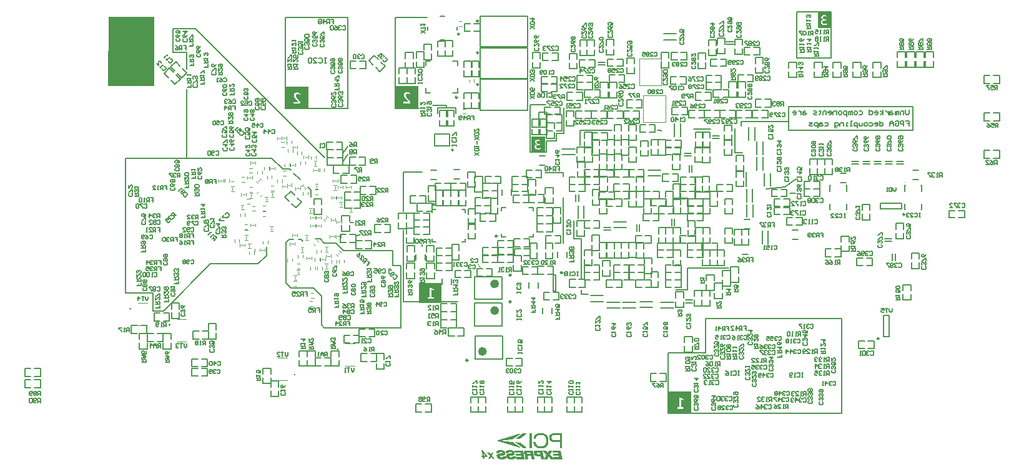
<source format=gbo>
G04 Layer_Color=32896*
%FSLAX44Y44*%
%MOMM*%
G71*
G01*
G75*
%ADD11C,0.2000*%
%ADD16C,0.1500*%
%ADD102C,0.2500*%
%ADD104C,0.6000*%
%ADD105C,0.1000*%
%ADD129C,0.2540*%
%ADD160C,0.1270*%
%ADD161C,0.0254*%
%ADD205C,0.0508*%
G36*
X643563Y82126D02*
X643947Y80259D01*
X639414D01*
X639898Y77910D01*
X637781D01*
X637282Y80259D01*
X635882D01*
X635465Y82159D01*
X636898D01*
X635365Y89440D01*
X637315D01*
X643563Y82126D01*
D02*
G37*
G36*
X649862Y82176D02*
X653694Y77910D01*
X650928D01*
X648862Y80226D01*
X647646Y77910D01*
X645246D01*
X647362Y81926D01*
X643480Y86274D01*
X646229D01*
X648362Y83892D01*
X649578Y86274D01*
X651978D01*
X649862Y82176D01*
D02*
G37*
G36*
X192000Y584000D02*
X129630Y584000D01*
X129761Y678000D01*
X192000Y678000D01*
X192000Y584000D01*
D02*
G37*
%LPC*%
G36*
X638265Y85775D02*
X639014Y82159D01*
X641297D01*
X638265Y85775D01*
D02*
G37*
%LPD*%
D11*
X1063250Y685000D02*
X1110000D01*
X1063250Y622250D02*
Y685000D01*
Y622250D02*
X1110000D01*
Y685000D01*
X733250Y327750D02*
X736250D01*
X733250Y305750D02*
X736250D01*
Y327750D01*
X733250Y305750D02*
Y327750D01*
X1209500Y449250D02*
X1210500D01*
X1231500D02*
X1232500D01*
X1209500Y416250D02*
X1210500D01*
X1231500D02*
X1232500D01*
X1209500Y441350D02*
Y449250D01*
Y416250D02*
Y424150D01*
X1232500Y441350D02*
Y449250D01*
Y416250D02*
Y424150D01*
X1108000Y441350D02*
Y449250D01*
Y416250D02*
Y424150D01*
X1131000Y441350D02*
Y449250D01*
Y416250D02*
Y424150D01*
X1108000Y449250D02*
X1109000D01*
X1130000D02*
X1131000D01*
X1108000Y416250D02*
X1109000D01*
X1130000D02*
X1131000D01*
X987750Y530250D02*
Y536000D01*
X1051750D01*
X1220500Y523750D02*
Y556250D01*
X1051750Y523750D02*
X1220500D01*
X1051750D02*
Y556250D01*
X1220500D01*
X529500Y467000D02*
X555000D01*
X529500Y414250D02*
Y467000D01*
X529750Y291500D02*
Y388250D01*
Y291500D02*
X603504D01*
X746500Y371250D02*
Y432250D01*
X761000Y376500D02*
Y401000D01*
Y376500D02*
X771250D01*
Y323000D02*
Y376500D01*
X771000Y301500D02*
Y307250D01*
Y301500D02*
X780000D01*
X899250Y307250D02*
X915000D01*
Y337000D01*
X971000D01*
X994250Y447750D02*
Y467250D01*
X979500Y494000D02*
X989250D01*
X979500D02*
Y526250D01*
X923750Y525500D02*
X946250D01*
X879000Y523000D02*
Y524000D01*
X874000D02*
X879000D01*
X769250Y523750D02*
X812750D01*
X769250Y504000D02*
Y523750D01*
X662250Y419500D02*
X668750D01*
X662250Y414750D02*
Y419500D01*
X699750D02*
X706250D01*
Y414750D02*
Y419500D01*
Y379000D02*
Y383750D01*
X699750Y379000D02*
X706250D01*
X662250D02*
X668750D01*
X662250D02*
Y383750D01*
X571750Y503000D02*
X571750Y519000D01*
X592750Y503000D02*
Y519000D01*
X571750D02*
X592750D01*
X571750Y503000D02*
X592750Y503000D01*
X613500Y412375D02*
Y416875D01*
X609000D02*
X613500D01*
Y372375D02*
Y376875D01*
X609000Y372375D02*
X613500D01*
X569000D02*
X573500D01*
X569000D02*
Y376875D01*
Y412375D02*
Y416875D01*
X573500D01*
X663500Y258250D02*
Y289250D01*
X626500Y258250D02*
Y289250D01*
X663500D01*
X626500Y258250D02*
X663500D01*
Y294500D02*
Y325500D01*
X626500Y294500D02*
Y325500D01*
X663500D01*
X626500Y294500D02*
X663500D01*
X560000Y581500D02*
X560000Y575250D01*
X566250Y575250D01*
X560000Y612000D02*
Y618250D01*
X566250Y618250D01*
X596750Y618250D02*
X603000D01*
Y612000D02*
Y618250D01*
X603000Y581500D02*
X603000Y575250D01*
X596750Y575250D02*
X603000Y575250D01*
X746750Y461750D02*
Y466250D01*
X721750D02*
X746750D01*
X1124000Y139500D02*
Y268000D01*
X889000Y139500D02*
X1124000D01*
X889000D02*
Y222000D01*
X939250D01*
Y268000D01*
X1124000D01*
X627000Y244750D02*
X664000D01*
X627000Y213750D02*
X664000D01*
Y244750D01*
X627000Y213750D02*
Y244750D01*
X425250Y622248D02*
X422917D01*
X424084D01*
Y615250D01*
X425250D01*
X422917D01*
X414753Y621081D02*
X415920Y622248D01*
X418252D01*
X419419Y621081D01*
Y616416D01*
X418252Y615250D01*
X415920D01*
X414753Y616416D01*
X407756Y615250D02*
X412421D01*
X407756Y619915D01*
Y621081D01*
X408922Y622248D01*
X411255D01*
X412421Y621081D01*
X405423D02*
X404257Y622248D01*
X401924D01*
X400758Y621081D01*
Y616416D01*
X401924Y615250D01*
X404257D01*
X405423Y616416D01*
Y621081D01*
X1215250Y552360D02*
Y546529D01*
X1214084Y545362D01*
X1211751D01*
X1210585Y546529D01*
Y552360D01*
X1208252Y545362D02*
Y550028D01*
X1204753D01*
X1203587Y548861D01*
Y545362D01*
X1201255D02*
Y550028D01*
X1200088D01*
X1198922Y548861D01*
Y545362D01*
Y548861D01*
X1197756Y550028D01*
X1196589Y548861D01*
Y545362D01*
X1193091Y550028D02*
X1190758D01*
X1189592Y548861D01*
Y545362D01*
X1193091D01*
X1194257Y546529D01*
X1193091Y547695D01*
X1189592D01*
X1187259Y550028D02*
Y545362D01*
Y547695D01*
X1186093Y548861D01*
X1184926Y550028D01*
X1183760D01*
X1180261Y545362D02*
Y552360D01*
Y547695D02*
X1176762Y550028D01*
X1180261Y547695D02*
X1176762Y545362D01*
X1169765D02*
X1172097D01*
X1173263Y546529D01*
Y548861D01*
X1172097Y550028D01*
X1169765D01*
X1168598Y548861D01*
Y547695D01*
X1173263D01*
X1161601Y552360D02*
Y545362D01*
X1165099D01*
X1166266Y546529D01*
Y548861D01*
X1165099Y550028D01*
X1161601D01*
X1147605D02*
X1151104D01*
X1152270Y548861D01*
Y546529D01*
X1151104Y545362D01*
X1147605D01*
X1144106D02*
X1141774D01*
X1140607Y546529D01*
Y548861D01*
X1141774Y550028D01*
X1144106D01*
X1145273Y548861D01*
Y546529D01*
X1144106Y545362D01*
X1138275D02*
Y550028D01*
X1137108D01*
X1135942Y548861D01*
Y545362D01*
Y548861D01*
X1134776Y550028D01*
X1133610Y548861D01*
Y545362D01*
X1131277Y543030D02*
Y550028D01*
X1127778D01*
X1126612Y548861D01*
Y546529D01*
X1127778Y545362D01*
X1131277D01*
X1123113D02*
X1120780D01*
X1119614Y546529D01*
Y548861D01*
X1120780Y550028D01*
X1123113D01*
X1124279Y548861D01*
Y546529D01*
X1123113Y545362D01*
X1117281D02*
Y550028D01*
X1113783D01*
X1112616Y548861D01*
Y545362D01*
X1106785D02*
X1109117D01*
X1110284Y546529D01*
Y548861D01*
X1109117Y550028D01*
X1106785D01*
X1105619Y548861D01*
Y547695D01*
X1110284D01*
X1103286Y545362D02*
Y550028D01*
X1099787D01*
X1098621Y548861D01*
Y545362D01*
X1095122Y551194D02*
Y550028D01*
X1096288D01*
X1093956D01*
X1095122D01*
Y546529D01*
X1093956Y545362D01*
X1090457D02*
X1086958D01*
X1085792Y546529D01*
X1086958Y547695D01*
X1089290D01*
X1090457Y548861D01*
X1089290Y550028D01*
X1085792D01*
X1075295D02*
X1072962D01*
X1071796Y548861D01*
Y545362D01*
X1075295D01*
X1076461Y546529D01*
X1075295Y547695D01*
X1071796D01*
X1069464Y550028D02*
Y545362D01*
Y547695D01*
X1068297Y548861D01*
X1067131Y550028D01*
X1065965D01*
X1058967Y545362D02*
X1061300D01*
X1062466Y546529D01*
Y548861D01*
X1061300Y550028D01*
X1058967D01*
X1057801Y548861D01*
Y547695D01*
X1062466D01*
X1210585Y536830D02*
X1215250D01*
Y533331D01*
X1212917D01*
X1215250D01*
Y529833D01*
X1208252D02*
Y536830D01*
X1204753D01*
X1203587Y535664D01*
Y533331D01*
X1204753Y532165D01*
X1208252D01*
X1196589Y535664D02*
X1197756Y536830D01*
X1200088D01*
X1201255Y535664D01*
Y530999D01*
X1200088Y529833D01*
X1197756D01*
X1196589Y530999D01*
Y533331D01*
X1198922D01*
X1194257Y529833D02*
Y534498D01*
X1191924Y536830D01*
X1189592Y534498D01*
Y529833D01*
Y533331D01*
X1194257D01*
X1175596Y536830D02*
Y529833D01*
X1179095D01*
X1180261Y530999D01*
Y533331D01*
X1179095Y534498D01*
X1175596D01*
X1169765Y529833D02*
X1172097D01*
X1173263Y530999D01*
Y533331D01*
X1172097Y534498D01*
X1169765D01*
X1168598Y533331D01*
Y532165D01*
X1173263D01*
X1161601Y534498D02*
X1165099D01*
X1166266Y533331D01*
Y530999D01*
X1165099Y529833D01*
X1161601D01*
X1158102D02*
X1155769D01*
X1154603Y530999D01*
Y533331D01*
X1155769Y534498D01*
X1158102D01*
X1159268Y533331D01*
Y530999D01*
X1158102Y529833D01*
X1152270Y534498D02*
Y530999D01*
X1151104Y529833D01*
X1147605D01*
Y534498D01*
X1145273Y527500D02*
Y534498D01*
X1141774D01*
X1140607Y533331D01*
Y530999D01*
X1141774Y529833D01*
X1145273D01*
X1138275D02*
X1135942D01*
X1137108D01*
Y536830D01*
X1138275D01*
X1132443Y529833D02*
X1130111D01*
X1131277D01*
Y534498D01*
X1132443D01*
X1126612Y529833D02*
Y534498D01*
X1123113D01*
X1121947Y533331D01*
Y529833D01*
X1117281Y527500D02*
X1116115D01*
X1114949Y528666D01*
Y534498D01*
X1118448D01*
X1119614Y533331D01*
Y530999D01*
X1118448Y529833D01*
X1114949D01*
X1100953Y534498D02*
X1104452D01*
X1105619Y533331D01*
Y530999D01*
X1104452Y529833D01*
X1100953D01*
X1097455Y534498D02*
X1095122D01*
X1093956Y533331D01*
Y529833D01*
X1097455D01*
X1098621Y530999D01*
X1097455Y532165D01*
X1093956D01*
X1091623Y527500D02*
Y534498D01*
X1088124D01*
X1086958Y533331D01*
Y530999D01*
X1088124Y529833D01*
X1091623D01*
X1084625D02*
X1081126D01*
X1079960Y530999D01*
X1081126Y532165D01*
X1083459D01*
X1084625Y533331D01*
X1083459Y534498D01*
X1079960D01*
D16*
X383140Y192200D02*
G03*
X383140Y192200I-750J0D01*
G01*
X441375Y226625D02*
G03*
X441375Y226625I-750J0D01*
G01*
X213375Y259875D02*
G03*
X213375Y259875I-750J0D01*
G01*
X160375Y281875D02*
G03*
X160375Y281875I-750J0D01*
G01*
X153250Y303000D02*
Y486250D01*
X190250Y278750D02*
Y303000D01*
Y278750D02*
X204500D01*
X236250Y607250D02*
Y629500D01*
Y486250D02*
Y580000D01*
X217250Y629500D02*
X236250D01*
X217250D02*
Y662250D01*
X153250Y303000D02*
X190250D01*
X723750Y494404D02*
Y510000D01*
X737500D01*
X701250Y494404D02*
X723750D01*
X701250Y558750D02*
X722750D01*
X701250Y494404D02*
Y558750D01*
X737500Y510000D02*
Y519500D01*
X747750D01*
Y554500D01*
X555000Y366500D02*
Y369000D01*
X387250Y376000D02*
X390500D01*
X374750D02*
X380750D01*
X400500Y446750D02*
X404043Y443207D01*
Y433300D02*
Y443207D01*
X376000Y471250D02*
X377250Y470000D01*
X381000Y466000D02*
X389750Y457250D01*
X366250Y471250D02*
X376000D01*
X410500Y376750D02*
X417000D01*
X390500Y376000D02*
X393250Y373250D01*
X344000Y354250D02*
Y365500D01*
X332250Y342500D02*
X344000Y354250D01*
X417000Y376750D02*
X422500Y371250D01*
X438000D01*
X448250Y361000D01*
X569250Y558250D02*
X588000D01*
Y554500D02*
Y558250D01*
X576250Y547250D02*
Y554500D01*
X600750D01*
Y547250D02*
Y554500D01*
X518500Y677000D02*
X561500D01*
X518500Y554000D02*
Y677000D01*
X351250Y486250D02*
X366250Y471250D01*
X447750Y493000D02*
X454250Y502250D01*
X448500Y483000D02*
X454250Y491000D01*
X454000Y553500D02*
Y632750D01*
X377000Y553500D02*
X454000D01*
X153250Y486250D02*
X321250D01*
X204500Y278750D02*
X268250Y342500D01*
X321250Y486250D02*
X351250D01*
X457750Y398500D02*
X461750D01*
X465750Y379750D02*
X471500Y383000D01*
X418500Y260000D02*
Y299000D01*
X408000Y309500D02*
X418500Y299000D01*
X377000Y309500D02*
X408000D01*
X370250Y316250D02*
X377000Y309500D01*
X370250Y316250D02*
Y371500D01*
X374750Y376000D01*
X418500Y260000D02*
X422500Y256000D01*
X526500D01*
Y340250D01*
X515250D02*
X526500D01*
X515250D02*
Y361000D01*
X448250D02*
X515250D01*
X217250Y662250D02*
X248000D01*
X389500Y520750D01*
X423000Y487250D01*
X268250Y342500D02*
X332250D01*
X579500Y646750D02*
X585500Y646750D01*
X602500Y660750D02*
X602500Y664750D01*
X579500Y678750D02*
X585500Y678750D01*
X562500Y660750D02*
X562500Y664750D01*
X1053500Y438500D02*
X1061250D01*
X1046750Y447000D02*
X1062000Y457750D01*
X1021750Y444750D02*
X1046750Y447000D01*
X370000Y553500D02*
X377000D01*
X370000D02*
Y677500D01*
X454000D01*
Y632750D02*
Y677500D01*
X518500Y554000D02*
X551000D01*
X378750Y629250D02*
X384248D01*
Y631999D01*
X383332Y632915D01*
X381499D01*
X380583Y631999D01*
Y629250D01*
Y631083D02*
X378750Y632915D01*
Y634748D02*
Y636581D01*
Y635665D01*
X384248D01*
X383332Y634748D01*
X378750Y642996D02*
Y639330D01*
X382416Y642996D01*
X383332D01*
X384248Y642079D01*
Y640246D01*
X383332Y639330D01*
X378750Y644828D02*
Y646661D01*
Y645745D01*
X384248D01*
X383332Y644828D01*
X1137117Y360200D02*
X1142615D01*
Y362949D01*
X1141699Y363865D01*
X1139866D01*
X1138949Y362949D01*
Y360200D01*
Y362033D02*
X1137117Y363865D01*
Y365698D02*
Y367531D01*
Y366614D01*
X1142615D01*
X1141699Y365698D01*
X1142615Y373946D02*
X1141699Y372113D01*
X1139866Y370280D01*
X1138033D01*
X1137117Y371196D01*
Y373029D01*
X1138033Y373946D01*
X1138949D01*
X1139866Y373029D01*
Y370280D01*
X1137117Y379444D02*
Y375778D01*
X1140782Y379444D01*
X1141699D01*
X1142615Y378527D01*
Y376695D01*
X1141699Y375778D01*
X466000Y492000D02*
Y497498D01*
X463251D01*
X462335Y496582D01*
Y494749D01*
X463251Y493833D01*
X466000D01*
X464167D02*
X462335Y492000D01*
X460502Y496582D02*
X459585Y497498D01*
X457753D01*
X456836Y496582D01*
Y495666D01*
X457753Y494749D01*
X456836Y493833D01*
Y492916D01*
X457753Y492000D01*
X459585D01*
X460502Y492916D01*
Y493833D01*
X459585Y494749D01*
X460502Y495666D01*
Y496582D01*
X459585Y494749D02*
X457753D01*
X494250Y479500D02*
Y484998D01*
X491501D01*
X490584Y484082D01*
Y482249D01*
X491501Y481333D01*
X494250D01*
X492417D02*
X490584Y479500D01*
X488752Y480416D02*
X487835Y479500D01*
X486003D01*
X485086Y480416D01*
Y484082D01*
X486003Y484998D01*
X487835D01*
X488752Y484082D01*
Y483166D01*
X487835Y482249D01*
X485086D01*
X1216332Y380666D02*
X1217248Y379749D01*
Y377916D01*
X1216332Y377000D01*
X1212666D01*
X1211750Y377916D01*
Y379749D01*
X1212666Y380666D01*
X1216332Y382498D02*
X1217248Y383415D01*
Y385247D01*
X1216332Y386164D01*
X1215415D01*
X1214499Y385247D01*
Y384331D01*
Y385247D01*
X1213583Y386164D01*
X1212666D01*
X1211750Y385247D01*
Y383415D01*
X1212666Y382498D01*
X1217248Y387996D02*
Y391662D01*
X1216332D01*
X1212666Y387996D01*
X1211750D01*
X1217248Y397160D02*
Y393495D01*
X1214499D01*
X1215415Y395327D01*
Y396244D01*
X1214499Y397160D01*
X1212666D01*
X1211750Y396244D01*
Y394411D01*
X1212666Y393495D01*
X1098332Y492915D02*
X1099248Y491999D01*
Y490166D01*
X1098332Y489250D01*
X1094666D01*
X1093750Y490166D01*
Y491999D01*
X1094666Y492915D01*
X1098332Y494748D02*
X1099248Y495665D01*
Y497497D01*
X1098332Y498414D01*
X1097415D01*
X1096499Y497497D01*
Y496581D01*
Y497497D01*
X1095583Y498414D01*
X1094666D01*
X1093750Y497497D01*
Y495665D01*
X1094666Y494748D01*
X1093750Y500246D02*
Y502079D01*
Y501163D01*
X1099248D01*
X1098332Y500246D01*
X1093750Y504828D02*
Y506661D01*
Y505745D01*
X1099248D01*
X1098332Y504828D01*
X1163335Y223332D02*
X1164251Y224248D01*
X1166084D01*
X1167000Y223332D01*
Y219666D01*
X1166084Y218750D01*
X1164251D01*
X1163335Y219666D01*
X1161502Y223332D02*
X1160585Y224248D01*
X1158753D01*
X1157836Y223332D01*
Y222416D01*
X1158753Y221499D01*
X1159669D01*
X1158753D01*
X1157836Y220583D01*
Y219666D01*
X1158753Y218750D01*
X1160585D01*
X1161502Y219666D01*
X1156004Y223332D02*
X1155087Y224248D01*
X1153254D01*
X1152338Y223332D01*
Y219666D01*
X1153254Y218750D01*
X1155087D01*
X1156004Y219666D01*
Y223332D01*
X1150505Y218750D02*
X1148673D01*
X1149589D01*
Y224248D01*
X1150505Y223332D01*
X1148082Y406665D02*
X1148998Y405749D01*
Y403916D01*
X1148082Y403000D01*
X1144416D01*
X1143500Y403916D01*
Y405749D01*
X1144416Y406665D01*
X1148082Y408498D02*
X1148998Y409415D01*
Y411247D01*
X1148082Y412164D01*
X1147166D01*
X1146249Y411247D01*
Y410331D01*
Y411247D01*
X1145333Y412164D01*
X1144416D01*
X1143500Y411247D01*
Y409415D01*
X1144416Y408498D01*
X1148998Y413996D02*
Y417662D01*
X1148082D01*
X1144416Y413996D01*
X1143500D01*
Y419495D02*
Y421327D01*
Y420411D01*
X1148998D01*
X1148082Y419495D01*
X1287085Y423832D02*
X1288001Y424748D01*
X1289834D01*
X1290750Y423832D01*
Y420166D01*
X1289834Y419250D01*
X1288001D01*
X1287085Y420166D01*
X1285252Y423832D02*
X1284335Y424748D01*
X1282503D01*
X1281586Y423832D01*
Y422915D01*
X1282503Y421999D01*
X1283419D01*
X1282503D01*
X1281586Y421083D01*
Y420166D01*
X1282503Y419250D01*
X1284335D01*
X1285252Y420166D01*
X1279754Y424748D02*
X1276088D01*
Y423832D01*
X1279754Y420166D01*
Y419250D01*
X1270590D02*
X1274255D01*
X1270590Y422915D01*
Y423832D01*
X1271506Y424748D01*
X1273339D01*
X1274255Y423832D01*
X909332Y644416D02*
X910248Y643499D01*
Y641666D01*
X909332Y640750D01*
X905666D01*
X904750Y641666D01*
Y643499D01*
X905666Y644416D01*
X904750Y649914D02*
Y646248D01*
X908416Y649914D01*
X909332D01*
X910248Y648997D01*
Y647165D01*
X909332Y646248D01*
X910248Y651746D02*
Y655412D01*
X909332D01*
X905666Y651746D01*
X904750D01*
X910248Y660910D02*
Y657245D01*
X907499D01*
X908416Y659077D01*
Y659994D01*
X907499Y660910D01*
X905666D01*
X904750Y659994D01*
Y658161D01*
X905666Y657245D01*
X1180250Y597250D02*
X1185748D01*
Y599999D01*
X1184832Y600915D01*
X1182999D01*
X1182083Y599999D01*
Y597250D01*
Y599083D02*
X1180250Y600915D01*
X1181166Y602748D02*
X1180250Y603665D01*
Y605497D01*
X1181166Y606414D01*
X1184832D01*
X1185748Y605497D01*
Y603665D01*
X1184832Y602748D01*
X1183915D01*
X1182999Y603665D01*
Y606414D01*
X1185748Y608246D02*
Y611912D01*
X1184832D01*
X1181166Y608246D01*
X1180250D01*
X1153250Y597250D02*
X1158748D01*
Y599999D01*
X1157832Y600915D01*
X1155999D01*
X1155083Y599999D01*
Y597250D01*
Y599083D02*
X1153250Y600915D01*
X1154166Y602748D02*
X1153250Y603665D01*
Y605497D01*
X1154166Y606414D01*
X1157832D01*
X1158748Y605497D01*
Y603665D01*
X1157832Y602748D01*
X1156916D01*
X1155999Y603665D01*
Y606414D01*
X1158748Y611912D02*
X1157832Y610079D01*
X1155999Y608246D01*
X1154166D01*
X1153250Y609163D01*
Y610995D01*
X1154166Y611912D01*
X1155083D01*
X1155999Y610995D01*
Y608246D01*
X1126250Y596750D02*
X1131748D01*
Y599499D01*
X1130832Y600415D01*
X1128999D01*
X1128083Y599499D01*
Y596750D01*
Y598583D02*
X1126250Y600415D01*
X1127166Y602248D02*
X1126250Y603165D01*
Y604997D01*
X1127166Y605914D01*
X1130832D01*
X1131748Y604997D01*
Y603165D01*
X1130832Y602248D01*
X1129915D01*
X1128999Y603165D01*
Y605914D01*
X1131748Y611412D02*
Y607746D01*
X1128999D01*
X1129915Y609579D01*
Y610495D01*
X1128999Y611412D01*
X1127166D01*
X1126250Y610495D01*
Y608663D01*
X1127166Y607746D01*
X1099750Y596750D02*
X1105248D01*
Y599499D01*
X1104332Y600415D01*
X1102499D01*
X1101583Y599499D01*
Y596750D01*
Y598583D02*
X1099750Y600415D01*
X1100666Y602248D02*
X1099750Y603165D01*
Y604997D01*
X1100666Y605914D01*
X1104332D01*
X1105248Y604997D01*
Y603165D01*
X1104332Y602248D01*
X1103416D01*
X1102499Y603165D01*
Y605914D01*
X1099750Y610495D02*
X1105248D01*
X1102499Y607746D01*
Y611412D01*
X1032335Y366832D02*
X1033251Y367748D01*
X1035084D01*
X1036000Y366832D01*
Y363166D01*
X1035084Y362250D01*
X1033251D01*
X1032335Y363166D01*
X1030502Y362250D02*
X1028669D01*
X1029585D01*
Y367748D01*
X1030502Y366832D01*
X1022254Y367748D02*
X1025920D01*
Y364999D01*
X1024087Y365915D01*
X1023171D01*
X1022254Y364999D01*
Y363166D01*
X1023171Y362250D01*
X1025004D01*
X1025920Y363166D01*
X1020422Y362250D02*
X1018589D01*
X1019505D01*
Y367748D01*
X1020422Y366832D01*
X626834Y348832D02*
X627751Y349748D01*
X629584D01*
X630500Y348832D01*
Y345166D01*
X629584Y344250D01*
X627751D01*
X626834Y345166D01*
X621336Y344250D02*
X625002D01*
X621336Y347915D01*
Y348832D01*
X622253Y349748D01*
X624085D01*
X625002Y348832D01*
X577000Y280500D02*
Y285998D01*
X574251D01*
X573335Y285082D01*
Y283249D01*
X574251Y282333D01*
X577000D01*
X575167D02*
X573335Y280500D01*
X571502D02*
X569669D01*
X570585D01*
Y285998D01*
X571502Y285082D01*
X563254Y280500D02*
X566920D01*
X563254Y284165D01*
Y285082D01*
X564171Y285998D01*
X566003D01*
X566920Y285082D01*
X576750Y258750D02*
Y264248D01*
X574001D01*
X573084Y263332D01*
Y261499D01*
X574001Y260583D01*
X576750D01*
X574917D02*
X573084Y258750D01*
X571252D02*
X569419D01*
X570335D01*
Y264248D01*
X571252Y263332D01*
X566670D02*
X565754Y264248D01*
X563921D01*
X563004Y263332D01*
Y262416D01*
X563921Y261499D01*
X564837D01*
X563921D01*
X563004Y260583D01*
Y259666D01*
X563921Y258750D01*
X565754D01*
X566670Y259666D01*
X760748Y348915D02*
Y345250D01*
X757999D01*
Y347083D01*
Y345250D01*
X755250D01*
Y350748D02*
X760748D01*
Y353497D01*
X759832Y354414D01*
X757999D01*
X757083Y353497D01*
Y350748D01*
Y352581D02*
X755250Y354414D01*
X759832Y356246D02*
X760748Y357163D01*
Y358996D01*
X759832Y359912D01*
X758915D01*
X757999Y358996D01*
Y358079D01*
Y358996D01*
X757083Y359912D01*
X756166D01*
X755250Y358996D01*
Y357163D01*
X756166Y356246D01*
X759832Y361745D02*
X760748Y362661D01*
Y364494D01*
X759832Y365410D01*
X758915D01*
X757999Y364494D01*
X757083Y365410D01*
X756166D01*
X755250Y364494D01*
Y362661D01*
X756166Y361745D01*
X757083D01*
X757999Y362661D01*
X758915Y361745D01*
X759832D01*
X757999Y362661D02*
Y364494D01*
X1087335Y401832D02*
X1088251Y402748D01*
X1090084D01*
X1091000Y401832D01*
Y398166D01*
X1090084Y397250D01*
X1088251D01*
X1087335Y398166D01*
X1085502Y397250D02*
X1083669D01*
X1084585D01*
Y402748D01*
X1085502Y401832D01*
X1080920Y397250D02*
X1079087D01*
X1080004D01*
Y402748D01*
X1080920Y401832D01*
X1076338D02*
X1075422Y402748D01*
X1073589D01*
X1072673Y401832D01*
Y400915D01*
X1073589Y399999D01*
X1074505D01*
X1073589D01*
X1072673Y399083D01*
Y398166D01*
X1073589Y397250D01*
X1075422D01*
X1076338Y398166D01*
X37500Y154250D02*
Y159748D01*
X34751D01*
X33835Y158832D01*
Y156999D01*
X34751Y156083D01*
X37500D01*
X35667D02*
X33835Y154250D01*
X32002Y155166D02*
X31085Y154250D01*
X29253D01*
X28336Y155166D01*
Y158832D01*
X29253Y159748D01*
X31085D01*
X32002Y158832D01*
Y157915D01*
X31085Y156999D01*
X28336D01*
X26504Y158832D02*
X25587Y159748D01*
X23754D01*
X22838Y158832D01*
Y155166D01*
X23754Y154250D01*
X25587D01*
X26504Y155166D01*
Y158832D01*
X37500Y164250D02*
Y169748D01*
X34751D01*
X33835Y168832D01*
Y166999D01*
X34751Y166083D01*
X37500D01*
X35667D02*
X33835Y164250D01*
X32002Y168832D02*
X31085Y169748D01*
X29253D01*
X28336Y168832D01*
Y167915D01*
X29253Y166999D01*
X28336Y166083D01*
Y165166D01*
X29253Y164250D01*
X31085D01*
X32002Y165166D01*
Y166083D01*
X31085Y166999D01*
X32002Y167915D01*
Y168832D01*
X31085Y166999D02*
X29253D01*
X26504Y165166D02*
X25587Y164250D01*
X23754D01*
X22838Y165166D01*
Y168832D01*
X23754Y169748D01*
X25587D01*
X26504Y168832D01*
Y167915D01*
X25587Y166999D01*
X22838D01*
X882250Y175000D02*
Y180498D01*
X879501D01*
X878585Y179582D01*
Y177749D01*
X879501Y176833D01*
X882250D01*
X880417D02*
X878585Y175000D01*
X873086Y180498D02*
X874919Y179582D01*
X876752Y177749D01*
Y175916D01*
X875835Y175000D01*
X874003D01*
X873086Y175916D01*
Y176833D01*
X874003Y177749D01*
X876752D01*
X871254Y180498D02*
X867588D01*
Y179582D01*
X871254Y175916D01*
Y175000D01*
X735750Y341750D02*
Y347248D01*
X733001D01*
X732085Y346332D01*
Y344499D01*
X733001Y343583D01*
X735750D01*
X733917D02*
X732085Y341750D01*
X730252D02*
X728419D01*
X729335D01*
Y347248D01*
X730252Y346332D01*
X722004Y341750D02*
X725670D01*
X722004Y345415D01*
Y346332D01*
X722921Y347248D01*
X724753D01*
X725670Y346332D01*
X720172D02*
X719255Y347248D01*
X717423D01*
X716506Y346332D01*
Y342666D01*
X717423Y341750D01*
X719255D01*
X720172Y342666D01*
Y346332D01*
X1106500Y645500D02*
Y650998D01*
X1103751D01*
X1102834Y650082D01*
Y648249D01*
X1103751Y647333D01*
X1106500D01*
X1104667D02*
X1102834Y645500D01*
X1101002D02*
X1099169D01*
X1100085D01*
Y650998D01*
X1101002Y650082D01*
X1096420Y645500D02*
X1094587D01*
X1095503D01*
Y650998D01*
X1096420Y650082D01*
X1091838D02*
X1090922Y650998D01*
X1089089D01*
X1088173Y650082D01*
Y649165D01*
X1089089Y648249D01*
X1088173Y647333D01*
Y646416D01*
X1089089Y645500D01*
X1090922D01*
X1091838Y646416D01*
Y647333D01*
X1090922Y648249D01*
X1091838Y649165D01*
Y650082D01*
X1090922Y648249D02*
X1089089D01*
X912750Y197000D02*
X918248D01*
Y199749D01*
X917332Y200665D01*
X915499D01*
X914583Y199749D01*
Y197000D01*
Y198833D02*
X912750Y200665D01*
Y202498D02*
Y204331D01*
Y203415D01*
X918248D01*
X917332Y202498D01*
Y207080D02*
X918248Y207997D01*
Y209829D01*
X917332Y210746D01*
X913666D01*
X912750Y209829D01*
Y207997D01*
X913666Y207080D01*
X917332D01*
X913666Y212578D02*
X912750Y213495D01*
Y215327D01*
X913666Y216244D01*
X917332D01*
X918248Y215327D01*
Y213495D01*
X917332Y212578D01*
X916415D01*
X915499Y213495D01*
Y216244D01*
X959250Y204250D02*
Y209748D01*
X956501D01*
X955584Y208832D01*
Y206999D01*
X956501Y206083D01*
X959250D01*
X957417D02*
X955584Y204250D01*
X953752D02*
X951919D01*
X952835D01*
Y209748D01*
X953752Y208832D01*
X949170D02*
X948254Y209748D01*
X946421D01*
X945505Y208832D01*
Y205166D01*
X946421Y204250D01*
X948254D01*
X949170Y205166D01*
Y208832D01*
X940006Y209748D02*
X941839Y208832D01*
X943672Y206999D01*
Y205166D01*
X942755Y204250D01*
X940923D01*
X940006Y205166D01*
Y206083D01*
X940923Y206999D01*
X943672D01*
X978250Y305000D02*
X983748D01*
Y307749D01*
X982832Y308666D01*
X980999D01*
X980083Y307749D01*
Y305000D01*
Y306833D02*
X978250Y308666D01*
X983748Y314164D02*
Y310498D01*
X980999D01*
X981916Y312331D01*
Y313247D01*
X980999Y314164D01*
X979166D01*
X978250Y313247D01*
Y311415D01*
X979166Y310498D01*
X955000Y282500D02*
X960498D01*
Y285249D01*
X959582Y286166D01*
X957749D01*
X956833Y285249D01*
Y282500D01*
Y284333D02*
X955000Y286166D01*
Y291664D02*
Y287998D01*
X958665Y291664D01*
X959582D01*
X960498Y290747D01*
Y288915D01*
X959582Y287998D01*
X902000Y271500D02*
X907498D01*
Y274249D01*
X906582Y275166D01*
X904749D01*
X903833Y274249D01*
Y271500D01*
Y273333D02*
X902000Y275166D01*
X906582Y276998D02*
X907498Y277915D01*
Y279747D01*
X906582Y280664D01*
X905666D01*
X904749Y279747D01*
Y278831D01*
Y279747D01*
X903833Y280664D01*
X902916D01*
X902000Y279747D01*
Y277915D01*
X902916Y276998D01*
X932500Y317000D02*
X937998D01*
Y319749D01*
X937082Y320666D01*
X935249D01*
X934333Y319749D01*
Y317000D01*
Y318833D02*
X932500Y320666D01*
Y322498D02*
Y324331D01*
Y323415D01*
X937998D01*
X937082Y322498D01*
X967750Y300250D02*
X973248D01*
Y302999D01*
X972332Y303916D01*
X970499D01*
X969583Y302999D01*
Y300250D01*
Y302083D02*
X967750Y303916D01*
Y308497D02*
X973248D01*
X970499Y305748D01*
Y309414D01*
X766750Y332248D02*
X764917D01*
X765834D01*
Y326750D01*
X766750D01*
X764917D01*
X758503Y331332D02*
X759419Y332248D01*
X761252D01*
X762168Y331332D01*
Y327666D01*
X761252Y326750D01*
X759419D01*
X758503Y327666D01*
X756670Y326750D02*
X754837D01*
X755754D01*
Y332248D01*
X756670Y331332D01*
X752088D02*
X751172Y332248D01*
X749339D01*
X748423Y331332D01*
Y330415D01*
X749339Y329499D01*
X748423Y328583D01*
Y327666D01*
X749339Y326750D01*
X751172D01*
X752088Y327666D01*
Y328583D01*
X751172Y329499D01*
X752088Y330415D01*
Y331332D01*
X751172Y329499D02*
X749339D01*
X1000334Y350998D02*
X1004000D01*
Y348249D01*
X1002167D01*
X1004000D01*
Y345500D01*
X998502D02*
Y350998D01*
X995753D01*
X994836Y350082D01*
Y348249D01*
X995753Y347333D01*
X998502D01*
X996669D02*
X994836Y345500D01*
X993004Y350082D02*
X992087Y350998D01*
X990255D01*
X989338Y350082D01*
Y349165D01*
X990255Y348249D01*
X991171D01*
X990255D01*
X989338Y347333D01*
Y346416D01*
X990255Y345500D01*
X992087D01*
X993004Y346416D01*
X983840Y350998D02*
X985673Y350082D01*
X987505Y348249D01*
Y346416D01*
X986589Y345500D01*
X984756D01*
X983840Y346416D01*
Y347333D01*
X984756Y348249D01*
X987505D01*
X741748Y271166D02*
Y267500D01*
X738999D01*
Y269333D01*
Y267500D01*
X736250D01*
Y272998D02*
X741748D01*
Y275747D01*
X740832Y276664D01*
X738999D01*
X738083Y275747D01*
Y272998D01*
Y274831D02*
X736250Y276664D01*
Y281245D02*
X741748D01*
X738999Y278496D01*
Y282162D01*
X741748Y287660D02*
Y283995D01*
X738999D01*
X739915Y285827D01*
Y286744D01*
X738999Y287660D01*
X737166D01*
X736250Y286744D01*
Y284911D01*
X737166Y283995D01*
X708498Y280916D02*
Y277250D01*
X705749D01*
Y279083D01*
Y277250D01*
X703000D01*
Y282748D02*
X708498D01*
Y285497D01*
X707582Y286414D01*
X705749D01*
X704833Y285497D01*
Y282748D01*
Y284581D02*
X703000Y286414D01*
Y290996D02*
X708498D01*
X705749Y288246D01*
Y291912D01*
X703000Y296494D02*
X708498D01*
X705749Y293745D01*
Y297410D01*
X612335Y343832D02*
X613251Y344748D01*
X615084D01*
X616000Y343832D01*
Y340166D01*
X615084Y339250D01*
X613251D01*
X612335Y340166D01*
X610502Y343832D02*
X609585Y344748D01*
X607753D01*
X606836Y343832D01*
Y342915D01*
X607753Y341999D01*
X608669D01*
X607753D01*
X606836Y341083D01*
Y340166D01*
X607753Y339250D01*
X609585D01*
X610502Y340166D01*
X605004Y343832D02*
X604087Y344748D01*
X602254D01*
X601338Y343832D01*
Y342915D01*
X602254Y341999D01*
X603171D01*
X602254D01*
X601338Y341083D01*
Y340166D01*
X602254Y339250D01*
X604087D01*
X605004Y340166D01*
X599505Y339250D02*
X597673D01*
X598589D01*
Y344748D01*
X599505Y343832D01*
X730334Y604582D02*
X731251Y605498D01*
X733084D01*
X734000Y604582D01*
Y600916D01*
X733084Y600000D01*
X731251D01*
X730334Y600916D01*
X728502Y600000D02*
X726669D01*
X727585D01*
Y605498D01*
X728502Y604582D01*
X723920D02*
X723004Y605498D01*
X721171D01*
X720255Y604582D01*
Y600916D01*
X721171Y600000D01*
X723004D01*
X723920Y600916D01*
Y604582D01*
X718422Y600916D02*
X717505Y600000D01*
X715673D01*
X714756Y600916D01*
Y604582D01*
X715673Y605498D01*
X717505D01*
X718422Y604582D01*
Y603666D01*
X717505Y602749D01*
X714756D01*
X905835Y583332D02*
X906751Y584248D01*
X908584D01*
X909500Y583332D01*
Y579666D01*
X908584Y578750D01*
X906751D01*
X905835Y579666D01*
X904002Y578750D02*
X902169D01*
X903085D01*
Y584248D01*
X904002Y583332D01*
X899420D02*
X898504Y584248D01*
X896671D01*
X895754Y583332D01*
Y579666D01*
X896671Y578750D01*
X898504D01*
X899420Y579666D01*
Y583332D01*
X893922Y584248D02*
X890256D01*
Y583332D01*
X893922Y579666D01*
Y578750D01*
X727335Y573832D02*
X728251Y574748D01*
X730084D01*
X731000Y573832D01*
Y570166D01*
X730084Y569250D01*
X728251D01*
X727335Y570166D01*
X725502Y569250D02*
X723669D01*
X724585D01*
Y574748D01*
X725502Y573832D01*
X720920D02*
X720004Y574748D01*
X718171D01*
X717254Y573832D01*
Y570166D01*
X718171Y569250D01*
X720004D01*
X720920Y570166D01*
Y573832D01*
X711756Y574748D02*
X713589Y573832D01*
X715422Y571999D01*
Y570166D01*
X714505Y569250D01*
X712673D01*
X711756Y570166D01*
Y571083D01*
X712673Y571999D01*
X715422D01*
X1177832Y368666D02*
X1178748Y367749D01*
Y365916D01*
X1177832Y365000D01*
X1174166D01*
X1173250Y365916D01*
Y367749D01*
X1174166Y368666D01*
X1177832Y370498D02*
X1178748Y371415D01*
Y373247D01*
X1177832Y374164D01*
X1176916D01*
X1175999Y373247D01*
Y372331D01*
Y373247D01*
X1175083Y374164D01*
X1174166D01*
X1173250Y373247D01*
Y371415D01*
X1174166Y370498D01*
X1178748Y375996D02*
Y379662D01*
X1177832D01*
X1174166Y375996D01*
X1173250D01*
X1178748Y381495D02*
Y385160D01*
X1177832D01*
X1174166Y381495D01*
X1173250D01*
X1190332Y499665D02*
X1191248Y498749D01*
Y496916D01*
X1190332Y496000D01*
X1186666D01*
X1185750Y496916D01*
Y498749D01*
X1186666Y499665D01*
X1190332Y501498D02*
X1191248Y502415D01*
Y504247D01*
X1190332Y505164D01*
X1189416D01*
X1188499Y504247D01*
Y503331D01*
Y504247D01*
X1187583Y505164D01*
X1186666D01*
X1185750Y504247D01*
Y502415D01*
X1186666Y501498D01*
X1191248Y506996D02*
Y510662D01*
X1190332D01*
X1186666Y506996D01*
X1185750D01*
X1190332Y512495D02*
X1191248Y513411D01*
Y515244D01*
X1190332Y516160D01*
X1186666D01*
X1185750Y515244D01*
Y513411D01*
X1186666Y512495D01*
X1190332D01*
X1205832Y499665D02*
X1206748Y498749D01*
Y496916D01*
X1205832Y496000D01*
X1202166D01*
X1201250Y496916D01*
Y498749D01*
X1202166Y499665D01*
X1205832Y501498D02*
X1206748Y502415D01*
Y504247D01*
X1205832Y505164D01*
X1204915D01*
X1203999Y504247D01*
Y503331D01*
Y504247D01*
X1203083Y505164D01*
X1202166D01*
X1201250Y504247D01*
Y502415D01*
X1202166Y501498D01*
X1206748Y510662D02*
X1205832Y508829D01*
X1203999Y506996D01*
X1202166D01*
X1201250Y507913D01*
Y509745D01*
X1202166Y510662D01*
X1203083D01*
X1203999Y509745D01*
Y506996D01*
X1202166Y512495D02*
X1201250Y513411D01*
Y515244D01*
X1202166Y516160D01*
X1205832D01*
X1206748Y515244D01*
Y513411D01*
X1205832Y512495D01*
X1204915D01*
X1203999Y513411D01*
Y516160D01*
X1174832Y499665D02*
X1175748Y498749D01*
Y496916D01*
X1174832Y496000D01*
X1171166D01*
X1170250Y496916D01*
Y498749D01*
X1171166Y499665D01*
X1174832Y501498D02*
X1175748Y502415D01*
Y504247D01*
X1174832Y505164D01*
X1173915D01*
X1172999Y504247D01*
Y503331D01*
Y504247D01*
X1172083Y505164D01*
X1171166D01*
X1170250Y504247D01*
Y502415D01*
X1171166Y501498D01*
X1175748Y510662D02*
X1174832Y508829D01*
X1172999Y506996D01*
X1171166D01*
X1170250Y507913D01*
Y509745D01*
X1171166Y510662D01*
X1172083D01*
X1172999Y509745D01*
Y506996D01*
X1174832Y512495D02*
X1175748Y513411D01*
Y515244D01*
X1174832Y516160D01*
X1173915D01*
X1172999Y515244D01*
X1172083Y516160D01*
X1171166D01*
X1170250Y515244D01*
Y513411D01*
X1171166Y512495D01*
X1172083D01*
X1172999Y513411D01*
X1173915Y512495D01*
X1174832D01*
X1172999Y513411D02*
Y515244D01*
X1144332Y499665D02*
X1145248Y498749D01*
Y496916D01*
X1144332Y496000D01*
X1140666D01*
X1139750Y496916D01*
Y498749D01*
X1140666Y499665D01*
X1144332Y501498D02*
X1145248Y502415D01*
Y504247D01*
X1144332Y505164D01*
X1143416D01*
X1142499Y504247D01*
Y503331D01*
Y504247D01*
X1141583Y505164D01*
X1140666D01*
X1139750Y504247D01*
Y502415D01*
X1140666Y501498D01*
X1145248Y510662D02*
X1144332Y508829D01*
X1142499Y506996D01*
X1140666D01*
X1139750Y507913D01*
Y509745D01*
X1140666Y510662D01*
X1141583D01*
X1142499Y509745D01*
Y506996D01*
X1145248Y512495D02*
Y516160D01*
X1144332D01*
X1140666Y512495D01*
X1139750D01*
X1159332Y499416D02*
X1160248Y498499D01*
Y496666D01*
X1159332Y495750D01*
X1155666D01*
X1154750Y496666D01*
Y498499D01*
X1155666Y499416D01*
X1159332Y501248D02*
X1160248Y502165D01*
Y503997D01*
X1159332Y504914D01*
X1158416D01*
X1157499Y503997D01*
Y503081D01*
Y503997D01*
X1156583Y504914D01*
X1155666D01*
X1154750Y503997D01*
Y502165D01*
X1155666Y501248D01*
X1160248Y510412D02*
X1159332Y508579D01*
X1157499Y506746D01*
X1155666D01*
X1154750Y507663D01*
Y509496D01*
X1155666Y510412D01*
X1156583D01*
X1157499Y509496D01*
Y506746D01*
X1160248Y515910D02*
X1159332Y514077D01*
X1157499Y512245D01*
X1155666D01*
X1154750Y513161D01*
Y514994D01*
X1155666Y515910D01*
X1156583D01*
X1157499Y514994D01*
Y512245D01*
X1038585Y243332D02*
X1039501Y244248D01*
X1041334D01*
X1042250Y243332D01*
Y239666D01*
X1041334Y238750D01*
X1039501D01*
X1038585Y239666D01*
X1036752Y243332D02*
X1035835Y244248D01*
X1034003D01*
X1033086Y243332D01*
Y242416D01*
X1034003Y241499D01*
X1034919D01*
X1034003D01*
X1033086Y240583D01*
Y239666D01*
X1034003Y238750D01*
X1035835D01*
X1036752Y239666D01*
X1027588Y244248D02*
X1031254D01*
Y241499D01*
X1029421Y242416D01*
X1028504D01*
X1027588Y241499D01*
Y239666D01*
X1028504Y238750D01*
X1030337D01*
X1031254Y239666D01*
X1022090Y244248D02*
X1025755D01*
Y241499D01*
X1023923Y242416D01*
X1023006D01*
X1022090Y241499D01*
Y239666D01*
X1023006Y238750D01*
X1024839D01*
X1025755Y239666D01*
X759835Y300082D02*
X760751Y300998D01*
X762584D01*
X763500Y300082D01*
Y296416D01*
X762584Y295500D01*
X760751D01*
X759835Y296416D01*
X758002Y300082D02*
X757085Y300998D01*
X755253D01*
X754336Y300082D01*
Y299165D01*
X755253Y298249D01*
X756169D01*
X755253D01*
X754336Y297333D01*
Y296416D01*
X755253Y295500D01*
X757085D01*
X758002Y296416D01*
X752504Y300082D02*
X751587Y300998D01*
X749754D01*
X748838Y300082D01*
Y299165D01*
X749754Y298249D01*
X750671D01*
X749754D01*
X748838Y297333D01*
Y296416D01*
X749754Y295500D01*
X751587D01*
X752504Y296416D01*
X747005Y300082D02*
X746089Y300998D01*
X744256D01*
X743340Y300082D01*
Y299165D01*
X744256Y298249D01*
X745173D01*
X744256D01*
X743340Y297333D01*
Y296416D01*
X744256Y295500D01*
X746089D01*
X747005Y296416D01*
X982332Y151916D02*
X983248Y150999D01*
Y149166D01*
X982332Y148250D01*
X978666D01*
X977750Y149166D01*
Y150999D01*
X978666Y151916D01*
X982332Y153748D02*
X983248Y154665D01*
Y156497D01*
X982332Y157414D01*
X981415D01*
X980499Y156497D01*
Y155581D01*
Y156497D01*
X979583Y157414D01*
X978666D01*
X977750Y156497D01*
Y154665D01*
X978666Y153748D01*
X977750Y162912D02*
Y159246D01*
X981415Y162912D01*
X982332D01*
X983248Y161996D01*
Y160163D01*
X982332Y159246D01*
X978666Y164745D02*
X977750Y165661D01*
Y167494D01*
X978666Y168410D01*
X982332D01*
X983248Y167494D01*
Y165661D01*
X982332Y164745D01*
X981415D01*
X980499Y165661D01*
Y168410D01*
X956332Y220916D02*
X957248Y219999D01*
Y218166D01*
X956332Y217250D01*
X952666D01*
X951750Y218166D01*
Y219999D01*
X952666Y220916D01*
X956332Y222748D02*
X957248Y223665D01*
Y225497D01*
X956332Y226414D01*
X955415D01*
X954499Y225497D01*
Y224581D01*
Y225497D01*
X953583Y226414D01*
X952666D01*
X951750Y225497D01*
Y223665D01*
X952666Y222748D01*
X951750Y231912D02*
Y228246D01*
X955415Y231912D01*
X956332D01*
X957248Y230996D01*
Y229163D01*
X956332Y228246D01*
X957248Y237410D02*
Y233745D01*
X954499D01*
X955415Y235577D01*
Y236494D01*
X954499Y237410D01*
X952666D01*
X951750Y236494D01*
Y234661D01*
X952666Y233745D01*
X972585Y149082D02*
X973501Y149998D01*
X975334D01*
X976250Y149082D01*
Y145416D01*
X975334Y144500D01*
X973501D01*
X972585Y145416D01*
X970752Y149082D02*
X969835Y149998D01*
X968003D01*
X967086Y149082D01*
Y148166D01*
X968003Y147249D01*
X968919D01*
X968003D01*
X967086Y146333D01*
Y145416D01*
X968003Y144500D01*
X969835D01*
X970752Y145416D01*
X961588Y144500D02*
X965254D01*
X961588Y148166D01*
Y149082D01*
X962505Y149998D01*
X964337D01*
X965254Y149082D01*
X959755D02*
X958839Y149998D01*
X957006D01*
X956090Y149082D01*
Y148166D01*
X957006Y147249D01*
X956090Y146333D01*
Y145416D01*
X957006Y144500D01*
X958839D01*
X959755Y145416D01*
Y146333D01*
X958839Y147249D01*
X959755Y148166D01*
Y149082D01*
X958839Y147249D02*
X957006D01*
X928582Y172416D02*
X929498Y171499D01*
Y169666D01*
X928582Y168750D01*
X924916D01*
X924000Y169666D01*
Y171499D01*
X924916Y172416D01*
X928582Y174248D02*
X929498Y175165D01*
Y176997D01*
X928582Y177914D01*
X927665D01*
X926749Y176997D01*
Y176081D01*
Y176997D01*
X925833Y177914D01*
X924916D01*
X924000Y176997D01*
Y175165D01*
X924916Y174248D01*
X924000Y179746D02*
Y181579D01*
Y180663D01*
X929498D01*
X928582Y179746D01*
X924000Y187077D02*
X929498D01*
X926749Y184328D01*
Y187994D01*
X953335Y183332D02*
X954251Y184248D01*
X956084D01*
X957000Y183332D01*
Y179666D01*
X956084Y178750D01*
X954251D01*
X953335Y179666D01*
X951502Y183332D02*
X950585Y184248D01*
X948753D01*
X947836Y183332D01*
Y182416D01*
X948753Y181499D01*
X949669D01*
X948753D01*
X947836Y180583D01*
Y179666D01*
X948753Y178750D01*
X950585D01*
X951502Y179666D01*
X946004Y178750D02*
X944171D01*
X945087D01*
Y184248D01*
X946004Y183332D01*
X941422D02*
X940505Y184248D01*
X938673D01*
X937756Y183332D01*
Y182416D01*
X938673Y181499D01*
X939589D01*
X938673D01*
X937756Y180583D01*
Y179666D01*
X938673Y178750D01*
X940505D01*
X941422Y179666D01*
X925582Y200916D02*
X926498Y199999D01*
Y198166D01*
X925582Y197250D01*
X921916D01*
X921000Y198166D01*
Y199999D01*
X921916Y200916D01*
X925582Y202748D02*
X926498Y203665D01*
Y205497D01*
X925582Y206414D01*
X924666D01*
X923749Y205497D01*
Y204581D01*
Y205497D01*
X922833Y206414D01*
X921916D01*
X921000Y205497D01*
Y203665D01*
X921916Y202748D01*
X921000Y208246D02*
Y210079D01*
Y209163D01*
X926498D01*
X925582Y208246D01*
X921000Y216494D02*
Y212828D01*
X924666Y216494D01*
X925582D01*
X926498Y215577D01*
Y213745D01*
X925582Y212828D01*
X558998Y655750D02*
X553500Y659416D01*
X558998D02*
X553500Y655750D01*
X558998Y661248D02*
Y664914D01*
Y663081D01*
X553500D01*
Y666746D02*
Y668579D01*
Y667663D01*
X558998D01*
X558082Y666746D01*
X421332Y641415D02*
X422248Y640499D01*
Y638666D01*
X421332Y637750D01*
X417666D01*
X416750Y638666D01*
Y640499D01*
X417666Y641415D01*
X421332Y643248D02*
X422248Y644165D01*
Y645997D01*
X421332Y646914D01*
X420415D01*
X419499Y645997D01*
Y645081D01*
Y645997D01*
X418583Y646914D01*
X417666D01*
X416750Y645997D01*
Y644165D01*
X417666Y643248D01*
X422248Y652412D02*
Y648746D01*
X419499D01*
X420415Y650579D01*
Y651496D01*
X419499Y652412D01*
X417666D01*
X416750Y651496D01*
Y649663D01*
X417666Y648746D01*
X422248Y654245D02*
Y657910D01*
X421332D01*
X417666Y654245D01*
X416750D01*
X411582Y641665D02*
X412498Y640749D01*
Y638916D01*
X411582Y638000D01*
X407916D01*
X407000Y638916D01*
Y640749D01*
X407916Y641665D01*
X411582Y643498D02*
X412498Y644415D01*
Y646247D01*
X411582Y647164D01*
X410666D01*
X409749Y646247D01*
Y645331D01*
Y646247D01*
X408833Y647164D01*
X407916D01*
X407000Y646247D01*
Y644415D01*
X407916Y643498D01*
X412498Y652662D02*
Y648996D01*
X409749D01*
X410666Y650829D01*
Y651746D01*
X409749Y652662D01*
X407916D01*
X407000Y651746D01*
Y649913D01*
X407916Y648996D01*
X412498Y658160D02*
X411582Y656327D01*
X409749Y654495D01*
X407916D01*
X407000Y655411D01*
Y657244D01*
X407916Y658160D01*
X408833D01*
X409749Y657244D01*
Y654495D01*
X552750Y317250D02*
X558248D01*
Y319999D01*
X557332Y320915D01*
X555499D01*
X554583Y319999D01*
Y317250D01*
Y319083D02*
X552750Y320915D01*
Y322748D02*
Y324581D01*
Y323665D01*
X558248D01*
X557332Y322748D01*
Y327330D02*
X558248Y328246D01*
Y330079D01*
X557332Y330995D01*
X556415D01*
X555499Y330079D01*
Y329163D01*
Y330079D01*
X554583Y330995D01*
X553666D01*
X552750Y330079D01*
Y328246D01*
X553666Y327330D01*
Y332828D02*
X552750Y333745D01*
Y335577D01*
X553666Y336494D01*
X557332D01*
X558248Y335577D01*
Y333745D01*
X557332Y332828D01*
X556415D01*
X555499Y333745D01*
Y336494D01*
X536250Y300750D02*
X541748D01*
Y303499D01*
X540832Y304415D01*
X538999D01*
X538083Y303499D01*
Y300750D01*
Y302583D02*
X536250Y304415D01*
Y306248D02*
Y308081D01*
Y307165D01*
X541748D01*
X540832Y306248D01*
Y310830D02*
X541748Y311746D01*
Y313579D01*
X540832Y314496D01*
X539916D01*
X538999Y313579D01*
Y312663D01*
Y313579D01*
X538083Y314496D01*
X537166D01*
X536250Y313579D01*
Y311746D01*
X537166Y310830D01*
X541748Y319994D02*
X540832Y318161D01*
X538999Y316328D01*
X537166D01*
X536250Y317245D01*
Y319077D01*
X537166Y319994D01*
X538083D01*
X538999Y319077D01*
Y316328D01*
X562584Y376248D02*
X566250D01*
Y373499D01*
X564417D01*
X566250D01*
Y370750D01*
X560752D02*
Y376248D01*
X558003D01*
X557086Y375332D01*
Y373499D01*
X558003Y372583D01*
X560752D01*
X558919D02*
X557086Y370750D01*
X551588Y376248D02*
X555254D01*
Y373499D01*
X553421Y374416D01*
X552505D01*
X551588Y373499D01*
Y371666D01*
X552505Y370750D01*
X554337D01*
X555254Y371666D01*
X549755Y375332D02*
X548839Y376248D01*
X547006D01*
X546090Y375332D01*
Y371666D01*
X547006Y370750D01*
X548839D01*
X549755Y371666D01*
Y375332D01*
X738084Y474748D02*
X741750D01*
Y471999D01*
X739917D01*
X741750D01*
Y469250D01*
X736252D02*
Y474748D01*
X733503D01*
X732586Y473832D01*
Y471999D01*
X733503Y471083D01*
X736252D01*
X734419D02*
X732586Y469250D01*
X728005D02*
Y474748D01*
X730754Y471999D01*
X727088D01*
X725255Y473832D02*
X724339Y474748D01*
X722506D01*
X721590Y473832D01*
Y470166D01*
X722506Y469250D01*
X724339D01*
X725255Y470166D01*
Y473832D01*
X928582Y147915D02*
X929498Y146999D01*
Y145166D01*
X928582Y144250D01*
X924916D01*
X924000Y145166D01*
Y146999D01*
X924916Y147915D01*
X928582Y149748D02*
X929498Y150665D01*
Y152497D01*
X928582Y153414D01*
X927665D01*
X926749Y152497D01*
Y151581D01*
Y152497D01*
X925833Y153414D01*
X924916D01*
X924000Y152497D01*
Y150665D01*
X924916Y149748D01*
X929498Y158912D02*
X928582Y157079D01*
X926749Y155246D01*
X924916D01*
X924000Y156163D01*
Y157996D01*
X924916Y158912D01*
X925833D01*
X926749Y157996D01*
Y155246D01*
X929498Y164410D02*
Y160745D01*
X926749D01*
X927665Y162577D01*
Y163494D01*
X926749Y164410D01*
X924916D01*
X924000Y163494D01*
Y161661D01*
X924916Y160745D01*
X1201335Y342582D02*
X1202251Y343498D01*
X1204084D01*
X1205000Y342582D01*
Y338916D01*
X1204084Y338000D01*
X1202251D01*
X1201335Y338916D01*
X1199502Y342582D02*
X1198585Y343498D01*
X1196753D01*
X1195836Y342582D01*
Y341665D01*
X1196753Y340749D01*
X1197669D01*
X1196753D01*
X1195836Y339833D01*
Y338916D01*
X1196753Y338000D01*
X1198585D01*
X1199502Y338916D01*
X1194004D02*
X1193087Y338000D01*
X1191255D01*
X1190338Y338916D01*
Y342582D01*
X1191255Y343498D01*
X1193087D01*
X1194004Y342582D01*
Y341665D01*
X1193087Y340749D01*
X1190338D01*
X1188505Y343498D02*
X1184840D01*
Y342582D01*
X1188505Y338916D01*
Y338000D01*
X945334Y217582D02*
X946251Y218498D01*
X948084D01*
X949000Y217582D01*
Y213916D01*
X948084Y213000D01*
X946251D01*
X945334Y213916D01*
X943502Y217582D02*
X942585Y218498D01*
X940753D01*
X939836Y217582D01*
Y216665D01*
X940753Y215749D01*
X941669D01*
X940753D01*
X939836Y214833D01*
Y213916D01*
X940753Y213000D01*
X942585D01*
X943502Y213916D01*
X938004Y217582D02*
X937087Y218498D01*
X935255D01*
X934338Y217582D01*
Y213916D01*
X935255Y213000D01*
X937087D01*
X938004Y213916D01*
Y217582D01*
X928840Y213000D02*
X932505D01*
X928840Y216665D01*
Y217582D01*
X929756Y218498D01*
X931589D01*
X932505Y217582D01*
X1197750Y293500D02*
X1203248D01*
Y296249D01*
X1202332Y297166D01*
X1200499D01*
X1199583Y296249D01*
Y293500D01*
Y295333D02*
X1197750Y297166D01*
Y298998D02*
Y300831D01*
Y299915D01*
X1203248D01*
X1202332Y298998D01*
X1203248Y307246D02*
Y303580D01*
X1200499D01*
X1201415Y305413D01*
Y306329D01*
X1200499Y307246D01*
X1198666D01*
X1197750Y306329D01*
Y304496D01*
X1198666Y303580D01*
X1202332Y309078D02*
X1203248Y309995D01*
Y311827D01*
X1202332Y312744D01*
X1198666D01*
X1197750Y311827D01*
Y309995D01*
X1198666Y309078D01*
X1202332D01*
X1237326Y339171D02*
X1238242Y338255D01*
Y336422D01*
X1237326Y335506D01*
X1233661D01*
X1232744Y336422D01*
Y338255D01*
X1233661Y339171D01*
X1237326Y341004D02*
X1238242Y341920D01*
Y343753D01*
X1237326Y344669D01*
X1236410D01*
X1235493Y343753D01*
Y342837D01*
Y343753D01*
X1234577Y344669D01*
X1233661D01*
X1232744Y343753D01*
Y341920D01*
X1233661Y341004D01*
X1238242Y346502D02*
Y350168D01*
X1237326D01*
X1233661Y346502D01*
X1232744D01*
X1238242Y355666D02*
X1237326Y353833D01*
X1235493Y352000D01*
X1233661D01*
X1232744Y352917D01*
Y354749D01*
X1233661Y355666D01*
X1234577D01*
X1235493Y354749D01*
Y352000D01*
X985250Y196998D02*
X983417D01*
X984334D01*
Y191500D01*
X985250D01*
X983417D01*
X977003Y196082D02*
X977919Y196998D01*
X979752D01*
X980668Y196082D01*
Y192416D01*
X979752Y191500D01*
X977919D01*
X977003Y192416D01*
X975170Y191500D02*
X973337D01*
X974254D01*
Y196998D01*
X975170Y196082D01*
X966923Y196998D02*
X968755Y196082D01*
X970588Y194249D01*
Y192416D01*
X969672Y191500D01*
X967839D01*
X966923Y192416D01*
Y193333D01*
X967839Y194249D01*
X970588D01*
X998582Y189165D02*
X999498Y188249D01*
Y186416D01*
X998582Y185500D01*
X994916D01*
X994000Y186416D01*
Y188249D01*
X994916Y189165D01*
X998582Y190998D02*
X999498Y191915D01*
Y193747D01*
X998582Y194664D01*
X997665D01*
X996749Y193747D01*
Y192831D01*
Y193747D01*
X995833Y194664D01*
X994916D01*
X994000Y193747D01*
Y191915D01*
X994916Y190998D01*
X994000Y200162D02*
Y196497D01*
X997665Y200162D01*
X998582D01*
X999498Y199246D01*
Y197413D01*
X998582Y196497D01*
X994000Y201995D02*
Y203827D01*
Y202911D01*
X999498D01*
X998582Y201995D01*
X368582Y167915D02*
X369498Y166999D01*
Y165166D01*
X368582Y164250D01*
X364916D01*
X364000Y165166D01*
Y166999D01*
X364916Y167915D01*
X364000Y169748D02*
Y171581D01*
Y170665D01*
X369498D01*
X368582Y169748D01*
X369498Y177995D02*
X368582Y176163D01*
X366749Y174330D01*
X364916D01*
X364000Y175246D01*
Y177079D01*
X364916Y177995D01*
X365833D01*
X366749Y177079D01*
Y174330D01*
X504334Y250832D02*
X505251Y251748D01*
X507084D01*
X508000Y250832D01*
Y247166D01*
X507084Y246250D01*
X505251D01*
X504334Y247166D01*
X498836Y246250D02*
X502502D01*
X498836Y249916D01*
Y250832D01*
X499753Y251748D01*
X501585D01*
X502502Y250832D01*
X497004D02*
X496087Y251748D01*
X494254D01*
X493338Y250832D01*
Y247166D01*
X494254Y246250D01*
X496087D01*
X497004Y247166D01*
Y250832D01*
X510832Y207416D02*
X511748Y206499D01*
Y204666D01*
X510832Y203750D01*
X507166D01*
X506250Y204666D01*
Y206499D01*
X507166Y207416D01*
X506250Y209248D02*
Y211081D01*
Y210165D01*
X511748D01*
X510832Y209248D01*
X511748Y213830D02*
Y217496D01*
X510832D01*
X507166Y213830D01*
X506250D01*
X1162085Y358582D02*
X1163001Y359498D01*
X1164834D01*
X1165750Y358582D01*
Y354916D01*
X1164834Y354000D01*
X1163001D01*
X1162085Y354916D01*
X1160252Y358582D02*
X1159335Y359498D01*
X1157503D01*
X1156586Y358582D01*
Y357665D01*
X1157503Y356749D01*
X1158419D01*
X1157503D01*
X1156586Y355833D01*
Y354916D01*
X1157503Y354000D01*
X1159335D01*
X1160252Y354916D01*
X1154754D02*
X1153837Y354000D01*
X1152004D01*
X1151088Y354916D01*
Y358582D01*
X1152004Y359498D01*
X1153837D01*
X1154754Y358582D01*
Y357665D01*
X1153837Y356749D01*
X1151088D01*
X1145590Y359498D02*
X1147423Y358582D01*
X1149255Y356749D01*
Y354916D01*
X1148339Y354000D01*
X1146506D01*
X1145590Y354916D01*
Y355833D01*
X1146506Y356749D01*
X1149255D01*
X1121750Y342250D02*
Y347748D01*
X1119001D01*
X1118084Y346832D01*
Y344999D01*
X1119001Y344083D01*
X1121750D01*
X1119917D02*
X1118084Y342250D01*
X1116252D02*
X1114419D01*
X1115335D01*
Y347748D01*
X1116252Y346832D01*
X1108005Y347748D02*
X1109837Y346832D01*
X1111670Y344999D01*
Y343166D01*
X1110754Y342250D01*
X1108921D01*
X1108005Y343166D01*
Y344083D01*
X1108921Y344999D01*
X1111670D01*
X1102506Y347748D02*
X1104339Y346832D01*
X1106172Y344999D01*
Y343166D01*
X1105255Y342250D01*
X1103423D01*
X1102506Y343166D01*
Y344083D01*
X1103423Y344999D01*
X1106172D01*
X259796Y590205D02*
Y586539D01*
X257047D01*
Y588372D01*
Y586539D01*
X254298D01*
Y592038D02*
X259796D01*
Y594787D01*
X258879Y595703D01*
X257047D01*
X256130Y594787D01*
Y592038D01*
Y593871D02*
X254298Y595703D01*
Y597536D02*
Y599369D01*
Y598452D01*
X259796D01*
X258879Y597536D01*
X259796Y602118D02*
Y605783D01*
X258879D01*
X255214Y602118D01*
X254298D01*
X419585Y505082D02*
X420501Y505998D01*
X422334D01*
X423250Y505082D01*
Y501416D01*
X422334Y500500D01*
X420501D01*
X419585Y501416D01*
X417752Y500500D02*
X415919D01*
X416835D01*
Y505998D01*
X417752Y505082D01*
X623585Y340332D02*
X624501Y341248D01*
X626334D01*
X627250Y340332D01*
Y336666D01*
X626334Y335750D01*
X624501D01*
X623585Y336666D01*
X621752Y340332D02*
X620835Y341248D01*
X619003D01*
X618086Y340332D01*
Y339416D01*
X619003Y338499D01*
X619919D01*
X619003D01*
X618086Y337583D01*
Y336666D01*
X619003Y335750D01*
X620835D01*
X621752Y336666D01*
X689498Y266500D02*
Y268333D01*
Y267416D01*
X684000D01*
Y266500D01*
Y268333D01*
X688582Y274747D02*
X689498Y273831D01*
Y271998D01*
X688582Y271082D01*
X684916D01*
X684000Y271998D01*
Y273831D01*
X684916Y274747D01*
X684000Y280245D02*
Y276580D01*
X687665Y280245D01*
X688582D01*
X689498Y279329D01*
Y277496D01*
X688582Y276580D01*
X689248Y303250D02*
Y305083D01*
Y304166D01*
X683750D01*
Y303250D01*
Y305083D01*
X688332Y311497D02*
X689248Y310581D01*
Y308748D01*
X688332Y307832D01*
X684666D01*
X683750Y308748D01*
Y310581D01*
X684666Y311497D01*
X688332Y313330D02*
X689248Y314246D01*
Y316079D01*
X688332Y316996D01*
X687415D01*
X686499Y316079D01*
Y315163D01*
Y316079D01*
X685583Y316996D01*
X684666D01*
X683750Y316079D01*
Y314246D01*
X684666Y313330D01*
X466250Y502250D02*
Y507748D01*
X463501D01*
X462584Y506832D01*
Y504999D01*
X463501Y504083D01*
X466250D01*
X464417D02*
X462584Y502250D01*
X457086Y507748D02*
X458919Y506832D01*
X460752Y504999D01*
Y503166D01*
X459835Y502250D01*
X458003D01*
X457086Y503166D01*
Y504083D01*
X458003Y504999D01*
X460752D01*
X473250Y467750D02*
Y473248D01*
X470501D01*
X469585Y472332D01*
Y470499D01*
X470501Y469583D01*
X473250D01*
X471417D02*
X469585Y467750D01*
X467752Y473248D02*
X464086D01*
Y472332D01*
X467752Y468666D01*
Y467750D01*
X483250Y455500D02*
Y460998D01*
X480501D01*
X479585Y460082D01*
Y458249D01*
X480501Y457333D01*
X483250D01*
X481417D02*
X479585Y455500D01*
X474086D02*
X477752D01*
X474086Y459165D01*
Y460082D01*
X475003Y460998D01*
X476835D01*
X477752Y460082D01*
X468588Y460998D02*
X472254D01*
Y458249D01*
X470421Y459165D01*
X469505D01*
X468588Y458249D01*
Y456416D01*
X469505Y455500D01*
X471337D01*
X472254Y456416D01*
X924500Y226500D02*
X929998D01*
Y229249D01*
X929082Y230166D01*
X927249D01*
X926333Y229249D01*
Y226500D01*
Y228333D02*
X924500Y230166D01*
X929998Y231998D02*
Y235664D01*
X929082D01*
X925416Y231998D01*
X924500D01*
X929082Y237496D02*
X929998Y238413D01*
Y240245D01*
X929082Y241162D01*
X925416D01*
X924500Y240245D01*
Y238413D01*
X925416Y237496D01*
X929082D01*
X400832Y637665D02*
X401748Y636749D01*
Y634916D01*
X400832Y634000D01*
X397166D01*
X396250Y634916D01*
Y636749D01*
X397166Y637665D01*
X400832Y639498D02*
X401748Y640415D01*
Y642247D01*
X400832Y643164D01*
X399916D01*
X398999Y642247D01*
Y641331D01*
Y642247D01*
X398083Y643164D01*
X397166D01*
X396250Y642247D01*
Y640415D01*
X397166Y639498D01*
X401748Y648662D02*
Y644996D01*
X398999D01*
X399916Y646829D01*
Y647746D01*
X398999Y648662D01*
X397166D01*
X396250Y647746D01*
Y645913D01*
X397166Y644996D01*
X400832Y650495D02*
X401748Y651411D01*
Y653244D01*
X400832Y654160D01*
X397166D01*
X396250Y653244D01*
Y651411D01*
X397166Y650495D01*
X400832D01*
X392332Y630915D02*
X393248Y629999D01*
Y628166D01*
X392332Y627250D01*
X388666D01*
X387750Y628166D01*
Y629999D01*
X388666Y630915D01*
X392332Y632748D02*
X393248Y633665D01*
Y635497D01*
X392332Y636414D01*
X391415D01*
X390499Y635497D01*
Y634581D01*
Y635497D01*
X389583Y636414D01*
X388666D01*
X387750Y635497D01*
Y633665D01*
X388666Y632748D01*
X393248Y641912D02*
Y638246D01*
X390499D01*
X391415Y640079D01*
Y640995D01*
X390499Y641912D01*
X388666D01*
X387750Y640995D01*
Y639163D01*
X388666Y638246D01*
X387750Y643745D02*
Y645577D01*
Y644661D01*
X393248D01*
X392332Y643745D01*
X1334500Y477750D02*
Y483248D01*
X1331751D01*
X1330835Y482332D01*
Y480499D01*
X1331751Y479583D01*
X1334500D01*
X1332667D02*
X1330835Y477750D01*
X1325336Y483248D02*
X1327169Y482332D01*
X1329002Y480499D01*
Y478666D01*
X1328085Y477750D01*
X1326253D01*
X1325336Y478666D01*
Y479583D01*
X1326253Y480499D01*
X1329002D01*
X1319838Y477750D02*
X1323504D01*
X1319838Y481415D01*
Y482332D01*
X1320755Y483248D01*
X1322587D01*
X1323504Y482332D01*
X1005500Y227500D02*
X1010998D01*
Y230249D01*
X1010082Y231166D01*
X1008249D01*
X1007333Y230249D01*
Y227500D01*
Y229333D02*
X1005500Y231166D01*
Y232998D02*
Y234831D01*
Y233915D01*
X1010998D01*
X1010082Y232998D01*
X1005500Y241245D02*
Y237580D01*
X1009165Y241245D01*
X1010082D01*
X1010998Y240329D01*
Y238496D01*
X1010082Y237580D01*
Y243078D02*
X1010998Y243995D01*
Y245827D01*
X1010082Y246744D01*
X1009165D01*
X1008249Y245827D01*
X1007333Y246744D01*
X1006416D01*
X1005500Y245827D01*
Y243995D01*
X1006416Y243078D01*
X1007333D01*
X1008249Y243995D01*
X1009165Y243078D01*
X1010082D01*
X1008249Y243995D02*
Y245827D01*
X273000Y374500D02*
X276888Y378388D01*
X274944Y380332D01*
X273648Y380332D01*
X272352Y379036D01*
X272352Y377740D01*
X274296Y375796D01*
X273000Y377092D02*
X270408D01*
X269112Y378388D02*
X267816Y379684D01*
X268464Y379036D01*
X272352Y382924D01*
X272352Y381628D01*
X265872D02*
X264576Y382924D01*
X265224Y382276D01*
X269112Y386163D01*
X269112Y384868D01*
X225879Y648455D02*
X226796Y647539D01*
Y645706D01*
X225879Y644790D01*
X222214D01*
X221298Y645706D01*
Y647539D01*
X222214Y648455D01*
X226796Y653953D02*
X225879Y652121D01*
X224047Y650288D01*
X222214D01*
X221298Y651204D01*
Y653037D01*
X222214Y653953D01*
X223130D01*
X224047Y653037D01*
Y650288D01*
X226796Y659452D02*
Y655786D01*
X224047D01*
X224963Y657619D01*
Y658535D01*
X224047Y659452D01*
X222214D01*
X221298Y658535D01*
Y656702D01*
X222214Y655786D01*
X253879Y627455D02*
X254796Y626539D01*
Y624706D01*
X253879Y623790D01*
X250214D01*
X249298Y624706D01*
Y626539D01*
X250214Y627455D01*
X254796Y632953D02*
X253879Y631120D01*
X252047Y629288D01*
X250214D01*
X249298Y630204D01*
Y632037D01*
X250214Y632953D01*
X251130D01*
X252047Y632037D01*
Y629288D01*
X254796Y638451D02*
X253879Y636619D01*
X252047Y634786D01*
X250214D01*
X249298Y635702D01*
Y637535D01*
X250214Y638451D01*
X251130D01*
X252047Y637535D01*
Y634786D01*
X231334Y638998D02*
X235000D01*
Y636249D01*
X233167D01*
X235000D01*
Y633500D01*
X229502D02*
Y638998D01*
X226753D01*
X225836Y638082D01*
Y636249D01*
X226753Y635333D01*
X229502D01*
X227669D02*
X225836Y633500D01*
X220338Y638998D02*
X222171Y638082D01*
X224004Y636249D01*
Y634416D01*
X223087Y633500D01*
X221255D01*
X220338Y634416D01*
Y635333D01*
X221255Y636249D01*
X224004D01*
X244546Y642205D02*
Y638540D01*
X241797D01*
Y640372D01*
Y638540D01*
X239048D01*
Y644038D02*
X244546D01*
Y646787D01*
X243629Y647703D01*
X241797D01*
X240880Y646787D01*
Y644038D01*
Y645871D02*
X239048Y647703D01*
X244546Y649536D02*
Y653202D01*
X243629D01*
X239964Y649536D01*
X239048D01*
X241835Y383748D02*
X245500D01*
Y380999D01*
X243667D01*
X245500D01*
Y378250D01*
X240002D02*
Y383748D01*
X237253D01*
X236336Y382832D01*
Y380999D01*
X237253Y380083D01*
X240002D01*
X238169D02*
X236336Y378250D01*
X234504D02*
X232671D01*
X233587D01*
Y383748D01*
X234504Y382832D01*
X229922D02*
X229005Y383748D01*
X227173D01*
X226256Y382832D01*
Y381916D01*
X227173Y380999D01*
X226256Y380083D01*
Y379166D01*
X227173Y378250D01*
X229005D01*
X229922Y379166D01*
Y380083D01*
X229005Y380999D01*
X229922Y381916D01*
Y382832D01*
X229005Y380999D02*
X227173D01*
X395835Y304748D02*
X399500D01*
Y301999D01*
X397667D01*
X399500D01*
Y299250D01*
X394002D02*
Y304748D01*
X391253D01*
X390336Y303832D01*
Y301999D01*
X391253Y301083D01*
X394002D01*
X392169D02*
X390336Y299250D01*
X384838D02*
X388504D01*
X384838Y302915D01*
Y303832D01*
X385755Y304748D01*
X387587D01*
X388504Y303832D01*
X379340Y304748D02*
X383005D01*
Y301999D01*
X381173Y302915D01*
X380256D01*
X379340Y301999D01*
Y300166D01*
X380256Y299250D01*
X382089D01*
X383005Y300166D01*
X488250Y428750D02*
Y434248D01*
X485501D01*
X484585Y433332D01*
Y431499D01*
X485501Y430583D01*
X488250D01*
X486417D02*
X484585Y428750D01*
X479086D02*
X482752D01*
X479086Y432416D01*
Y433332D01*
X480003Y434248D01*
X481835D01*
X482752Y433332D01*
X477254D02*
X476337Y434248D01*
X474505D01*
X473588Y433332D01*
Y429666D01*
X474505Y428750D01*
X476337D01*
X477254Y429666D01*
Y433332D01*
X508750Y440000D02*
Y445498D01*
X506001D01*
X505084Y444582D01*
Y442749D01*
X506001Y441833D01*
X508750D01*
X506917D02*
X505084Y440000D01*
X499586D02*
X503252D01*
X499586Y443666D01*
Y444582D01*
X500503Y445498D01*
X502335D01*
X503252Y444582D01*
X494088Y440000D02*
X497754D01*
X494088Y443666D01*
Y444582D01*
X495005Y445498D01*
X496837D01*
X497754Y444582D01*
X504000Y366250D02*
Y371748D01*
X501251D01*
X500335Y370832D01*
Y368999D01*
X501251Y368083D01*
X504000D01*
X502167D02*
X500335Y366250D01*
X494836D02*
X498502D01*
X494836Y369916D01*
Y370832D01*
X495753Y371748D01*
X497585D01*
X498502Y370832D01*
X490255Y366250D02*
Y371748D01*
X493004Y368999D01*
X489338D01*
X508750Y399500D02*
Y404998D01*
X506001D01*
X505084Y404082D01*
Y402249D01*
X506001Y401333D01*
X508750D01*
X506917D02*
X505084Y399500D01*
X499586D02*
X503252D01*
X499586Y403166D01*
Y404082D01*
X500503Y404998D01*
X502335D01*
X503252Y404082D01*
X494088Y404998D02*
X495921Y404082D01*
X497754Y402249D01*
Y400416D01*
X496837Y399500D01*
X495005D01*
X494088Y400416D01*
Y401333D01*
X495005Y402249D01*
X497754D01*
X555248Y587500D02*
Y589333D01*
Y588416D01*
X549750D01*
Y587500D01*
Y589333D01*
X554332Y595747D02*
X555248Y594831D01*
Y592998D01*
X554332Y592082D01*
X550666D01*
X549750Y592998D01*
Y594831D01*
X550666Y595747D01*
X549750Y601245D02*
Y597580D01*
X553415Y601245D01*
X554332D01*
X555248Y600329D01*
Y598496D01*
X554332Y597580D01*
Y603078D02*
X555248Y603995D01*
Y605827D01*
X554332Y606744D01*
X550666D01*
X549750Y605827D01*
Y603995D01*
X550666Y603078D01*
X554332D01*
X238498Y449666D02*
Y446000D01*
X235749D01*
Y447833D01*
Y446000D01*
X233000D01*
Y451498D02*
X238498D01*
Y454247D01*
X237582Y455164D01*
X235749D01*
X234833Y454247D01*
Y451498D01*
Y453331D02*
X233000Y455164D01*
Y460662D02*
Y456996D01*
X236665Y460662D01*
X237582D01*
X238498Y459746D01*
Y457913D01*
X237582Y456996D01*
Y462495D02*
X238498Y463411D01*
Y465244D01*
X237582Y466160D01*
X233916D01*
X233000Y465244D01*
Y463411D01*
X233916Y462495D01*
X237582D01*
X274629Y602955D02*
X275546Y602039D01*
Y600206D01*
X274629Y599290D01*
X270964D01*
X270048Y600206D01*
Y602039D01*
X270964Y602955D01*
X275546Y604788D02*
Y608453D01*
X274629D01*
X270964Y604788D01*
X270048D01*
X275546Y613951D02*
X274629Y612119D01*
X272797Y610286D01*
X270964D01*
X270048Y611202D01*
Y613035D01*
X270964Y613951D01*
X271880D01*
X272797Y613035D01*
Y610286D01*
X245546Y615455D02*
Y611790D01*
X242797D01*
Y613622D01*
Y611790D01*
X240048D01*
Y617288D02*
X245546D01*
Y620037D01*
X244629Y620953D01*
X242797D01*
X241880Y620037D01*
Y617288D01*
Y619120D02*
X240048Y620953D01*
X244629Y622786D02*
X245546Y623702D01*
Y625535D01*
X244629Y626451D01*
X243713D01*
X242797Y625535D01*
Y624619D01*
Y625535D01*
X241880Y626451D01*
X240964D01*
X240048Y625535D01*
Y623702D01*
X240964Y622786D01*
X265046Y613455D02*
Y609790D01*
X262297D01*
Y611622D01*
Y609790D01*
X259548D01*
Y615288D02*
X265046D01*
Y618037D01*
X264129Y618953D01*
X262297D01*
X261380Y618037D01*
Y615288D01*
Y617121D02*
X259548Y618953D01*
Y620786D02*
Y622619D01*
Y621702D01*
X265046D01*
X264129Y620786D01*
Y625368D02*
X265046Y626284D01*
Y628117D01*
X264129Y629033D01*
X263213D01*
X262297Y628117D01*
Y627201D01*
Y628117D01*
X261380Y629033D01*
X260464D01*
X259548Y628117D01*
Y626284D01*
X260464Y625368D01*
X279048Y599290D02*
X284546D01*
Y602039D01*
X283629Y602955D01*
X281797D01*
X280880Y602039D01*
Y599290D01*
Y601122D02*
X279048Y602955D01*
Y608453D02*
Y604788D01*
X282713Y608453D01*
X283629D01*
X284546Y607537D01*
Y605704D01*
X283629Y604788D01*
X279964Y610286D02*
X279048Y611202D01*
Y613035D01*
X279964Y613951D01*
X283629D01*
X284546Y613035D01*
Y611202D01*
X283629Y610286D01*
X282713D01*
X281797Y611202D01*
Y613951D01*
X255582Y461916D02*
X256498Y460999D01*
Y459166D01*
X255582Y458250D01*
X251916D01*
X251000Y459166D01*
Y460999D01*
X251916Y461916D01*
X256498Y467414D02*
X255582Y465581D01*
X253749Y463748D01*
X251916D01*
X251000Y464665D01*
Y466497D01*
X251916Y467414D01*
X252833D01*
X253749Y466497D01*
Y463748D01*
X251000Y472912D02*
Y469246D01*
X254666Y472912D01*
X255582D01*
X256498Y471996D01*
Y470163D01*
X255582Y469246D01*
X235629Y648205D02*
X236546Y647289D01*
Y645456D01*
X235629Y644540D01*
X231964D01*
X231048Y645456D01*
Y647289D01*
X231964Y648205D01*
X236546Y653703D02*
X235629Y651870D01*
X233797Y650038D01*
X231964D01*
X231048Y650954D01*
Y652787D01*
X231964Y653703D01*
X232880D01*
X233797Y652787D01*
Y650038D01*
X231048Y658285D02*
X236546D01*
X233797Y655536D01*
Y659202D01*
X249332Y586415D02*
X250248Y585499D01*
Y583666D01*
X249332Y582750D01*
X245666D01*
X244750Y583666D01*
Y585499D01*
X245666Y586415D01*
X250248Y588248D02*
Y591914D01*
X249332D01*
X245666Y588248D01*
X244750D01*
X249332Y593746D02*
X250248Y594663D01*
Y596496D01*
X249332Y597412D01*
X248416D01*
X247499Y596496D01*
Y595579D01*
Y596496D01*
X246583Y597412D01*
X245666D01*
X244750Y596496D01*
Y594663D01*
X245666Y593746D01*
X224832Y472416D02*
X225748Y471499D01*
Y469666D01*
X224832Y468750D01*
X221166D01*
X220250Y469666D01*
Y471499D01*
X221166Y472416D01*
X224832Y474248D02*
X225748Y475165D01*
Y476997D01*
X224832Y477914D01*
X223916D01*
X222999Y476997D01*
X222083Y477914D01*
X221166D01*
X220250Y476997D01*
Y475165D01*
X221166Y474248D01*
X222083D01*
X222999Y475165D01*
X223916Y474248D01*
X224832D01*
X222999Y475165D02*
Y476997D01*
X225748Y483412D02*
Y479747D01*
X222999D01*
X223916Y481579D01*
Y482496D01*
X222999Y483412D01*
X221166D01*
X220250Y482496D01*
Y480663D01*
X221166Y479747D01*
X247998Y462166D02*
Y458500D01*
X245249D01*
Y460333D01*
Y458500D01*
X242500D01*
Y463998D02*
X247998D01*
Y466747D01*
X247082Y467664D01*
X245249D01*
X244333Y466747D01*
Y463998D01*
Y465831D02*
X242500Y467664D01*
Y469496D02*
Y471329D01*
Y470413D01*
X247998D01*
X247082Y469496D01*
X242248Y586415D02*
Y582750D01*
X239499D01*
Y584583D01*
Y582750D01*
X236750D01*
Y588248D02*
X242248D01*
Y590997D01*
X241332Y591914D01*
X239499D01*
X238583Y590997D01*
Y588248D01*
Y590081D02*
X236750Y591914D01*
Y593746D02*
Y595579D01*
Y594663D01*
X242248D01*
X241332Y593746D01*
X236750Y598328D02*
Y600161D01*
Y599245D01*
X242248D01*
X241332Y598328D01*
X318379Y570205D02*
X319296Y569289D01*
Y567456D01*
X318379Y566540D01*
X314714D01*
X313798Y567456D01*
Y569289D01*
X314714Y570205D01*
X319296Y575703D02*
Y572038D01*
X316547D01*
X317463Y573871D01*
Y574787D01*
X316547Y575703D01*
X314714D01*
X313798Y574787D01*
Y572954D01*
X314714Y572038D01*
X318379Y577536D02*
X319296Y578452D01*
Y580285D01*
X318379Y581202D01*
X317463D01*
X316547Y580285D01*
Y579369D01*
Y580285D01*
X315630Y581202D01*
X314714D01*
X313798Y580285D01*
Y578452D01*
X314714Y577536D01*
X341379Y555955D02*
X342296Y555039D01*
Y553206D01*
X341379Y552290D01*
X337714D01*
X336798Y553206D01*
Y555039D01*
X337714Y555955D01*
X342296Y561453D02*
Y557788D01*
X339547D01*
X340463Y559621D01*
Y560537D01*
X339547Y561453D01*
X337714D01*
X336798Y560537D01*
Y558704D01*
X337714Y557788D01*
X341379Y563286D02*
X342296Y564202D01*
Y566035D01*
X341379Y566951D01*
X340463D01*
X339547Y566035D01*
X338630Y566951D01*
X337714D01*
X336798Y566035D01*
Y564202D01*
X337714Y563286D01*
X338630D01*
X339547Y564202D01*
X340463Y563286D01*
X341379D01*
X339547Y564202D02*
Y566035D01*
X333629Y555955D02*
X334546Y555039D01*
Y553206D01*
X333629Y552290D01*
X329964D01*
X329048Y553206D01*
Y555039D01*
X329964Y555955D01*
X334546Y561453D02*
Y557788D01*
X331797D01*
X332713Y559621D01*
Y560537D01*
X331797Y561453D01*
X329964D01*
X329048Y560537D01*
Y558704D01*
X329964Y557788D01*
Y563286D02*
X329048Y564202D01*
Y566035D01*
X329964Y566951D01*
X333629D01*
X334546Y566035D01*
Y564202D01*
X333629Y563286D01*
X332713D01*
X331797Y564202D01*
Y566951D01*
X289379Y574955D02*
X290296Y574039D01*
Y572206D01*
X289379Y571290D01*
X285714D01*
X284798Y572206D01*
Y574039D01*
X285714Y574955D01*
X290296Y580453D02*
X289379Y578620D01*
X287547Y576788D01*
X285714D01*
X284798Y577704D01*
Y579537D01*
X285714Y580453D01*
X286630D01*
X287547Y579537D01*
Y576788D01*
X289379Y582286D02*
X290296Y583202D01*
Y585035D01*
X289379Y585951D01*
X285714D01*
X284798Y585035D01*
Y583202D01*
X285714Y582286D01*
X289379D01*
X286084Y594582D02*
X287001Y595498D01*
X288834D01*
X289750Y594582D01*
Y590916D01*
X288834Y590000D01*
X287001D01*
X286084Y590916D01*
X280586Y595498D02*
X282419Y594582D01*
X284252Y592749D01*
Y590916D01*
X283335Y590000D01*
X281503D01*
X280586Y590916D01*
Y591833D01*
X281503Y592749D01*
X284252D01*
X278754Y590000D02*
X276921D01*
X277837D01*
Y595498D01*
X278754Y594582D01*
X300046Y575705D02*
Y572039D01*
X297297D01*
Y573872D01*
Y572039D01*
X294548D01*
Y577538D02*
X300046D01*
Y580287D01*
X299129Y581203D01*
X297297D01*
X296380Y580287D01*
Y577538D01*
Y579370D02*
X294548Y581203D01*
Y586701D02*
Y583036D01*
X298213Y586701D01*
X299129D01*
X300046Y585785D01*
Y583952D01*
X299129Y583036D01*
X218832Y446166D02*
X219748Y445249D01*
Y443416D01*
X218832Y442500D01*
X215166D01*
X214250Y443416D01*
Y445249D01*
X215166Y446166D01*
X219748Y451664D02*
X218832Y449831D01*
X216999Y447998D01*
X215166D01*
X214250Y448915D01*
Y450747D01*
X215166Y451664D01*
X216083D01*
X216999Y450747D01*
Y447998D01*
X218832Y453497D02*
X219748Y454413D01*
Y456246D01*
X218832Y457162D01*
X217915D01*
X216999Y456246D01*
X216083Y457162D01*
X215166D01*
X214250Y456246D01*
Y454413D01*
X215166Y453497D01*
X216083D01*
X216999Y454413D01*
X217915Y453497D01*
X218832D01*
X216999Y454413D02*
Y456246D01*
X272085Y457248D02*
X275750D01*
Y454499D01*
X273917D01*
X275750D01*
Y451750D01*
X270252D02*
Y457248D01*
X267503D01*
X266586Y456332D01*
Y454499D01*
X267503Y453583D01*
X270252D01*
X268419D02*
X266586Y451750D01*
X264754Y456332D02*
X263837Y457248D01*
X262005D01*
X261088Y456332D01*
Y455415D01*
X262005Y454499D01*
X261088Y453583D01*
Y452666D01*
X262005Y451750D01*
X263837D01*
X264754Y452666D01*
Y453583D01*
X263837Y454499D01*
X264754Y455415D01*
Y456332D01*
X263837Y454499D02*
X262005D01*
X205585Y448748D02*
X209250D01*
Y445999D01*
X207417D01*
X209250D01*
Y443250D01*
X203752D02*
Y448748D01*
X201003D01*
X200086Y447832D01*
Y445999D01*
X201003Y445083D01*
X203752D01*
X201919D02*
X200086Y443250D01*
X198254D02*
X196421D01*
X197337D01*
Y448748D01*
X198254Y447832D01*
X190006Y443250D02*
X193672D01*
X190006Y446916D01*
Y447832D01*
X190923Y448748D01*
X192755D01*
X193672Y447832D01*
X247000Y435500D02*
X252498D01*
Y438249D01*
X251582Y439166D01*
X249749D01*
X248833Y438249D01*
Y435500D01*
Y437333D02*
X247000Y439166D01*
X251582Y440998D02*
X252498Y441915D01*
Y443747D01*
X251582Y444664D01*
X250665D01*
X249749Y443747D01*
Y442831D01*
Y443747D01*
X248833Y444664D01*
X247916D01*
X247000Y443747D01*
Y441915D01*
X247916Y440998D01*
X251582Y446497D02*
X252498Y447413D01*
Y449246D01*
X251582Y450162D01*
X247916D01*
X247000Y449246D01*
Y447413D01*
X247916Y446497D01*
X251582D01*
X226750Y460250D02*
Y465748D01*
X224001D01*
X223085Y464832D01*
Y462999D01*
X224001Y462083D01*
X226750D01*
X224917D02*
X223085Y460250D01*
X221252Y464832D02*
X220335Y465748D01*
X218503D01*
X217586Y464832D01*
Y463915D01*
X218503Y462999D01*
X219419D01*
X218503D01*
X217586Y462083D01*
Y461166D01*
X218503Y460250D01*
X220335D01*
X221252Y461166D01*
X215754Y465748D02*
X212088D01*
Y464832D01*
X215754Y461166D01*
Y460250D01*
X272332Y395416D02*
X273248Y394499D01*
Y392667D01*
X272332Y391750D01*
X268666D01*
X267750Y392667D01*
Y394499D01*
X268666Y395416D01*
X273248Y397248D02*
Y400914D01*
X272332D01*
X268666Y397248D01*
X267750D01*
Y402747D02*
Y404579D01*
Y403663D01*
X273248D01*
X272332Y402747D01*
X280082Y387165D02*
X280998Y386249D01*
Y384416D01*
X280082Y383500D01*
X276416D01*
X275500Y384416D01*
Y386249D01*
X276416Y387165D01*
X280998Y388998D02*
Y392664D01*
X280082D01*
X276416Y388998D01*
X275500D01*
Y397245D02*
X280998D01*
X278249Y394496D01*
Y398162D01*
X288668Y409398D02*
X288668Y410694D01*
X289964Y411990D01*
X291260Y411990D01*
X293852Y409398D01*
Y408102D01*
X292556Y406806D01*
X291260D01*
X286724Y408750D02*
X284132Y406158D01*
X284780Y405510D01*
X289964D01*
X290612Y404862D01*
X282836D02*
X280245Y402270D01*
X280893Y401622D01*
X286076D01*
X286724Y400974D01*
X264332Y390916D02*
X265248Y389999D01*
Y388167D01*
X264332Y387250D01*
X260666D01*
X259750Y388167D01*
Y389999D01*
X260666Y390916D01*
X265248Y392748D02*
Y396414D01*
X264332D01*
X260666Y392748D01*
X259750D01*
X264332Y398246D02*
X265248Y399163D01*
Y400996D01*
X264332Y401912D01*
X263416D01*
X262499Y400996D01*
X261583Y401912D01*
X260666D01*
X259750Y400996D01*
Y399163D01*
X260666Y398246D01*
X261583D01*
X262499Y399163D01*
X263416Y398246D01*
X264332D01*
X262499Y399163D02*
Y400996D01*
X260498Y408916D02*
Y405250D01*
X257749D01*
Y407083D01*
Y405250D01*
X255000D01*
Y410748D02*
X260498D01*
Y413497D01*
X259582Y414414D01*
X257749D01*
X256833Y413497D01*
Y410748D01*
Y412581D02*
X255000Y414414D01*
Y416246D02*
Y418079D01*
Y417163D01*
X260498D01*
X259582Y416246D01*
X255000Y423577D02*
X260498D01*
X257749Y420828D01*
Y424494D01*
X178335Y423082D02*
X179251Y423998D01*
X181084D01*
X182000Y423082D01*
Y419416D01*
X181084Y418500D01*
X179251D01*
X178335Y419416D01*
X176502Y423998D02*
X172836D01*
Y423082D01*
X176502Y419416D01*
Y418500D01*
X171004Y423082D02*
X170087Y423998D01*
X168255D01*
X167338Y423082D01*
Y419416D01*
X168255Y418500D01*
X170087D01*
X171004Y419416D01*
Y423082D01*
X161582Y438416D02*
X162498Y437499D01*
Y435667D01*
X161582Y434750D01*
X157916D01*
X157000Y435667D01*
Y437499D01*
X157916Y438416D01*
X162498Y440248D02*
Y443914D01*
X161582D01*
X157916Y440248D01*
X157000D01*
Y449412D02*
Y445746D01*
X160665Y449412D01*
X161582D01*
X162498Y448496D01*
Y446663D01*
X161582Y445746D01*
X234398Y439082D02*
X235694Y439082D01*
X236990Y437786D01*
X236990Y436490D01*
X234398Y433898D01*
X233102D01*
X231806Y435194D01*
Y436490D01*
X233102Y440378D02*
X233102Y441674D01*
X231806Y442970D01*
X230510Y442970D01*
X229862Y442322D01*
Y441026D01*
X228566Y441026D01*
X227918Y440378D01*
Y439082D01*
X229214Y437786D01*
X230510D01*
X231158Y438434D01*
Y439730D01*
X232454D01*
X233102Y440378D01*
X231158Y439730D02*
X229862Y441026D01*
X225974Y441026D02*
X224678Y442322D01*
X225326Y441674D01*
X229214Y445561D01*
X229214Y444266D01*
X186835Y432248D02*
X190500D01*
Y429499D01*
X188667D01*
X190500D01*
Y426750D01*
X185002D02*
Y432248D01*
X182253D01*
X181336Y431332D01*
Y429499D01*
X182253Y428583D01*
X185002D01*
X183169D02*
X181336Y426750D01*
X179504D02*
X177671D01*
X178587D01*
Y432248D01*
X179504Y431332D01*
X174922D02*
X174005Y432248D01*
X172173D01*
X171256Y431332D01*
Y427666D01*
X172173Y426750D01*
X174005D01*
X174922Y427666D01*
Y431332D01*
X165250Y434750D02*
X170748D01*
Y437499D01*
X169832Y438416D01*
X167999D01*
X167083Y437499D01*
Y434750D01*
Y436583D02*
X165250Y438416D01*
X169832Y440248D02*
X170748Y441165D01*
Y442997D01*
X169832Y443914D01*
X168916D01*
X167999Y442997D01*
Y442081D01*
Y442997D01*
X167083Y443914D01*
X166166D01*
X165250Y442997D01*
Y441165D01*
X166166Y440248D01*
X165250Y445746D02*
Y447579D01*
Y446663D01*
X170748D01*
X169832Y445746D01*
X251500Y403500D02*
Y408998D01*
X248751D01*
X247834Y408082D01*
Y406249D01*
X248751Y405333D01*
X251500D01*
X249667D02*
X247834Y403500D01*
X246002Y408082D02*
X245085Y408998D01*
X243253D01*
X242336Y408082D01*
Y407165D01*
X243253Y406249D01*
X244169D01*
X243253D01*
X242336Y405333D01*
Y404416D01*
X243253Y403500D01*
X245085D01*
X246002Y404416D01*
X236838Y403500D02*
X240504D01*
X236838Y407165D01*
Y408082D01*
X237754Y408998D01*
X239587D01*
X240504Y408082D01*
X179332Y399666D02*
X180248Y398749D01*
Y396917D01*
X179332Y396000D01*
X175666D01*
X174750Y396917D01*
Y398749D01*
X175666Y399666D01*
X180248Y401498D02*
Y405164D01*
X179332D01*
X175666Y401498D01*
X174750D01*
X180248Y410662D02*
Y406996D01*
X177499D01*
X178416Y408829D01*
Y409746D01*
X177499Y410662D01*
X175666D01*
X174750Y409746D01*
Y407913D01*
X175666Y406996D01*
X196084Y401082D02*
X197001Y401998D01*
X198834D01*
X199750Y401082D01*
Y397416D01*
X198834Y396500D01*
X197001D01*
X196084Y397416D01*
X194252Y401082D02*
X193335Y401998D01*
X191503D01*
X190586Y401082D01*
Y400165D01*
X191503Y399249D01*
X190586Y398333D01*
Y397416D01*
X191503Y396500D01*
X193335D01*
X194252Y397416D01*
Y398333D01*
X193335Y399249D01*
X194252Y400165D01*
Y401082D01*
X193335Y399249D02*
X191503D01*
X185088Y396500D02*
X188754D01*
X185088Y400165D01*
Y401082D01*
X186005Y401998D01*
X187837D01*
X188754Y401082D01*
X195835Y391748D02*
X199500D01*
Y388999D01*
X197667D01*
X199500D01*
Y386250D01*
X194002D02*
Y391748D01*
X191253D01*
X190336Y390832D01*
Y388999D01*
X191253Y388083D01*
X194002D01*
X192169D02*
X190336Y386250D01*
X184838D02*
X188504D01*
X184838Y389916D01*
Y390832D01*
X185755Y391748D01*
X187587D01*
X188504Y390832D01*
X183005Y386250D02*
X181173D01*
X182089D01*
Y391748D01*
X183005Y390832D01*
X199250Y405500D02*
Y410998D01*
X196501D01*
X195585Y410082D01*
Y408249D01*
X196501Y407333D01*
X199250D01*
X197417D02*
X195585Y405500D01*
X193752Y410082D02*
X192835Y410998D01*
X191003D01*
X190086Y410082D01*
Y409165D01*
X191003Y408249D01*
X191919D01*
X191003D01*
X190086Y407333D01*
Y406416D01*
X191003Y405500D01*
X192835D01*
X193752Y406416D01*
X185504Y405500D02*
Y410998D01*
X188254Y408249D01*
X184588D01*
X221500Y408500D02*
X217612Y412388D01*
X215668Y410444D01*
X215668Y409148D01*
X216964Y407852D01*
X218260Y407852D01*
X220204Y409796D01*
X218908Y408500D02*
Y405908D01*
X214372Y407852D02*
X213076Y407852D01*
X211780Y406556D01*
X211780Y405260D01*
X212428Y404612D01*
X213724D01*
X214372Y405260D01*
X213724Y404612D01*
X213724Y403316D01*
X214372Y402668D01*
X215668D01*
X216964Y403964D01*
Y405260D01*
X207245Y402020D02*
X209837Y404612D01*
X211780Y402668D01*
X209837Y402020D01*
X209189Y401372D01*
Y400076D01*
X210485Y398781D01*
X211780D01*
X213076Y400076D01*
Y401372D01*
X185585Y381332D02*
X186501Y382248D01*
X188334D01*
X189250Y381332D01*
Y377666D01*
X188334Y376750D01*
X186501D01*
X185585Y377666D01*
X180086Y382248D02*
X181919Y381332D01*
X183752Y379499D01*
Y377666D01*
X182835Y376750D01*
X181003D01*
X180086Y377666D01*
Y378583D01*
X181003Y379499D01*
X183752D01*
X178254Y377666D02*
X177337Y376750D01*
X175504D01*
X174588Y377666D01*
Y381332D01*
X175504Y382248D01*
X177337D01*
X178254Y381332D01*
Y380415D01*
X177337Y379499D01*
X174588D01*
X247834Y399832D02*
X248751Y400748D01*
X250584D01*
X251500Y399832D01*
Y396166D01*
X250584Y395250D01*
X248751D01*
X247834Y396166D01*
X246002Y400748D02*
X242336D01*
Y399832D01*
X246002Y396166D01*
Y395250D01*
X240504Y396166D02*
X239587Y395250D01*
X237754D01*
X236838Y396166D01*
Y399832D01*
X237754Y400748D01*
X239587D01*
X240504Y399832D01*
Y398915D01*
X239587Y397999D01*
X236838D01*
X241835Y391082D02*
X242751Y391998D01*
X244584D01*
X245500Y391082D01*
Y387416D01*
X244584Y386500D01*
X242751D01*
X241835Y387416D01*
X240002D02*
X239085Y386500D01*
X237253D01*
X236336Y387416D01*
Y391082D01*
X237253Y391998D01*
X239085D01*
X240002Y391082D01*
Y390165D01*
X239085Y389249D01*
X236336D01*
X230838Y386500D02*
X234504D01*
X230838Y390165D01*
Y391082D01*
X231754Y391998D01*
X233587D01*
X234504Y391082D01*
X179998Y362416D02*
Y358750D01*
X177249D01*
Y360583D01*
Y358750D01*
X174500D01*
Y364248D02*
X179998D01*
Y366997D01*
X179082Y367914D01*
X177249D01*
X176333Y366997D01*
Y364248D01*
Y366081D02*
X174500Y367914D01*
X175416Y369747D02*
X174500Y370663D01*
Y372496D01*
X175416Y373412D01*
X179082D01*
X179998Y372496D01*
Y370663D01*
X179082Y369747D01*
X178165D01*
X177249Y370663D01*
Y373412D01*
X241835Y374498D02*
X245500D01*
Y371749D01*
X243667D01*
X245500D01*
Y369000D01*
X240002D02*
Y374498D01*
X237253D01*
X236336Y373582D01*
Y371749D01*
X237253Y370833D01*
X240002D01*
X238169D02*
X236336Y369000D01*
X234504D02*
X232671D01*
X233587D01*
Y374498D01*
X234504Y373582D01*
X226256Y374498D02*
X228089Y373582D01*
X229922Y371749D01*
Y369916D01*
X229005Y369000D01*
X227173D01*
X226256Y369916D01*
Y370833D01*
X227173Y371749D01*
X229922D01*
X219834Y378498D02*
X223500D01*
Y375749D01*
X221667D01*
X223500D01*
Y373000D01*
X218002D02*
Y378498D01*
X215253D01*
X214336Y377582D01*
Y375749D01*
X215253Y374833D01*
X218002D01*
X216169D02*
X214336Y373000D01*
X212504Y377582D02*
X211587Y378498D01*
X209755D01*
X208838Y377582D01*
Y376665D01*
X209755Y375749D01*
X210671D01*
X209755D01*
X208838Y374833D01*
Y373916D01*
X209755Y373000D01*
X211587D01*
X212504Y373916D01*
X207005Y377582D02*
X206089Y378498D01*
X204256D01*
X203340Y377582D01*
Y373916D01*
X204256Y373000D01*
X206089D01*
X207005Y373916D01*
Y377582D01*
X208832Y344666D02*
X209748Y343749D01*
Y341917D01*
X208832Y341000D01*
X205166D01*
X204250Y341917D01*
Y343749D01*
X205166Y344666D01*
Y346498D02*
X204250Y347415D01*
Y349247D01*
X205166Y350164D01*
X208832D01*
X209748Y349247D01*
Y347415D01*
X208832Y346498D01*
X207915D01*
X206999Y347415D01*
Y350164D01*
X205166Y351996D02*
X204250Y352913D01*
Y354746D01*
X205166Y355662D01*
X208832D01*
X209748Y354746D01*
Y352913D01*
X208832Y351996D01*
X207915D01*
X206999Y352913D01*
Y355662D01*
X191835Y329832D02*
X192751Y330748D01*
X194584D01*
X195500Y329832D01*
Y326166D01*
X194584Y325250D01*
X192751D01*
X191835Y326166D01*
X190002Y325250D02*
X188169D01*
X189085D01*
Y330748D01*
X190002Y329832D01*
X185420D02*
X184504Y330748D01*
X182671D01*
X181754Y329832D01*
Y326166D01*
X182671Y325250D01*
X184504D01*
X185420Y326166D01*
Y329832D01*
X179922D02*
X179005Y330748D01*
X177173D01*
X176256Y329832D01*
Y326166D01*
X177173Y325250D01*
X179005D01*
X179922Y326166D01*
Y329832D01*
X173748Y317166D02*
Y313500D01*
X170999D01*
Y315333D01*
Y313500D01*
X168250D01*
Y318998D02*
X173748D01*
Y321747D01*
X172832Y322664D01*
X170999D01*
X170083Y321747D01*
Y318998D01*
Y320831D02*
X168250Y322664D01*
Y328162D02*
Y324496D01*
X171915Y328162D01*
X172832D01*
X173748Y327246D01*
Y325413D01*
X172832Y324496D01*
Y329995D02*
X173748Y330911D01*
Y332744D01*
X172832Y333660D01*
X171915D01*
X170999Y332744D01*
Y331828D01*
Y332744D01*
X170083Y333660D01*
X169166D01*
X168250Y332744D01*
Y330911D01*
X169166Y329995D01*
X197334Y347248D02*
X201000D01*
Y344499D01*
X199167D01*
X201000D01*
Y341750D01*
X195502D02*
Y347248D01*
X192753D01*
X191836Y346332D01*
Y344499D01*
X192753Y343583D01*
X195502D01*
X193669D02*
X191836Y341750D01*
X190004Y346332D02*
X189087Y347248D01*
X187255D01*
X186338Y346332D01*
Y345415D01*
X187255Y344499D01*
X188171D01*
X187255D01*
X186338Y343583D01*
Y342666D01*
X187255Y341750D01*
X189087D01*
X190004Y342666D01*
X181756Y341750D02*
Y347248D01*
X184505Y344499D01*
X180840D01*
X197334Y338748D02*
X201000D01*
Y335999D01*
X199167D01*
X201000D01*
Y333250D01*
X195502D02*
Y338748D01*
X192753D01*
X191836Y337832D01*
Y335999D01*
X192753Y335083D01*
X195502D01*
X193669D02*
X191836Y333250D01*
X190004Y337832D02*
X189087Y338748D01*
X187255D01*
X186338Y337832D01*
Y336916D01*
X187255Y335999D01*
X188171D01*
X187255D01*
X186338Y335083D01*
Y334166D01*
X187255Y333250D01*
X189087D01*
X190004Y334166D01*
X180840Y338748D02*
X184505D01*
Y335999D01*
X182673Y336916D01*
X181756D01*
X180840Y335999D01*
Y334166D01*
X181756Y333250D01*
X183589D01*
X184505Y334166D01*
X195835Y310332D02*
X196751Y311248D01*
X198584D01*
X199500Y310332D01*
Y306666D01*
X198584Y305750D01*
X196751D01*
X195835Y306666D01*
X194002Y310332D02*
X193085Y311248D01*
X191253D01*
X190336Y310332D01*
Y309415D01*
X191253Y308499D01*
X190336Y307583D01*
Y306666D01*
X191253Y305750D01*
X193085D01*
X194002Y306666D01*
Y307583D01*
X193085Y308499D01*
X194002Y309415D01*
Y310332D01*
X193085Y308499D02*
X191253D01*
X188504Y311248D02*
X184838D01*
Y310332D01*
X188504Y306666D01*
Y305750D01*
X181082Y309916D02*
X181998Y308999D01*
Y307167D01*
X181082Y306250D01*
X177416D01*
X176500Y307167D01*
Y308999D01*
X177416Y309916D01*
X181082Y311748D02*
X181998Y312665D01*
Y314497D01*
X181082Y315414D01*
X180166D01*
X179249Y314497D01*
X178333Y315414D01*
X177416D01*
X176500Y314497D01*
Y312665D01*
X177416Y311748D01*
X178333D01*
X179249Y312665D01*
X180166Y311748D01*
X181082D01*
X179249Y312665D02*
Y314497D01*
X181082Y317246D02*
X181998Y318163D01*
Y319996D01*
X181082Y320912D01*
X180166D01*
X179249Y319996D01*
X178333Y320912D01*
X177416D01*
X176500Y319996D01*
Y318163D01*
X177416Y317246D01*
X178333D01*
X179249Y318163D01*
X180166Y317246D01*
X181082D01*
X179249Y318163D02*
Y319996D01*
X219082Y302916D02*
X219998Y301999D01*
Y300166D01*
X219082Y299250D01*
X215416D01*
X214500Y300166D01*
Y301999D01*
X215416Y302916D01*
Y304748D02*
X214500Y305665D01*
Y307497D01*
X215416Y308414D01*
X219082D01*
X219998Y307497D01*
Y305665D01*
X219082Y304748D01*
X218165D01*
X217249Y305665D01*
Y308414D01*
X214500Y310247D02*
Y312079D01*
Y311163D01*
X219998D01*
X219082Y310247D01*
X241584Y347082D02*
X242501Y347998D01*
X244334D01*
X245250Y347082D01*
Y343416D01*
X244334Y342500D01*
X242501D01*
X241584Y343416D01*
X239752D02*
X238835Y342500D01*
X237003D01*
X236086Y343416D01*
Y347082D01*
X237003Y347998D01*
X238835D01*
X239752Y347082D01*
Y346165D01*
X238835Y345249D01*
X236086D01*
X234254Y347082D02*
X233337Y347998D01*
X231504D01*
X230588Y347082D01*
Y346165D01*
X231504Y345249D01*
X230588Y344333D01*
Y343416D01*
X231504Y342500D01*
X233337D01*
X234254Y343416D01*
Y344333D01*
X233337Y345249D01*
X234254Y346165D01*
Y347082D01*
X233337Y345249D02*
X231504D01*
X199498Y286166D02*
Y282500D01*
X196749D01*
Y284333D01*
Y282500D01*
X194000D01*
Y287998D02*
X199498D01*
Y290747D01*
X198582Y291664D01*
X196749D01*
X195833Y290747D01*
Y287998D01*
Y289831D02*
X194000Y291664D01*
Y297162D02*
Y293496D01*
X197666Y297162D01*
X198582D01*
X199498Y296246D01*
Y294413D01*
X198582Y293496D01*
X199498Y298995D02*
Y302660D01*
X198582D01*
X194916Y298995D01*
X194000D01*
X210998Y294916D02*
Y291250D01*
X208249D01*
Y293083D01*
Y291250D01*
X205500D01*
Y296748D02*
X210998D01*
Y299497D01*
X210082Y300414D01*
X208249D01*
X207333Y299497D01*
Y296748D01*
Y298581D02*
X205500Y300414D01*
Y305912D02*
Y302246D01*
X209165Y305912D01*
X210082D01*
X210998Y304996D01*
Y303163D01*
X210082Y302246D01*
Y307745D02*
X210998Y308661D01*
Y310494D01*
X210082Y311410D01*
X209165D01*
X208249Y310494D01*
X207333Y311410D01*
X206416D01*
X205500Y310494D01*
Y308661D01*
X206416Y307745D01*
X207333D01*
X208249Y308661D01*
X209165Y307745D01*
X210082D01*
X208249Y308661D02*
Y310494D01*
X224748Y319416D02*
Y315750D01*
X221999D01*
Y317583D01*
Y315750D01*
X219250D01*
Y321248D02*
X224748D01*
Y323997D01*
X223832Y324914D01*
X221999D01*
X221083Y323997D01*
Y321248D01*
Y323081D02*
X219250Y324914D01*
X223832Y326746D02*
X224748Y327663D01*
Y329496D01*
X223832Y330412D01*
X222915D01*
X221999Y329496D01*
Y328579D01*
Y329496D01*
X221083Y330412D01*
X220166D01*
X219250Y329496D01*
Y327663D01*
X220166Y326746D01*
X223832Y332245D02*
X224748Y333161D01*
Y334994D01*
X223832Y335910D01*
X222915D01*
X221999Y334994D01*
Y334077D01*
Y334994D01*
X221083Y335910D01*
X220166D01*
X219250Y334994D01*
Y333161D01*
X220166Y332245D01*
X458834Y279582D02*
X459751Y280498D01*
X461584D01*
X462500Y279582D01*
Y275916D01*
X461584Y275000D01*
X459751D01*
X458834Y275916D01*
X457002Y279582D02*
X456085Y280498D01*
X454253D01*
X453336Y279582D01*
Y278666D01*
X454253Y277749D01*
X453336Y276833D01*
Y275916D01*
X454253Y275000D01*
X456085D01*
X457002Y275916D01*
Y276833D01*
X456085Y277749D01*
X457002Y278666D01*
Y279582D01*
X456085Y277749D02*
X454253D01*
X448755Y275000D02*
Y280498D01*
X451504Y277749D01*
X447838D01*
X453834Y271582D02*
X454751Y272498D01*
X456584D01*
X457500Y271582D01*
Y267916D01*
X456584Y267000D01*
X454751D01*
X453834Y267916D01*
X452002Y271582D02*
X451085Y272498D01*
X449253D01*
X448336Y271582D01*
Y270665D01*
X449253Y269749D01*
X448336Y268833D01*
Y267916D01*
X449253Y267000D01*
X451085D01*
X452002Y267916D01*
Y268833D01*
X451085Y269749D01*
X452002Y270665D01*
Y271582D01*
X451085Y269749D02*
X449253D01*
X446504Y267916D02*
X445587Y267000D01*
X443755D01*
X442838Y267916D01*
Y271582D01*
X443755Y272498D01*
X445587D01*
X446504Y271582D01*
Y270665D01*
X445587Y269749D01*
X442838D01*
X412335Y282748D02*
X416000D01*
Y279999D01*
X414167D01*
X416000D01*
Y277250D01*
X410502D02*
Y282748D01*
X407753D01*
X406836Y281832D01*
Y279999D01*
X407753Y279083D01*
X410502D01*
X408669D02*
X406836Y277250D01*
X401338Y282748D02*
X405004D01*
Y279999D01*
X403171Y280916D01*
X402254D01*
X401338Y279999D01*
Y278166D01*
X402254Y277250D01*
X404087D01*
X405004Y278166D01*
X441998Y286916D02*
Y283250D01*
X439249D01*
Y285083D01*
Y283250D01*
X436500D01*
Y288748D02*
X441998D01*
Y291497D01*
X441082Y292414D01*
X439249D01*
X438333Y291497D01*
Y288748D01*
Y290581D02*
X436500Y292414D01*
Y294247D02*
Y296079D01*
Y295163D01*
X441998D01*
X441082Y294247D01*
X437416Y298828D02*
X436500Y299745D01*
Y301577D01*
X437416Y302494D01*
X441082D01*
X441998Y301577D01*
Y299745D01*
X441082Y298828D01*
X440165D01*
X439249Y299745D01*
Y302494D01*
X453248Y306666D02*
Y303000D01*
X450499D01*
Y304833D01*
Y303000D01*
X447750D01*
Y308498D02*
X453248D01*
Y311247D01*
X452332Y312164D01*
X450499D01*
X449583Y311247D01*
Y308498D01*
Y310331D02*
X447750Y312164D01*
Y317662D02*
Y313997D01*
X451415Y317662D01*
X452332D01*
X453248Y316746D01*
Y314913D01*
X452332Y313997D01*
X447750Y323160D02*
Y319495D01*
X451415Y323160D01*
X452332D01*
X453248Y322244D01*
Y320411D01*
X452332Y319495D01*
X453585Y264248D02*
X457250D01*
Y261499D01*
X455417D01*
X457250D01*
Y258750D01*
X451752D02*
Y264248D01*
X449003D01*
X448086Y263332D01*
Y261499D01*
X449003Y260583D01*
X451752D01*
X449919D02*
X448086Y258750D01*
X442588D02*
X446254D01*
X442588Y262416D01*
Y263332D01*
X443504Y264248D01*
X445337D01*
X446254Y263332D01*
X438006Y258750D02*
Y264248D01*
X440755Y261499D01*
X437090D01*
X462500Y283000D02*
Y288498D01*
X459751D01*
X458834Y287582D01*
Y285749D01*
X459751Y284833D01*
X462500D01*
X460667D02*
X458834Y283000D01*
X457002Y287582D02*
X456085Y288498D01*
X454253D01*
X453336Y287582D01*
Y286665D01*
X454253Y285749D01*
X455169D01*
X454253D01*
X453336Y284833D01*
Y283916D01*
X454253Y283000D01*
X456085D01*
X457002Y283916D01*
X447838Y288498D02*
X449671Y287582D01*
X451504Y285749D01*
Y283916D01*
X450587Y283000D01*
X448755D01*
X447838Y283916D01*
Y284833D01*
X448755Y285749D01*
X451504D01*
X438582Y329416D02*
X439498Y328499D01*
Y326666D01*
X438582Y325750D01*
X434916D01*
X434000Y326666D01*
Y328499D01*
X434916Y329416D01*
X439498Y334914D02*
X438582Y333081D01*
X436749Y331248D01*
X434916D01*
X434000Y332165D01*
Y333997D01*
X434916Y334914D01*
X435833D01*
X436749Y333997D01*
Y331248D01*
X439498Y336746D02*
Y340412D01*
X438582D01*
X434916Y336746D01*
X434000D01*
X463832Y303916D02*
X464748Y302999D01*
Y301166D01*
X463832Y300250D01*
X460166D01*
X459250Y301166D01*
Y302999D01*
X460166Y303916D01*
X463832Y305748D02*
X464748Y306665D01*
Y308497D01*
X463832Y309414D01*
X462915D01*
X461999Y308497D01*
X461083Y309414D01*
X460166D01*
X459250Y308497D01*
Y306665D01*
X460166Y305748D01*
X461083D01*
X461999Y306665D01*
X462915Y305748D01*
X463832D01*
X461999Y306665D02*
Y308497D01*
X463832Y311246D02*
X464748Y312163D01*
Y313996D01*
X463832Y314912D01*
X460166D01*
X459250Y313996D01*
Y312163D01*
X460166Y311246D01*
X463832D01*
X427582Y321916D02*
X428498Y320999D01*
Y319167D01*
X427582Y318250D01*
X423916D01*
X423000Y319167D01*
Y320999D01*
X423916Y321916D01*
X427582Y323748D02*
X428498Y324665D01*
Y326497D01*
X427582Y327414D01*
X426665D01*
X425749Y326497D01*
X424833Y327414D01*
X423916D01*
X423000Y326497D01*
Y324665D01*
X423916Y323748D01*
X424833D01*
X425749Y324665D01*
X426665Y323748D01*
X427582D01*
X425749Y324665D02*
Y326497D01*
X427582Y329247D02*
X428498Y330163D01*
Y331996D01*
X427582Y332912D01*
X426665D01*
X425749Y331996D01*
Y331079D01*
Y331996D01*
X424833Y332912D01*
X423916D01*
X423000Y331996D01*
Y330163D01*
X423916Y329247D01*
X458335Y331082D02*
X459251Y331998D01*
X461084D01*
X462000Y331082D01*
Y327416D01*
X461084Y326500D01*
X459251D01*
X458335Y327416D01*
X456502Y331082D02*
X455585Y331998D01*
X453753D01*
X452836Y331082D01*
Y330165D01*
X453753Y329249D01*
X452836Y328333D01*
Y327416D01*
X453753Y326500D01*
X455585D01*
X456502Y327416D01*
Y328333D01*
X455585Y329249D01*
X456502Y330165D01*
Y331082D01*
X455585Y329249D02*
X453753D01*
X447338Y331998D02*
X449171Y331082D01*
X451004Y329249D01*
Y327416D01*
X450087Y326500D01*
X448255D01*
X447338Y327416D01*
Y328333D01*
X448255Y329249D01*
X451004D01*
X275334Y495082D02*
X276251Y495998D01*
X278084D01*
X279000Y495082D01*
Y491416D01*
X278084Y490500D01*
X276251D01*
X275334Y491416D01*
X273502D02*
X272585Y490500D01*
X270753D01*
X269836Y491416D01*
Y495082D01*
X270753Y495998D01*
X272585D01*
X273502Y495082D01*
Y494165D01*
X272585Y493249D01*
X269836D01*
X268004Y495082D02*
X267087Y495998D01*
X265254D01*
X264338Y495082D01*
Y491416D01*
X265254Y490500D01*
X267087D01*
X268004Y491416D01*
Y495082D01*
X476748Y278416D02*
Y274750D01*
X473999D01*
Y276583D01*
Y274750D01*
X471250D01*
Y280248D02*
X476748D01*
Y282997D01*
X475832Y283914D01*
X473999D01*
X473083Y282997D01*
Y280248D01*
Y282081D02*
X471250Y283914D01*
Y285746D02*
Y287579D01*
Y286663D01*
X476748D01*
X475832Y285746D01*
X476748Y293994D02*
Y290328D01*
X473999D01*
X474916Y292161D01*
Y293078D01*
X473999Y293994D01*
X472166D01*
X471250Y293078D01*
Y291245D01*
X472166Y290328D01*
X299129Y500705D02*
X300046Y499789D01*
Y497956D01*
X299129Y497039D01*
X295464D01*
X294548Y497956D01*
Y499789D01*
X295464Y500705D01*
X294548Y505287D02*
X300046D01*
X297297Y502538D01*
Y506203D01*
X300046Y511701D02*
X299129Y509869D01*
X297297Y508036D01*
X295464D01*
X294548Y508952D01*
Y510785D01*
X295464Y511701D01*
X296380D01*
X297297Y510785D01*
Y508036D01*
X289879Y500205D02*
X290796Y499289D01*
Y497456D01*
X289879Y496539D01*
X286214D01*
X285298Y497456D01*
Y499289D01*
X286214Y500205D01*
X285298Y504787D02*
X290796D01*
X288047Y502038D01*
Y505703D01*
X290796Y507536D02*
Y511201D01*
X289879D01*
X286214Y507536D01*
X285298D01*
X282085Y536082D02*
X283001Y536998D01*
X284834D01*
X285750Y536082D01*
Y532416D01*
X284834Y531500D01*
X283001D01*
X282085Y532416D01*
X276586Y536998D02*
X280252D01*
Y534249D01*
X278419Y535165D01*
X277503D01*
X276586Y534249D01*
Y532416D01*
X277503Y531500D01*
X279335D01*
X280252Y532416D01*
X274754Y536082D02*
X273837Y536998D01*
X272005D01*
X271088Y536082D01*
Y532416D01*
X272005Y531500D01*
X273837D01*
X274754Y532416D01*
Y536082D01*
X298629Y518455D02*
X299546Y517539D01*
Y515706D01*
X298629Y514790D01*
X294964D01*
X294048Y515706D01*
Y517539D01*
X294964Y518455D01*
X299546Y523953D02*
Y520288D01*
X296797D01*
X297713Y522121D01*
Y523037D01*
X296797Y523953D01*
X294964D01*
X294048Y523037D01*
Y521204D01*
X294964Y520288D01*
X299546Y529451D02*
X298629Y527619D01*
X296797Y525786D01*
X294964D01*
X294048Y526702D01*
Y528535D01*
X294964Y529451D01*
X295880D01*
X296797Y528535D01*
Y525786D01*
X289129Y518455D02*
X290046Y517539D01*
Y515706D01*
X289129Y514790D01*
X285464D01*
X284548Y515706D01*
Y517539D01*
X285464Y518455D01*
X290046Y523953D02*
Y520288D01*
X287297D01*
X288213Y522121D01*
Y523037D01*
X287297Y523953D01*
X285464D01*
X284548Y523037D01*
Y521204D01*
X285464Y520288D01*
X290046Y525786D02*
Y529451D01*
X289129D01*
X285464Y525786D01*
X284548D01*
X292798Y533540D02*
X298296D01*
Y536289D01*
X297379Y537205D01*
X295547D01*
X294630Y536289D01*
Y533540D01*
Y535372D02*
X292798Y537205D01*
Y542703D02*
Y539038D01*
X296463Y542703D01*
X297379D01*
X298296Y541787D01*
Y539954D01*
X297379Y539038D01*
Y544536D02*
X298296Y545452D01*
Y547285D01*
X297379Y548201D01*
X296463D01*
X295547Y547285D01*
X294630Y548201D01*
X293714D01*
X292798Y547285D01*
Y545452D01*
X293714Y544536D01*
X294630D01*
X295547Y545452D01*
X296463Y544536D01*
X297379D01*
X295547Y545452D02*
Y547285D01*
X489582Y301666D02*
X490498Y300749D01*
Y298916D01*
X489582Y298000D01*
X485916D01*
X485000Y298916D01*
Y300749D01*
X485916Y301666D01*
Y303498D02*
X485000Y304415D01*
Y306247D01*
X485916Y307164D01*
X489582D01*
X490498Y306247D01*
Y304415D01*
X489582Y303498D01*
X488665D01*
X487749Y304415D01*
Y307164D01*
X489582Y308997D02*
X490498Y309913D01*
Y311746D01*
X489582Y312662D01*
X488665D01*
X487749Y311746D01*
Y310829D01*
Y311746D01*
X486833Y312662D01*
X485916D01*
X485000Y311746D01*
Y309913D01*
X485916Y308997D01*
X503084Y289582D02*
X504001Y290498D01*
X505834D01*
X506750Y289582D01*
Y285916D01*
X505834Y285000D01*
X504001D01*
X503084Y285916D01*
X501252D02*
X500335Y285000D01*
X498503D01*
X497586Y285916D01*
Y289582D01*
X498503Y290498D01*
X500335D01*
X501252Y289582D01*
Y288666D01*
X500335Y287749D01*
X497586D01*
X493004Y285000D02*
Y290498D01*
X495754Y287749D01*
X492088D01*
X504582Y314916D02*
X505498Y313999D01*
Y312167D01*
X504582Y311250D01*
X500916D01*
X500000Y312167D01*
Y313999D01*
X500916Y314916D01*
Y316748D02*
X500000Y317665D01*
Y319497D01*
X500916Y320414D01*
X504582D01*
X505498Y319497D01*
Y317665D01*
X504582Y316748D01*
X503666D01*
X502749Y317665D01*
Y320414D01*
X505498Y325912D02*
X504582Y324079D01*
X502749Y322247D01*
X500916D01*
X500000Y323163D01*
Y324996D01*
X500916Y325912D01*
X501833D01*
X502749Y324996D01*
Y322247D01*
X478748Y301416D02*
Y297750D01*
X475999D01*
Y299583D01*
Y297750D01*
X473250D01*
Y303248D02*
X478748D01*
Y305997D01*
X477832Y306914D01*
X475999D01*
X475083Y305997D01*
Y303248D01*
Y305081D02*
X473250Y306914D01*
Y312412D02*
Y308746D01*
X476916Y312412D01*
X477832D01*
X478748Y311495D01*
Y309663D01*
X477832Y308746D01*
X474166Y314245D02*
X473250Y315161D01*
Y316994D01*
X474166Y317910D01*
X477832D01*
X478748Y316994D01*
Y315161D01*
X477832Y314245D01*
X476916D01*
X475999Y315161D01*
Y317910D01*
X486248Y322166D02*
Y318500D01*
X483499D01*
Y320333D01*
Y318500D01*
X480750D01*
Y323998D02*
X486248D01*
Y326747D01*
X485332Y327664D01*
X483499D01*
X482583Y326747D01*
Y323998D01*
Y325831D02*
X480750Y327664D01*
X485332Y329496D02*
X486248Y330413D01*
Y332246D01*
X485332Y333162D01*
X484415D01*
X483499Y332246D01*
Y331329D01*
Y332246D01*
X482583Y333162D01*
X481666D01*
X480750Y332246D01*
Y330413D01*
X481666Y329496D01*
X480750Y334995D02*
Y336828D01*
Y335911D01*
X486248D01*
X485332Y334995D01*
X480500Y275000D02*
X485998D01*
Y277749D01*
X485082Y278666D01*
X483249D01*
X482333Y277749D01*
Y275000D01*
Y276833D02*
X480500Y278666D01*
X485082Y280498D02*
X485998Y281415D01*
Y283247D01*
X485082Y284164D01*
X484165D01*
X483249Y283247D01*
Y282331D01*
Y283247D01*
X482333Y284164D01*
X481416D01*
X480500Y283247D01*
Y281415D01*
X481416Y280498D01*
X485082Y285997D02*
X485998Y286913D01*
Y288746D01*
X485082Y289662D01*
X484165D01*
X483249Y288746D01*
X482333Y289662D01*
X481416D01*
X480500Y288746D01*
Y286913D01*
X481416Y285997D01*
X482333D01*
X483249Y286913D01*
X484165Y285997D01*
X485082D01*
X483249Y286913D02*
Y288746D01*
X501334Y334832D02*
X502251Y335748D01*
X504084D01*
X505000Y334832D01*
Y331166D01*
X504084Y330250D01*
X502251D01*
X501334Y331166D01*
X499502D02*
X498585Y330250D01*
X496753D01*
X495836Y331166D01*
Y334832D01*
X496753Y335748D01*
X498585D01*
X499502Y334832D01*
Y333915D01*
X498585Y332999D01*
X495836D01*
X490338Y335748D02*
X494004D01*
Y332999D01*
X492171Y333915D01*
X491255D01*
X490338Y332999D01*
Y331166D01*
X491255Y330250D01*
X493087D01*
X494004Y331166D01*
X518398Y327332D02*
X519694Y327332D01*
X520990Y326036D01*
X520990Y324740D01*
X518398Y322148D01*
X517102D01*
X515806Y323444D01*
Y324740D01*
X514510Y326036D02*
X513214D01*
X511918Y327332D01*
Y328628D01*
X514510Y331220D01*
X515806Y331219D01*
X517102Y329924D01*
X517102Y328628D01*
X516454Y327980D01*
X515158D01*
X513214Y329924D01*
X513862Y333163D02*
X511270Y335755D01*
X510622Y335107D01*
Y329924D01*
X509974Y329276D01*
X481796Y346480D02*
X484388Y343888D01*
X482444Y341944D01*
X481148Y343240D01*
X482444Y341944D01*
X480500Y340000D01*
X476612Y343888D02*
X480500Y347776D01*
X478556Y349720D01*
X477260Y349720D01*
X475964Y348424D01*
X475964Y347128D01*
X477908Y345184D01*
X476612Y346480D02*
X474020D01*
X470132Y350368D02*
X472724Y347776D01*
Y352959D01*
X473372Y353607D01*
X474668Y353607D01*
X475964Y352312D01*
X475964Y351016D01*
X470132Y358143D02*
X470780Y356199D01*
X470780Y353607D01*
X469484Y352312D01*
X468189D01*
X466893Y353607D01*
Y354903D01*
X467541Y355551D01*
X468837D01*
X470780Y353607D01*
X523248Y301916D02*
Y298250D01*
X520499D01*
Y300083D01*
Y298250D01*
X517750D01*
Y303748D02*
X523248D01*
Y306497D01*
X522332Y307414D01*
X520499D01*
X519583Y306497D01*
Y303748D01*
Y305581D02*
X517750Y307414D01*
X522332Y309247D02*
X523248Y310163D01*
Y311996D01*
X522332Y312912D01*
X521415D01*
X520499Y311996D01*
Y311079D01*
Y311996D01*
X519583Y312912D01*
X518666D01*
X517750Y311996D01*
Y310163D01*
X518666Y309247D01*
X517750Y318410D02*
Y314745D01*
X521415Y318410D01*
X522332D01*
X523248Y317494D01*
Y315661D01*
X522332Y314745D01*
X509500Y298250D02*
X514998D01*
Y300999D01*
X514082Y301916D01*
X512249D01*
X511333Y300999D01*
Y298250D01*
Y300083D02*
X509500Y301916D01*
X514082Y303748D02*
X514998Y304665D01*
Y306497D01*
X514082Y307414D01*
X513165D01*
X512249Y306497D01*
Y305581D01*
Y306497D01*
X511333Y307414D01*
X510416D01*
X509500Y306497D01*
Y304665D01*
X510416Y303748D01*
Y309247D02*
X509500Y310163D01*
Y311996D01*
X510416Y312912D01*
X514082D01*
X514998Y311996D01*
Y310163D01*
X514082Y309247D01*
X513165D01*
X512249Y310163D01*
Y312912D01*
X320879Y492705D02*
X321796Y491789D01*
Y489956D01*
X320879Y489040D01*
X317214D01*
X316298Y489956D01*
Y491789D01*
X317214Y492705D01*
X316298Y497287D02*
X321796D01*
X319047Y494538D01*
Y498203D01*
X316298Y503702D02*
Y500036D01*
X319963Y503702D01*
X320879D01*
X321796Y502785D01*
Y500952D01*
X320879Y500036D01*
X328879Y492955D02*
X329796Y492039D01*
Y490206D01*
X328879Y489290D01*
X325214D01*
X324298Y490206D01*
Y492039D01*
X325214Y492955D01*
X324298Y497537D02*
X329796D01*
X327047Y494788D01*
Y498453D01*
X328879Y500286D02*
X329796Y501202D01*
Y503035D01*
X328879Y503951D01*
X327963D01*
X327047Y503035D01*
Y502119D01*
Y503035D01*
X326130Y503951D01*
X325214D01*
X324298Y503035D01*
Y501202D01*
X325214Y500286D01*
X329629Y511705D02*
X330546Y510789D01*
Y508956D01*
X329629Y508040D01*
X325964D01*
X325048Y508956D01*
Y510789D01*
X325964Y511705D01*
X330546Y517203D02*
Y513538D01*
X327797D01*
X328713Y515370D01*
Y516287D01*
X327797Y517203D01*
X325964D01*
X325048Y516287D01*
Y514454D01*
X325964Y513538D01*
X325048Y521785D02*
X330546D01*
X327797Y519036D01*
Y522701D01*
X320379Y516205D02*
X321296Y515289D01*
Y513456D01*
X320379Y512540D01*
X316714D01*
X315798Y513456D01*
Y515289D01*
X316714Y516205D01*
X321296Y521703D02*
Y518038D01*
X318547D01*
X319463Y519870D01*
Y520787D01*
X318547Y521703D01*
X316714D01*
X315798Y520787D01*
Y518954D01*
X316714Y518038D01*
X321296Y527201D02*
Y523536D01*
X318547D01*
X319463Y525369D01*
Y526285D01*
X318547Y527201D01*
X316714D01*
X315798Y526285D01*
Y524452D01*
X316714Y523536D01*
X477250Y395750D02*
Y401248D01*
X474501D01*
X473585Y400332D01*
Y398499D01*
X474501Y397583D01*
X477250D01*
X475417D02*
X473585Y395750D01*
X468086D02*
X471752D01*
X468086Y399416D01*
Y400332D01*
X469003Y401248D01*
X470835D01*
X471752Y400332D01*
X466254Y395750D02*
X464421D01*
X465337D01*
Y401248D01*
X466254Y400332D01*
X485500Y382000D02*
Y387498D01*
X482751D01*
X481834Y386582D01*
Y384749D01*
X482751Y383833D01*
X485500D01*
X483667D02*
X481834Y382000D01*
X476336D02*
X480002D01*
X476336Y385666D01*
Y386582D01*
X477253Y387498D01*
X479085D01*
X480002Y386582D01*
X474504Y387498D02*
X470838D01*
Y386582D01*
X474504Y382916D01*
Y382000D01*
X351334Y524082D02*
X352251Y524998D01*
X354084D01*
X355000Y524082D01*
Y520416D01*
X354084Y519500D01*
X352251D01*
X351334Y520416D01*
X346753Y519500D02*
Y524998D01*
X349502Y522249D01*
X345836D01*
X341255Y519500D02*
Y524998D01*
X344004Y522249D01*
X340338D01*
X335835Y532582D02*
X336751Y533498D01*
X338584D01*
X339500Y532582D01*
Y528916D01*
X338584Y528000D01*
X336751D01*
X335835Y528916D01*
X331253Y528000D02*
Y533498D01*
X334002Y530749D01*
X330336D01*
X324838Y533498D02*
X328504D01*
Y530749D01*
X326671Y531665D01*
X325755D01*
X324838Y530749D01*
Y528916D01*
X325755Y528000D01*
X327587D01*
X328504Y528916D01*
X310898Y522082D02*
X312194Y522082D01*
X313490Y520786D01*
X313490Y519490D01*
X310898Y516898D01*
X309602D01*
X308306Y518194D01*
Y519490D01*
X307658Y526618D02*
X310250Y524026D01*
X308306Y522082D01*
X307658Y524026D01*
X307010Y524674D01*
X305714D01*
X304418Y523378D01*
Y522082D01*
X305714Y520786D01*
X307010D01*
X302474Y524026D02*
X301178Y525322D01*
X301826Y524674D01*
X305714Y528562D01*
X305714Y527266D01*
X488000Y420500D02*
Y425998D01*
X485251D01*
X484334Y425082D01*
Y423249D01*
X485251Y422333D01*
X488000D01*
X486167D02*
X484334Y420500D01*
X478836D02*
X482502D01*
X478836Y424165D01*
Y425082D01*
X479753Y425998D01*
X481585D01*
X482502Y425082D01*
X477004D02*
X476087Y425998D01*
X474254D01*
X473338Y425082D01*
Y424165D01*
X474254Y423249D01*
X475171D01*
X474254D01*
X473338Y422333D01*
Y421416D01*
X474254Y420500D01*
X476087D01*
X477004Y421416D01*
X326629Y541205D02*
X327546Y540289D01*
Y538456D01*
X326629Y537540D01*
X322964D01*
X322048Y538456D01*
Y540289D01*
X322964Y541205D01*
X322048Y545787D02*
X327546D01*
X324797Y543038D01*
Y546703D01*
X326629Y548536D02*
X327546Y549452D01*
Y551285D01*
X326629Y552201D01*
X325713D01*
X324797Y551285D01*
X323880Y552201D01*
X322964D01*
X322048Y551285D01*
Y549452D01*
X322964Y548536D01*
X323880D01*
X324797Y549452D01*
X325713Y548536D01*
X326629D01*
X324797Y549452D02*
Y551285D01*
X318379Y540955D02*
X319296Y540039D01*
Y538206D01*
X318379Y537290D01*
X314714D01*
X313798Y538206D01*
Y540039D01*
X314714Y540955D01*
X313798Y545537D02*
X319296D01*
X316547Y542788D01*
Y546453D01*
X314714Y548286D02*
X313798Y549202D01*
Y551035D01*
X314714Y551951D01*
X318379D01*
X319296Y551035D01*
Y549202D01*
X318379Y548286D01*
X317463D01*
X316547Y549202D01*
Y551951D01*
X320335Y562582D02*
X321251Y563498D01*
X323084D01*
X324000Y562582D01*
Y558916D01*
X323084Y558000D01*
X321251D01*
X320335Y558916D01*
X314836Y563498D02*
X318502D01*
Y560749D01*
X316669Y561665D01*
X315753D01*
X314836Y560749D01*
Y558916D01*
X315753Y558000D01*
X317585D01*
X318502Y558916D01*
X309338Y558000D02*
X313004D01*
X309338Y561665D01*
Y562582D01*
X310254Y563498D01*
X312087D01*
X313004Y562582D01*
X298584Y565082D02*
X299501Y565998D01*
X301334D01*
X302250Y565082D01*
Y561416D01*
X301334Y560500D01*
X299501D01*
X298584Y561416D01*
X293086Y565998D02*
X294919Y565082D01*
X296752Y563249D01*
Y561416D01*
X295835Y560500D01*
X294003D01*
X293086Y561416D01*
Y562333D01*
X294003Y563249D01*
X296752D01*
X291254Y565082D02*
X290337Y565998D01*
X288505D01*
X287588Y565082D01*
Y564165D01*
X288505Y563249D01*
X289421D01*
X288505D01*
X287588Y562333D01*
Y561416D01*
X288505Y560500D01*
X290337D01*
X291254Y561416D01*
X298085Y557248D02*
X301750D01*
Y554499D01*
X299917D01*
X301750D01*
Y551750D01*
X296252D02*
Y557248D01*
X293503D01*
X292586Y556332D01*
Y554499D01*
X293503Y553583D01*
X296252D01*
X294419D02*
X292586Y551750D01*
X288004D02*
Y557248D01*
X290754Y554499D01*
X287088D01*
X283750Y378500D02*
X289248D01*
Y381249D01*
X288332Y382166D01*
X286499D01*
X285583Y381249D01*
Y378500D01*
Y380333D02*
X283750Y382166D01*
X288332Y383998D02*
X289248Y384915D01*
Y386747D01*
X288332Y387664D01*
X287416D01*
X286499Y386747D01*
Y385831D01*
Y386747D01*
X285583Y387664D01*
X284666D01*
X283750Y386747D01*
Y384915D01*
X284666Y383998D01*
X288332Y389496D02*
X289248Y390413D01*
Y392246D01*
X288332Y393162D01*
X287416D01*
X286499Y392246D01*
Y391329D01*
Y392246D01*
X285583Y393162D01*
X284666D01*
X283750Y392246D01*
Y390413D01*
X284666Y389496D01*
X601498Y503000D02*
Y504833D01*
Y503916D01*
X596000D01*
Y503000D01*
Y504833D01*
X600582Y511247D02*
X601498Y510331D01*
Y508498D01*
X600582Y507582D01*
X596916D01*
X596000Y508498D01*
Y510331D01*
X596916Y511247D01*
X596000Y513080D02*
Y514913D01*
Y513997D01*
X601498D01*
X600582Y513080D01*
X601498Y517662D02*
Y521327D01*
X600582D01*
X596916Y517662D01*
X596000D01*
X1071750Y194498D02*
X1069917D01*
X1070834D01*
Y189000D01*
X1071750D01*
X1069917D01*
X1063503Y193582D02*
X1064419Y194498D01*
X1066252D01*
X1067168Y193582D01*
Y189916D01*
X1066252Y189000D01*
X1064419D01*
X1063503Y189916D01*
X1061670Y189000D02*
X1059837D01*
X1060754D01*
Y194498D01*
X1061670Y193582D01*
X1057088Y189916D02*
X1056172Y189000D01*
X1054339D01*
X1053423Y189916D01*
Y193582D01*
X1054339Y194498D01*
X1056172D01*
X1057088Y193582D01*
Y192666D01*
X1056172Y191749D01*
X1053423D01*
X553500Y543750D02*
X558998D01*
Y546499D01*
X558082Y547416D01*
X556249D01*
X555333Y546499D01*
Y543750D01*
Y545583D02*
X553500Y547416D01*
Y549248D02*
Y551081D01*
Y550165D01*
X558998D01*
X558082Y549248D01*
X553500Y553830D02*
Y555663D01*
Y554746D01*
X558998D01*
X558082Y553830D01*
X553500Y562077D02*
Y558412D01*
X557165Y562077D01*
X558082D01*
X558998Y561161D01*
Y559328D01*
X558082Y558412D01*
X1067500Y630250D02*
X1072998D01*
Y632999D01*
X1072082Y633915D01*
X1070249D01*
X1069333Y632999D01*
Y630250D01*
Y632083D02*
X1067500Y633915D01*
Y635748D02*
Y637581D01*
Y636665D01*
X1072998D01*
X1072082Y635748D01*
X1067500Y640330D02*
Y642163D01*
Y641246D01*
X1072998D01*
X1072082Y640330D01*
X1072998Y648577D02*
X1072082Y646745D01*
X1070249Y644912D01*
X1068416D01*
X1067500Y645828D01*
Y647661D01*
X1068416Y648577D01*
X1069333D01*
X1070249Y647661D01*
Y644912D01*
X1076500Y662500D02*
X1081998D01*
Y665249D01*
X1081082Y666165D01*
X1079249D01*
X1078333Y665249D01*
Y662500D01*
Y664333D02*
X1076500Y666165D01*
Y667998D02*
Y669831D01*
Y668915D01*
X1081998D01*
X1081082Y667998D01*
X1076500Y672580D02*
Y674413D01*
Y673496D01*
X1081998D01*
X1081082Y672580D01*
Y677162D02*
X1081998Y678078D01*
Y679911D01*
X1081082Y680827D01*
X1080165D01*
X1079249Y679911D01*
Y678995D01*
Y679911D01*
X1078333Y680827D01*
X1077416D01*
X1076500Y679911D01*
Y678078D01*
X1077416Y677162D01*
X1077250Y630500D02*
X1082748D01*
Y633249D01*
X1081832Y634165D01*
X1079999D01*
X1079083Y633249D01*
Y630500D01*
Y632333D02*
X1077250Y634165D01*
Y635998D02*
Y637831D01*
Y636915D01*
X1082748D01*
X1081832Y635998D01*
X1077250Y640580D02*
Y642413D01*
Y641497D01*
X1082748D01*
X1081832Y640580D01*
X1077250Y647911D02*
X1082748D01*
X1079999Y645162D01*
Y648827D01*
X1071834Y159582D02*
X1072751Y160498D01*
X1074584D01*
X1075500Y159582D01*
Y155916D01*
X1074584Y155000D01*
X1072751D01*
X1071834Y155916D01*
X1070002Y159582D02*
X1069085Y160498D01*
X1067253D01*
X1066336Y159582D01*
Y158666D01*
X1067253Y157749D01*
X1068169D01*
X1067253D01*
X1066336Y156833D01*
Y155916D01*
X1067253Y155000D01*
X1069085D01*
X1070002Y155916D01*
X1061755Y155000D02*
Y160498D01*
X1064504Y157749D01*
X1060838D01*
X1059005Y159582D02*
X1058089Y160498D01*
X1056256D01*
X1055340Y159582D01*
Y158666D01*
X1056256Y157749D01*
X1057173D01*
X1056256D01*
X1055340Y156833D01*
Y155916D01*
X1056256Y155000D01*
X1058089D01*
X1059005Y155916D01*
X1075500Y163750D02*
Y169248D01*
X1072751D01*
X1071834Y168332D01*
Y166499D01*
X1072751Y165583D01*
X1075500D01*
X1073667D02*
X1071834Y163750D01*
X1070002D02*
X1068169D01*
X1069085D01*
Y169248D01*
X1070002Y168332D01*
X1061755Y163750D02*
X1065420D01*
X1061755Y167416D01*
Y168332D01*
X1062671Y169248D01*
X1064504D01*
X1065420Y168332D01*
X1059922D02*
X1059005Y169248D01*
X1057173D01*
X1056256Y168332D01*
Y167416D01*
X1057173Y166499D01*
X1058089D01*
X1057173D01*
X1056256Y165583D01*
Y164666D01*
X1057173Y163750D01*
X1059005D01*
X1059922Y164666D01*
X1064084Y239832D02*
X1065001Y240748D01*
X1066834D01*
X1067750Y239832D01*
Y236166D01*
X1066834Y235250D01*
X1065001D01*
X1064084Y236166D01*
X1062252Y239832D02*
X1061335Y240748D01*
X1059503D01*
X1058586Y239832D01*
Y238916D01*
X1059503Y237999D01*
X1060419D01*
X1059503D01*
X1058586Y237083D01*
Y236166D01*
X1059503Y235250D01*
X1061335D01*
X1062252Y236166D01*
X1056754Y235250D02*
X1054921D01*
X1055837D01*
Y240748D01*
X1056754Y239832D01*
X1052172D02*
X1051255Y240748D01*
X1049423D01*
X1048506Y239832D01*
Y238916D01*
X1049423Y237999D01*
X1048506Y237083D01*
Y236166D01*
X1049423Y235250D01*
X1051255D01*
X1052172Y236166D01*
Y237083D01*
X1051255Y237999D01*
X1052172Y238916D01*
Y239832D01*
X1051255Y237999D02*
X1049423D01*
X1068500Y245000D02*
Y250498D01*
X1065751D01*
X1064835Y249582D01*
Y247749D01*
X1065751Y246833D01*
X1068500D01*
X1066667D02*
X1064835Y245000D01*
X1063002D02*
X1061169D01*
X1062085D01*
Y250498D01*
X1063002Y249582D01*
X1058420Y245000D02*
X1056587D01*
X1057504D01*
Y250498D01*
X1058420Y249582D01*
X1053838D02*
X1052922Y250498D01*
X1051089D01*
X1050173Y249582D01*
Y245916D01*
X1051089Y245000D01*
X1052922D01*
X1053838Y245916D01*
Y249582D01*
X1106500Y655000D02*
Y660498D01*
X1103751D01*
X1102834Y659582D01*
Y657749D01*
X1103751Y656833D01*
X1106500D01*
X1104667D02*
X1102834Y655000D01*
X1101002D02*
X1099169D01*
X1100085D01*
Y660498D01*
X1101002Y659582D01*
X1096420Y655000D02*
X1094587D01*
X1095503D01*
Y660498D01*
X1096420Y659582D01*
X1088173Y660498D02*
X1091838D01*
Y657749D01*
X1090005Y658665D01*
X1089089D01*
X1088173Y657749D01*
Y655916D01*
X1089089Y655000D01*
X1090922D01*
X1091838Y655916D01*
X1090750Y221000D02*
Y226498D01*
X1088001D01*
X1087085Y225582D01*
Y223749D01*
X1088001Y222833D01*
X1090750D01*
X1088917D02*
X1087085Y221000D01*
X1085252D02*
X1083419D01*
X1084335D01*
Y226498D01*
X1085252Y225582D01*
X1077004Y221000D02*
X1080670D01*
X1077004Y224666D01*
Y225582D01*
X1077921Y226498D01*
X1079754D01*
X1080670Y225582D01*
X1075172Y221916D02*
X1074255Y221000D01*
X1072423D01*
X1071506Y221916D01*
Y225582D01*
X1072423Y226498D01*
X1074255D01*
X1075172Y225582D01*
Y224666D01*
X1074255Y223749D01*
X1071506D01*
X1107000Y210000D02*
Y215498D01*
X1104251D01*
X1103335Y214582D01*
Y212749D01*
X1104251Y211833D01*
X1107000D01*
X1105167D02*
X1103335Y210000D01*
X1101502D02*
X1099669D01*
X1100585D01*
Y215498D01*
X1101502Y214582D01*
X1096920D02*
X1096003Y215498D01*
X1094171D01*
X1093254Y214582D01*
Y213666D01*
X1094171Y212749D01*
X1095087D01*
X1094171D01*
X1093254Y211833D01*
Y210916D01*
X1094171Y210000D01*
X1096003D01*
X1096920Y210916D01*
X1091422Y214582D02*
X1090505Y215498D01*
X1088673D01*
X1087756Y214582D01*
Y213666D01*
X1088673Y212749D01*
X1089589D01*
X1088673D01*
X1087756Y211833D01*
Y210916D01*
X1088673Y210000D01*
X1090505D01*
X1091422Y210916D01*
X566582Y547416D02*
X567498Y546499D01*
Y544666D01*
X566582Y543750D01*
X562916D01*
X562000Y544666D01*
Y546499D01*
X562916Y547416D01*
X566582Y549248D02*
X567498Y550165D01*
Y551997D01*
X566582Y552914D01*
X565666D01*
X564749Y551997D01*
Y551081D01*
Y551997D01*
X563833Y552914D01*
X562916D01*
X562000Y551997D01*
Y550165D01*
X562916Y549248D01*
X562000Y554746D02*
Y556579D01*
Y555663D01*
X567498D01*
X566582Y554746D01*
X562916Y559328D02*
X562000Y560245D01*
Y562077D01*
X562916Y562994D01*
X566582D01*
X567498Y562077D01*
Y560245D01*
X566582Y559328D01*
X565666D01*
X564749Y560245D01*
Y562994D01*
X1112335Y182082D02*
X1113251Y182998D01*
X1115084D01*
X1116000Y182082D01*
Y178416D01*
X1115084Y177500D01*
X1113251D01*
X1112335Y178416D01*
X1110502Y182082D02*
X1109585Y182998D01*
X1107753D01*
X1106836Y182082D01*
Y181165D01*
X1107753Y180249D01*
X1108669D01*
X1107753D01*
X1106836Y179333D01*
Y178416D01*
X1107753Y177500D01*
X1109585D01*
X1110502Y178416D01*
X1102254Y177500D02*
Y182998D01*
X1105004Y180249D01*
X1101338D01*
X1099505Y177500D02*
X1097673D01*
X1098589D01*
Y182998D01*
X1099505Y182082D01*
X971584Y161332D02*
X972501Y162248D01*
X974334D01*
X975250Y161332D01*
Y157666D01*
X974334Y156750D01*
X972501D01*
X971584Y157666D01*
X969752Y161332D02*
X968835Y162248D01*
X967003D01*
X966086Y161332D01*
Y160415D01*
X967003Y159499D01*
X967919D01*
X967003D01*
X966086Y158583D01*
Y157666D01*
X967003Y156750D01*
X968835D01*
X969752Y157666D01*
X964254Y161332D02*
X963337Y162248D01*
X961505D01*
X960588Y161332D01*
Y160415D01*
X961505Y159499D01*
X962421D01*
X961505D01*
X960588Y158583D01*
Y157666D01*
X961505Y156750D01*
X963337D01*
X964254Y157666D01*
X958755Y161332D02*
X957839Y162248D01*
X956006D01*
X955090Y161332D01*
Y157666D01*
X956006Y156750D01*
X957839D01*
X958755Y157666D01*
Y161332D01*
X1096500Y221000D02*
X1101998D01*
Y223749D01*
X1101082Y224666D01*
X1099249D01*
X1098333Y223749D01*
Y221000D01*
Y222833D02*
X1096500Y224666D01*
Y226498D02*
Y228331D01*
Y227415D01*
X1101998D01*
X1101082Y226498D01*
X1096500Y234746D02*
Y231080D01*
X1100166Y234746D01*
X1101082D01*
X1101998Y233829D01*
Y231996D01*
X1101082Y231080D01*
X1096500Y239327D02*
X1101998D01*
X1099249Y236578D01*
Y240244D01*
X1007332Y180166D02*
X1008248Y179249D01*
Y177416D01*
X1007332Y176500D01*
X1003666D01*
X1002750Y177416D01*
Y179249D01*
X1003666Y180166D01*
X1007332Y181998D02*
X1008248Y182915D01*
Y184747D01*
X1007332Y185664D01*
X1006415D01*
X1005499Y184747D01*
Y183831D01*
Y184747D01*
X1004583Y185664D01*
X1003666D01*
X1002750Y184747D01*
Y182915D01*
X1003666Y181998D01*
X1002750Y191162D02*
Y187496D01*
X1006415Y191162D01*
X1007332D01*
X1008248Y190245D01*
Y188413D01*
X1007332Y187496D01*
Y192995D02*
X1008248Y193911D01*
Y195744D01*
X1007332Y196660D01*
X1006415D01*
X1005499Y195744D01*
Y194827D01*
Y195744D01*
X1004583Y196660D01*
X1003666D01*
X1002750Y195744D01*
Y193911D01*
X1003666Y192995D01*
X953084Y191832D02*
X954001Y192748D01*
X955834D01*
X956750Y191832D01*
Y188166D01*
X955834Y187250D01*
X954001D01*
X953084Y188166D01*
X951252Y191832D02*
X950335Y192748D01*
X948503D01*
X947586Y191832D01*
Y190916D01*
X948503Y189999D01*
X949419D01*
X948503D01*
X947586Y189083D01*
Y188166D01*
X948503Y187250D01*
X950335D01*
X951252Y188166D01*
X942088Y187250D02*
X945754D01*
X942088Y190916D01*
Y191832D01*
X943005Y192748D01*
X944837D01*
X945754Y191832D01*
X936590Y187250D02*
X940255D01*
X936590Y190916D01*
Y191832D01*
X937506Y192748D01*
X939339D01*
X940255Y191832D01*
X1083332Y156665D02*
X1084248Y155749D01*
Y153916D01*
X1083332Y153000D01*
X1079666D01*
X1078750Y153916D01*
Y155749D01*
X1079666Y156665D01*
X1083332Y158498D02*
X1084248Y159415D01*
Y161247D01*
X1083332Y162164D01*
X1082415D01*
X1081499Y161247D01*
Y160331D01*
Y161247D01*
X1080583Y162164D01*
X1079666D01*
X1078750Y161247D01*
Y159415D01*
X1079666Y158498D01*
X1083332Y163996D02*
X1084248Y164913D01*
Y166745D01*
X1083332Y167662D01*
X1082415D01*
X1081499Y166745D01*
Y165829D01*
Y166745D01*
X1080583Y167662D01*
X1079666D01*
X1078750Y166745D01*
Y164913D01*
X1079666Y163996D01*
X1083332Y169495D02*
X1084248Y170411D01*
Y172244D01*
X1083332Y173160D01*
X1082415D01*
X1081499Y172244D01*
X1080583Y173160D01*
X1079666D01*
X1078750Y172244D01*
Y170411D01*
X1079666Y169495D01*
X1080583D01*
X1081499Y170411D01*
X1082415Y169495D01*
X1083332D01*
X1081499Y170411D02*
Y172244D01*
X1097832Y155415D02*
X1098748Y154499D01*
Y152666D01*
X1097832Y151750D01*
X1094166D01*
X1093250Y152666D01*
Y154499D01*
X1094166Y155415D01*
X1097832Y157248D02*
X1098748Y158165D01*
Y159997D01*
X1097832Y160914D01*
X1096916D01*
X1095999Y159997D01*
Y159081D01*
Y159997D01*
X1095083Y160914D01*
X1094166D01*
X1093250Y159997D01*
Y158165D01*
X1094166Y157248D01*
X1097832Y162747D02*
X1098748Y163663D01*
Y165496D01*
X1097832Y166412D01*
X1096916D01*
X1095999Y165496D01*
Y164579D01*
Y165496D01*
X1095083Y166412D01*
X1094166D01*
X1093250Y165496D01*
Y163663D01*
X1094166Y162747D01*
Y168245D02*
X1093250Y169161D01*
Y170994D01*
X1094166Y171910D01*
X1097832D01*
X1098748Y170994D01*
Y169161D01*
X1097832Y168245D01*
X1096916D01*
X1095999Y169161D01*
Y171910D01*
X1076332Y235916D02*
X1077248Y234999D01*
Y233167D01*
X1076332Y232250D01*
X1072666D01*
X1071750Y233167D01*
Y234999D01*
X1072666Y235916D01*
X1076332Y237748D02*
X1077248Y238665D01*
Y240497D01*
X1076332Y241414D01*
X1075415D01*
X1074499Y240497D01*
Y239581D01*
Y240497D01*
X1073583Y241414D01*
X1072666D01*
X1071750Y240497D01*
Y238665D01*
X1072666Y237748D01*
X1071750Y245996D02*
X1077248D01*
X1074499Y243246D01*
Y246912D01*
X1077248Y252410D02*
Y248745D01*
X1074499D01*
X1075415Y250578D01*
Y251494D01*
X1074499Y252410D01*
X1072666D01*
X1071750Y251494D01*
Y249661D01*
X1072666Y248745D01*
X1024835Y150332D02*
X1025751Y151248D01*
X1027584D01*
X1028500Y150332D01*
Y146666D01*
X1027584Y145750D01*
X1025751D01*
X1024835Y146666D01*
X1023002Y150332D02*
X1022085Y151248D01*
X1020253D01*
X1019336Y150332D01*
Y149416D01*
X1020253Y148499D01*
X1021169D01*
X1020253D01*
X1019336Y147583D01*
Y146666D01*
X1020253Y145750D01*
X1022085D01*
X1023002Y146666D01*
X1014754Y145750D02*
Y151248D01*
X1017504Y148499D01*
X1013838D01*
X1008340Y151248D02*
X1010173Y150332D01*
X1012005Y148499D01*
Y146666D01*
X1011089Y145750D01*
X1009256D01*
X1008340Y146666D01*
Y147583D01*
X1009256Y148499D01*
X1012005D01*
X1114832Y198165D02*
X1115748Y197249D01*
Y195416D01*
X1114832Y194500D01*
X1111166D01*
X1110250Y195416D01*
Y197249D01*
X1111166Y198165D01*
X1114832Y199998D02*
X1115748Y200915D01*
Y202747D01*
X1114832Y203664D01*
X1113915D01*
X1112999Y202747D01*
Y201831D01*
Y202747D01*
X1112083Y203664D01*
X1111166D01*
X1110250Y202747D01*
Y200915D01*
X1111166Y199998D01*
X1115748Y209162D02*
Y205497D01*
X1112999D01*
X1113915Y207329D01*
Y208246D01*
X1112999Y209162D01*
X1111166D01*
X1110250Y208246D01*
Y206413D01*
X1111166Y205497D01*
X1110250Y214660D02*
Y210995D01*
X1113915Y214660D01*
X1114832D01*
X1115748Y213744D01*
Y211911D01*
X1114832Y210995D01*
X1085500Y653250D02*
Y658748D01*
X1082751D01*
X1081834Y657832D01*
Y655999D01*
X1082751Y655083D01*
X1085500D01*
X1083667D02*
X1081834Y653250D01*
X1080002D02*
X1078169D01*
X1079085D01*
Y658748D01*
X1080002Y657832D01*
X1075420D02*
X1074503Y658748D01*
X1072671D01*
X1071754Y657832D01*
Y654166D01*
X1072671Y653250D01*
X1074503D01*
X1075420Y654166D01*
Y657832D01*
X1069922Y658748D02*
X1066256D01*
Y657832D01*
X1069922Y654166D01*
Y653250D01*
X1087250Y624750D02*
X1092748D01*
Y627499D01*
X1091832Y628415D01*
X1089999D01*
X1089083Y627499D01*
Y624750D01*
Y626583D02*
X1087250Y628415D01*
Y630248D02*
Y632081D01*
Y631165D01*
X1092748D01*
X1091832Y630248D01*
X1087250Y634830D02*
Y636663D01*
Y635746D01*
X1092748D01*
X1091832Y634830D01*
X1092748Y639412D02*
Y643077D01*
X1091832D01*
X1088166Y639412D01*
X1087250D01*
X1051500Y146250D02*
Y151748D01*
X1048751D01*
X1047834Y150832D01*
Y148999D01*
X1048751Y148083D01*
X1051500D01*
X1049667D02*
X1047834Y146250D01*
X1046002D02*
X1044169D01*
X1045085D01*
Y151748D01*
X1046002Y150832D01*
X1037755Y146250D02*
X1041420D01*
X1037755Y149916D01*
Y150832D01*
X1038671Y151748D01*
X1040504D01*
X1041420Y150832D01*
X1032256Y151748D02*
X1034089Y150832D01*
X1035922Y148999D01*
Y147166D01*
X1035005Y146250D01*
X1033173D01*
X1032256Y147166D01*
Y148083D01*
X1033173Y148999D01*
X1035922D01*
X1029000Y156000D02*
Y161498D01*
X1026251D01*
X1025334Y160582D01*
Y158749D01*
X1026251Y157833D01*
X1029000D01*
X1027167D02*
X1025334Y156000D01*
X1023502D02*
X1021669D01*
X1022585D01*
Y161498D01*
X1023502Y160582D01*
X1018920D02*
X1018004Y161498D01*
X1016171D01*
X1015255Y160582D01*
Y159665D01*
X1016171Y158749D01*
X1017087D01*
X1016171D01*
X1015255Y157833D01*
Y156916D01*
X1016171Y156000D01*
X1018004D01*
X1018920Y156916D01*
X1009756Y156000D02*
X1013422D01*
X1009756Y159665D01*
Y160582D01*
X1010673Y161498D01*
X1012505D01*
X1013422Y160582D01*
X1106750Y201000D02*
Y206498D01*
X1104001D01*
X1103084Y205582D01*
Y203749D01*
X1104001Y202833D01*
X1106750D01*
X1104917D02*
X1103084Y201000D01*
X1101252D02*
X1099419D01*
X1100335D01*
Y206498D01*
X1101252Y205582D01*
X1096670D02*
X1095753Y206498D01*
X1093921D01*
X1093004Y205582D01*
Y204666D01*
X1093921Y203749D01*
X1094837D01*
X1093921D01*
X1093004Y202833D01*
Y201916D01*
X1093921Y201000D01*
X1095753D01*
X1096670Y201916D01*
X1088423Y201000D02*
Y206498D01*
X1091172Y203749D01*
X1087506D01*
X1107000Y191500D02*
Y196998D01*
X1104251D01*
X1103335Y196082D01*
Y194249D01*
X1104251Y193333D01*
X1107000D01*
X1105167D02*
X1103335Y191500D01*
X1101502D02*
X1099669D01*
X1100585D01*
Y196998D01*
X1101502Y196082D01*
X1096920D02*
X1096003Y196998D01*
X1094171D01*
X1093254Y196082D01*
Y195165D01*
X1094171Y194249D01*
X1095087D01*
X1094171D01*
X1093254Y193333D01*
Y192416D01*
X1094171Y191500D01*
X1096003D01*
X1096920Y192416D01*
X1087756Y196998D02*
X1091422D01*
Y194249D01*
X1089589Y195165D01*
X1088673D01*
X1087756Y194249D01*
Y192416D01*
X1088673Y191500D01*
X1090505D01*
X1091422Y192416D01*
X968585Y244832D02*
X969501Y245748D01*
X971334D01*
X972250Y244832D01*
Y241166D01*
X971334Y240250D01*
X969501D01*
X968585Y241166D01*
X966752Y244832D02*
X965835Y245748D01*
X964003D01*
X963086Y244832D01*
Y243916D01*
X964003Y242999D01*
X964919D01*
X964003D01*
X963086Y242083D01*
Y241166D01*
X964003Y240250D01*
X965835D01*
X966752Y241166D01*
X961254Y240250D02*
X959421D01*
X960337D01*
Y245748D01*
X961254Y244832D01*
X953006Y245748D02*
X956672D01*
Y242999D01*
X954839Y243916D01*
X953923D01*
X953006Y242999D01*
Y241166D01*
X953923Y240250D01*
X955755D01*
X956672Y241166D01*
X991584Y244582D02*
X992501Y245498D01*
X994334D01*
X995250Y244582D01*
Y240916D01*
X994334Y240000D01*
X992501D01*
X991584Y240916D01*
X989752Y244582D02*
X988835Y245498D01*
X987003D01*
X986086Y244582D01*
Y243666D01*
X987003Y242749D01*
X987919D01*
X987003D01*
X986086Y241833D01*
Y240916D01*
X987003Y240000D01*
X988835D01*
X989752Y240916D01*
X984254Y240000D02*
X982421D01*
X983337D01*
Y245498D01*
X984254Y244582D01*
X976006Y245498D02*
X977839Y244582D01*
X979672Y242749D01*
Y240916D01*
X978755Y240000D01*
X976923D01*
X976006Y240916D01*
Y241833D01*
X976923Y242749D01*
X979672D01*
X964582Y217416D02*
X965498Y216499D01*
Y214666D01*
X964582Y213750D01*
X960916D01*
X960000Y214666D01*
Y216499D01*
X960916Y217416D01*
X964582Y219248D02*
X965498Y220165D01*
Y221997D01*
X964582Y222914D01*
X963665D01*
X962749Y221997D01*
Y221081D01*
Y221997D01*
X961833Y222914D01*
X960916D01*
X960000Y221997D01*
Y220165D01*
X960916Y219248D01*
X960000Y228412D02*
Y224746D01*
X963665Y228412D01*
X964582D01*
X965498Y227495D01*
Y225663D01*
X964582Y224746D01*
X965498Y233910D02*
X964582Y232077D01*
X962749Y230245D01*
X960916D01*
X960000Y231161D01*
Y232994D01*
X960916Y233910D01*
X961833D01*
X962749Y232994D01*
Y230245D01*
X989832Y217416D02*
X990748Y216499D01*
Y214666D01*
X989832Y213750D01*
X986166D01*
X985250Y214666D01*
Y216499D01*
X986166Y217416D01*
X989832Y219248D02*
X990748Y220165D01*
Y221997D01*
X989832Y222914D01*
X988915D01*
X987999Y221997D01*
Y221081D01*
Y221997D01*
X987083Y222914D01*
X986166D01*
X985250Y221997D01*
Y220165D01*
X986166Y219248D01*
X985250Y228412D02*
Y224746D01*
X988915Y228412D01*
X989832D01*
X990748Y227495D01*
Y225663D01*
X989832Y224746D01*
X990748Y230245D02*
Y233910D01*
X989832D01*
X986166Y230245D01*
X985250D01*
X1064585Y225332D02*
X1065501Y226248D01*
X1067334D01*
X1068250Y225332D01*
Y221666D01*
X1067334Y220750D01*
X1065501D01*
X1064585Y221666D01*
X1062752Y225332D02*
X1061835Y226248D01*
X1060003D01*
X1059086Y225332D01*
Y224415D01*
X1060003Y223499D01*
X1060919D01*
X1060003D01*
X1059086Y222583D01*
Y221666D01*
X1060003Y220750D01*
X1061835D01*
X1062752Y221666D01*
X1054504Y220750D02*
Y226248D01*
X1057254Y223499D01*
X1053588D01*
X1049006Y220750D02*
Y226248D01*
X1051755Y223499D01*
X1048090D01*
X1048585Y160082D02*
X1049501Y160998D01*
X1051334D01*
X1052250Y160082D01*
Y156416D01*
X1051334Y155500D01*
X1049501D01*
X1048585Y156416D01*
X1046752Y160082D02*
X1045835Y160998D01*
X1044003D01*
X1043086Y160082D01*
Y159165D01*
X1044003Y158249D01*
X1044919D01*
X1044003D01*
X1043086Y157333D01*
Y156416D01*
X1044003Y155500D01*
X1045835D01*
X1046752Y156416D01*
X1038504Y155500D02*
Y160998D01*
X1041254Y158249D01*
X1037588D01*
X1035755Y160998D02*
X1032090D01*
Y160082D01*
X1035755Y156416D01*
Y155500D01*
X1049585Y168832D02*
X1050501Y169748D01*
X1052334D01*
X1053250Y168832D01*
Y165166D01*
X1052334Y164250D01*
X1050501D01*
X1049585Y165166D01*
X1047752Y168832D02*
X1046835Y169748D01*
X1045003D01*
X1044086Y168832D01*
Y167915D01*
X1045003Y166999D01*
X1045919D01*
X1045003D01*
X1044086Y166083D01*
Y165166D01*
X1045003Y164250D01*
X1046835D01*
X1047752Y165166D01*
X1039504Y164250D02*
Y169748D01*
X1042254Y166999D01*
X1038588D01*
X1036755Y168832D02*
X1035839Y169748D01*
X1034006D01*
X1033090Y168832D01*
Y167915D01*
X1034006Y166999D01*
X1033090Y166083D01*
Y165166D01*
X1034006Y164250D01*
X1035839D01*
X1036755Y165166D01*
Y166083D01*
X1035839Y166999D01*
X1036755Y167915D01*
Y168832D01*
X1035839Y166999D02*
X1034006D01*
X968000Y213750D02*
X973498D01*
Y216499D01*
X972582Y217416D01*
X970749D01*
X969833Y216499D01*
Y213750D01*
Y215583D02*
X968000Y217416D01*
Y219248D02*
Y221081D01*
Y220165D01*
X973498D01*
X972582Y219248D01*
Y223830D02*
X973498Y224746D01*
Y226579D01*
X972582Y227495D01*
X968916D01*
X968000Y226579D01*
Y224746D01*
X968916Y223830D01*
X972582D01*
Y229328D02*
X973498Y230245D01*
Y232077D01*
X972582Y232994D01*
X971665D01*
X970749Y232077D01*
X969833Y232994D01*
X968916D01*
X968000Y232077D01*
Y230245D01*
X968916Y229328D01*
X969833D01*
X970749Y230245D01*
X971665Y229328D01*
X972582D01*
X970749Y230245D02*
Y232077D01*
X976750Y213750D02*
X982248D01*
Y216499D01*
X981332Y217416D01*
X979499D01*
X978583Y216499D01*
Y213750D01*
Y215583D02*
X976750Y217416D01*
Y219248D02*
Y221081D01*
Y220165D01*
X982248D01*
X981332Y219248D01*
X976750Y223830D02*
Y225663D01*
Y224746D01*
X982248D01*
X981332Y223830D01*
X976750Y228412D02*
Y230245D01*
Y229328D01*
X982248D01*
X981332Y228412D01*
X1030332Y200665D02*
X1031248Y199749D01*
Y197916D01*
X1030332Y197000D01*
X1026666D01*
X1025750Y197916D01*
Y199749D01*
X1026666Y200665D01*
X1030332Y202498D02*
X1031248Y203415D01*
Y205247D01*
X1030332Y206164D01*
X1029416D01*
X1028499Y205247D01*
Y204331D01*
Y205247D01*
X1027583Y206164D01*
X1026666D01*
X1025750Y205247D01*
Y203415D01*
X1026666Y202498D01*
X1030332Y207997D02*
X1031248Y208913D01*
Y210746D01*
X1030332Y211662D01*
X1029416D01*
X1028499Y210746D01*
Y209829D01*
Y210746D01*
X1027583Y211662D01*
X1026666D01*
X1025750Y210746D01*
Y208913D01*
X1026666Y207997D01*
X1025750Y216244D02*
X1031248D01*
X1028499Y213495D01*
Y217160D01*
X1018585Y204332D02*
X1019501Y205248D01*
X1021334D01*
X1022250Y204332D01*
Y200666D01*
X1021334Y199750D01*
X1019501D01*
X1018585Y200666D01*
X1016752Y204332D02*
X1015835Y205248D01*
X1014003D01*
X1013086Y204332D01*
Y203416D01*
X1014003Y202499D01*
X1014919D01*
X1014003D01*
X1013086Y201583D01*
Y200666D01*
X1014003Y199750D01*
X1015835D01*
X1016752Y200666D01*
X1011254Y204332D02*
X1010337Y205248D01*
X1008504D01*
X1007588Y204332D01*
Y203416D01*
X1008504Y202499D01*
X1009421D01*
X1008504D01*
X1007588Y201583D01*
Y200666D01*
X1008504Y199750D01*
X1010337D01*
X1011254Y200666D01*
X1002090Y205248D02*
X1005755D01*
Y202499D01*
X1003923Y203416D01*
X1003006D01*
X1002090Y202499D01*
Y200666D01*
X1003006Y199750D01*
X1004839D01*
X1005755Y200666D01*
X1029835Y232332D02*
X1030751Y233248D01*
X1032584D01*
X1033500Y232332D01*
Y228666D01*
X1032584Y227750D01*
X1030751D01*
X1029835Y228666D01*
X1028002Y232332D02*
X1027085Y233248D01*
X1025253D01*
X1024336Y232332D01*
Y231416D01*
X1025253Y230499D01*
X1026169D01*
X1025253D01*
X1024336Y229583D01*
Y228666D01*
X1025253Y227750D01*
X1027085D01*
X1028002Y228666D01*
X1022504Y232332D02*
X1021587Y233248D01*
X1019754D01*
X1018838Y232332D01*
Y231416D01*
X1019754Y230499D01*
X1020671D01*
X1019754D01*
X1018838Y229583D01*
Y228666D01*
X1019754Y227750D01*
X1021587D01*
X1022504Y228666D01*
X1013340Y233248D02*
X1015173Y232332D01*
X1017005Y230499D01*
Y228666D01*
X1016089Y227750D01*
X1014256D01*
X1013340Y228666D01*
Y229583D01*
X1014256Y230499D01*
X1017005D01*
X1029835Y224082D02*
X1030751Y224998D01*
X1032584D01*
X1033500Y224082D01*
Y220416D01*
X1032584Y219500D01*
X1030751D01*
X1029835Y220416D01*
X1028002Y224082D02*
X1027085Y224998D01*
X1025253D01*
X1024336Y224082D01*
Y223165D01*
X1025253Y222249D01*
X1026169D01*
X1025253D01*
X1024336Y221333D01*
Y220416D01*
X1025253Y219500D01*
X1027085D01*
X1028002Y220416D01*
X1022504Y224082D02*
X1021587Y224998D01*
X1019754D01*
X1018838Y224082D01*
Y223165D01*
X1019754Y222249D01*
X1020671D01*
X1019754D01*
X1018838Y221333D01*
Y220416D01*
X1019754Y219500D01*
X1021587D01*
X1022504Y220416D01*
X1017005Y224998D02*
X1013340D01*
Y224082D01*
X1017005Y220416D01*
Y219500D01*
X1027585Y193332D02*
X1028501Y194248D01*
X1030334D01*
X1031250Y193332D01*
Y189666D01*
X1030334Y188750D01*
X1028501D01*
X1027585Y189666D01*
X1025752Y193332D02*
X1024835Y194248D01*
X1023003D01*
X1022086Y193332D01*
Y192416D01*
X1023003Y191499D01*
X1023919D01*
X1023003D01*
X1022086Y190583D01*
Y189666D01*
X1023003Y188750D01*
X1024835D01*
X1025752Y189666D01*
X1017505Y188750D02*
Y194248D01*
X1020254Y191499D01*
X1016588D01*
X1014755Y189666D02*
X1013839Y188750D01*
X1012006D01*
X1011090Y189666D01*
Y193332D01*
X1012006Y194248D01*
X1013839D01*
X1014755Y193332D01*
Y192416D01*
X1013839Y191499D01*
X1011090D01*
X1042748Y219666D02*
Y216000D01*
X1039999D01*
Y217833D01*
Y216000D01*
X1037250D01*
Y221498D02*
X1042748D01*
Y224247D01*
X1041832Y225164D01*
X1039999D01*
X1039083Y224247D01*
Y221498D01*
Y223331D02*
X1037250Y225164D01*
Y229746D02*
X1042748D01*
X1039999Y226996D01*
Y230662D01*
X1042748Y236160D02*
X1041832Y234327D01*
X1039999Y232495D01*
X1038166D01*
X1037250Y233411D01*
Y235244D01*
X1038166Y236160D01*
X1039083D01*
X1039999Y235244D01*
Y232495D01*
X1021750Y209000D02*
Y214498D01*
X1019001D01*
X1018084Y213582D01*
Y211749D01*
X1019001Y210833D01*
X1021750D01*
X1019917D02*
X1018084Y209000D01*
X1016252D02*
X1014419D01*
X1015335D01*
Y214498D01*
X1016252Y213582D01*
X1008005Y209000D02*
X1011670D01*
X1008005Y212666D01*
Y213582D01*
X1008921Y214498D01*
X1010754D01*
X1011670Y213582D01*
X1002506Y209000D02*
X1006172D01*
X1002506Y212666D01*
Y213582D01*
X1003423Y214498D01*
X1005255D01*
X1006172Y213582D01*
X759082Y169165D02*
X759998Y168249D01*
Y166416D01*
X759082Y165500D01*
X755416D01*
X754500Y166416D01*
Y168249D01*
X755416Y169165D01*
X754500Y170998D02*
Y172831D01*
Y171915D01*
X759998D01*
X759082Y170998D01*
X754500Y175580D02*
Y177413D01*
Y176496D01*
X759998D01*
X759082Y175580D01*
Y180162D02*
X759998Y181078D01*
Y182911D01*
X759082Y183827D01*
X755416D01*
X754500Y182911D01*
Y181078D01*
X755416Y180162D01*
X759082D01*
X718332Y169415D02*
X719248Y168499D01*
Y166666D01*
X718332Y165750D01*
X714666D01*
X713750Y166666D01*
Y168499D01*
X714666Y169415D01*
X713750Y171248D02*
Y173081D01*
Y172165D01*
X719248D01*
X718332Y171248D01*
X713750Y175830D02*
Y177663D01*
Y176747D01*
X719248D01*
X718332Y175830D01*
X713750Y184077D02*
Y180412D01*
X717415Y184077D01*
X718332D01*
X719248Y183161D01*
Y181328D01*
X718332Y180412D01*
X678332Y168916D02*
X679248Y167999D01*
Y166166D01*
X678332Y165250D01*
X674666D01*
X673750Y166166D01*
Y167999D01*
X674666Y168916D01*
X673750Y170748D02*
Y172581D01*
Y171665D01*
X679248D01*
X678332Y170748D01*
X673750Y175330D02*
Y177163D01*
Y176246D01*
X679248D01*
X678332Y175330D01*
X679248Y183577D02*
Y179912D01*
X676499D01*
X677415Y181745D01*
Y182661D01*
X676499Y183577D01*
X674666D01*
X673750Y182661D01*
Y180828D01*
X674666Y179912D01*
X628582Y169165D02*
X629498Y168249D01*
Y166416D01*
X628582Y165500D01*
X624916D01*
X624000Y166416D01*
Y168249D01*
X624916Y169165D01*
X624000Y170998D02*
Y172831D01*
Y171915D01*
X629498D01*
X628582Y170998D01*
X624000Y175580D02*
Y177413D01*
Y176496D01*
X629498D01*
X628582Y175580D01*
X629498Y180162D02*
Y183827D01*
X628582D01*
X624916Y180162D01*
X624000D01*
X768832Y168916D02*
X769748Y167999D01*
Y166166D01*
X768832Y165250D01*
X765166D01*
X764250Y166166D01*
Y167999D01*
X765166Y168916D01*
X764250Y170748D02*
Y172581D01*
Y171665D01*
X769748D01*
X768832Y170748D01*
X764250Y175330D02*
Y177163D01*
Y176246D01*
X769748D01*
X768832Y175330D01*
X764250Y179912D02*
Y181745D01*
Y180828D01*
X769748D01*
X768832Y179912D01*
X729082Y169165D02*
X729998Y168249D01*
Y166416D01*
X729082Y165500D01*
X725416D01*
X724500Y166416D01*
Y168249D01*
X725416Y169165D01*
X724500Y170998D02*
Y172831D01*
Y171915D01*
X729998D01*
X729082Y170998D01*
X724500Y175580D02*
Y177413D01*
Y176496D01*
X729998D01*
X729082Y175580D01*
X724500Y182911D02*
X729998D01*
X727249Y180162D01*
Y183827D01*
X688582Y169165D02*
X689498Y168249D01*
Y166416D01*
X688582Y165500D01*
X684916D01*
X684000Y166416D01*
Y168249D01*
X684916Y169165D01*
X684000Y170998D02*
Y172831D01*
Y171915D01*
X689498D01*
X688582Y170998D01*
X684000Y175580D02*
Y177413D01*
Y176496D01*
X689498D01*
X688582Y175580D01*
X689498Y183827D02*
X688582Y181995D01*
X686749Y180162D01*
X684916D01*
X684000Y181078D01*
Y182911D01*
X684916Y183827D01*
X685833D01*
X686749Y182911D01*
Y180162D01*
X638332Y169165D02*
X639248Y168249D01*
Y166416D01*
X638332Y165500D01*
X634666D01*
X633750Y166416D01*
Y168249D01*
X634666Y169165D01*
X633750Y170998D02*
Y172831D01*
Y171915D01*
X639248D01*
X638332Y170998D01*
X633750Y175580D02*
Y177413D01*
Y176496D01*
X639248D01*
X638332Y175580D01*
Y180162D02*
X639248Y181078D01*
Y182911D01*
X638332Y183827D01*
X637416D01*
X636499Y182911D01*
X635583Y183827D01*
X634666D01*
X633750Y182911D01*
Y181078D01*
X634666Y180162D01*
X635583D01*
X636499Y181078D01*
X637416Y180162D01*
X638332D01*
X636499Y181078D02*
Y182911D01*
X952332Y147915D02*
X953248Y146999D01*
Y145166D01*
X952332Y144250D01*
X948666D01*
X947750Y145166D01*
Y146999D01*
X948666Y147915D01*
X952332Y149748D02*
X953248Y150665D01*
Y152497D01*
X952332Y153414D01*
X951415D01*
X950499Y152497D01*
Y151581D01*
Y152497D01*
X949583Y153414D01*
X948666D01*
X947750Y152497D01*
Y150665D01*
X948666Y149748D01*
X953248Y158912D02*
X952332Y157079D01*
X950499Y155246D01*
X948666D01*
X947750Y156163D01*
Y157996D01*
X948666Y158912D01*
X949583D01*
X950499Y157996D01*
Y155246D01*
X947750Y163494D02*
X953248D01*
X950499Y160745D01*
Y164410D01*
X918332Y258916D02*
X919248Y257999D01*
Y256166D01*
X918332Y255250D01*
X914666D01*
X913750Y256166D01*
Y257999D01*
X914666Y258916D01*
X913750Y260748D02*
Y262581D01*
Y261665D01*
X919248D01*
X918332Y260748D01*
X913750Y268996D02*
Y265330D01*
X917415Y268996D01*
X918332D01*
X919248Y268079D01*
Y266246D01*
X918332Y265330D01*
Y270828D02*
X919248Y271745D01*
Y273577D01*
X918332Y274494D01*
X917415D01*
X916499Y273577D01*
Y272661D01*
Y273577D01*
X915583Y274494D01*
X914666D01*
X913750Y273577D01*
Y271745D01*
X914666Y270828D01*
X709334Y346332D02*
X710251Y347248D01*
X712084D01*
X713000Y346332D01*
Y342666D01*
X712084Y341750D01*
X710251D01*
X709334Y342666D01*
X707502Y346332D02*
X706585Y347248D01*
X704753D01*
X703836Y346332D01*
Y345415D01*
X704753Y344499D01*
X705669D01*
X704753D01*
X703836Y343583D01*
Y342666D01*
X704753Y341750D01*
X706585D01*
X707502Y342666D01*
X702004Y346332D02*
X701087Y347248D01*
X699255D01*
X698338Y346332D01*
Y345415D01*
X699255Y344499D01*
X700171D01*
X699255D01*
X698338Y343583D01*
Y342666D01*
X699255Y341750D01*
X701087D01*
X702004Y342666D01*
X692840Y341750D02*
X696505D01*
X692840Y345415D01*
Y346332D01*
X693756Y347248D01*
X695589D01*
X696505Y346332D01*
X953084Y200332D02*
X954001Y201248D01*
X955834D01*
X956750Y200332D01*
Y196666D01*
X955834Y195750D01*
X954001D01*
X953084Y196666D01*
X951252Y200332D02*
X950335Y201248D01*
X948503D01*
X947586Y200332D01*
Y199415D01*
X948503Y198499D01*
X949419D01*
X948503D01*
X947586Y197583D01*
Y196666D01*
X948503Y195750D01*
X950335D01*
X951252Y196666D01*
X942088Y195750D02*
X945754D01*
X942088Y199415D01*
Y200332D01*
X943005Y201248D01*
X944837D01*
X945754Y200332D01*
X940255D02*
X939339Y201248D01*
X937506D01*
X936590Y200332D01*
Y196666D01*
X937506Y195750D01*
X939339D01*
X940255Y196666D01*
Y200332D01*
X1002082Y236665D02*
X1002998Y235749D01*
Y233916D01*
X1002082Y233000D01*
X998416D01*
X997500Y233916D01*
Y235749D01*
X998416Y236665D01*
X1002082Y238498D02*
X1002998Y239415D01*
Y241247D01*
X1002082Y242164D01*
X1001165D01*
X1000249Y241247D01*
Y240331D01*
Y241247D01*
X999333Y242164D01*
X998416D01*
X997500Y241247D01*
Y239415D01*
X998416Y238498D01*
X997500Y247662D02*
Y243996D01*
X1001165Y247662D01*
X1002082D01*
X1002998Y246745D01*
Y244913D01*
X1002082Y243996D01*
X997500Y252244D02*
X1002998D01*
X1000249Y249495D01*
Y253160D01*
X1081834Y259832D02*
X1082751Y260748D01*
X1084584D01*
X1085500Y259832D01*
Y256166D01*
X1084584Y255250D01*
X1082751D01*
X1081834Y256166D01*
X1080002Y259832D02*
X1079085Y260748D01*
X1077253D01*
X1076336Y259832D01*
Y258916D01*
X1077253Y257999D01*
X1078169D01*
X1077253D01*
X1076336Y257083D01*
Y256166D01*
X1077253Y255250D01*
X1079085D01*
X1080002Y256166D01*
X1074504Y255250D02*
X1072671D01*
X1073587D01*
Y260748D01*
X1074504Y259832D01*
X1069922Y260748D02*
X1066256D01*
Y259832D01*
X1069922Y256166D01*
Y255250D01*
X755832Y386166D02*
X756748Y385249D01*
Y383416D01*
X755832Y382500D01*
X752166D01*
X751250Y383416D01*
Y385249D01*
X752166Y386166D01*
X751250Y387998D02*
Y389831D01*
Y388915D01*
X756748D01*
X755832Y387998D01*
X751250Y396245D02*
Y392580D01*
X754915Y396245D01*
X755832D01*
X756748Y395329D01*
Y393496D01*
X755832Y392580D01*
Y398078D02*
X756748Y398995D01*
Y400827D01*
X755832Y401744D01*
X752166D01*
X751250Y400827D01*
Y398995D01*
X752166Y398078D01*
X755832D01*
X1068832Y458166D02*
X1069748Y457249D01*
Y455416D01*
X1068832Y454500D01*
X1065166D01*
X1064250Y455416D01*
Y457249D01*
X1065166Y458166D01*
X1064250Y459998D02*
Y461831D01*
Y460915D01*
X1069748D01*
X1068832Y459998D01*
X1064250Y467329D02*
X1069748D01*
X1066999Y464580D01*
Y468246D01*
X1069748Y473744D02*
Y470078D01*
X1066999D01*
X1067915Y471911D01*
Y472827D01*
X1066999Y473744D01*
X1065166D01*
X1064250Y472827D01*
Y470995D01*
X1065166Y470078D01*
X1041082Y472165D02*
X1041998Y471249D01*
Y469416D01*
X1041082Y468500D01*
X1037416D01*
X1036500Y469416D01*
Y471249D01*
X1037416Y472165D01*
X1036500Y473998D02*
Y475831D01*
Y474915D01*
X1041998D01*
X1041082Y473998D01*
X1036500Y482245D02*
Y478580D01*
X1040165Y482245D01*
X1041082D01*
X1041998Y481329D01*
Y479496D01*
X1041082Y478580D01*
Y484078D02*
X1041998Y484995D01*
Y486827D01*
X1041082Y487744D01*
X1040165D01*
X1039249Y486827D01*
X1038333Y487744D01*
X1037416D01*
X1036500Y486827D01*
Y484995D01*
X1037416Y484078D01*
X1038333D01*
X1039249Y484995D01*
X1040165Y484078D01*
X1041082D01*
X1039249Y484995D02*
Y486827D01*
X795332Y255916D02*
X796248Y254999D01*
Y253166D01*
X795332Y252250D01*
X791666D01*
X790750Y253166D01*
Y254999D01*
X791666Y255916D01*
X790750Y257748D02*
Y259581D01*
Y258665D01*
X796248D01*
X795332Y257748D01*
X790750Y265996D02*
Y262330D01*
X794416Y265996D01*
X795332D01*
X796248Y265079D01*
Y263246D01*
X795332Y262330D01*
X796248Y267828D02*
Y271494D01*
X795332D01*
X791666Y267828D01*
X790750D01*
X1027582Y409916D02*
X1028498Y408999D01*
Y407166D01*
X1027582Y406250D01*
X1023916D01*
X1023000Y407166D01*
Y408999D01*
X1023916Y409916D01*
X1023000Y411748D02*
Y413581D01*
Y412665D01*
X1028498D01*
X1027582Y411748D01*
X1023000Y419995D02*
Y416330D01*
X1026665Y419995D01*
X1027582D01*
X1028498Y419079D01*
Y417246D01*
X1027582Y416330D01*
X1023000Y421828D02*
Y423661D01*
Y422745D01*
X1028498D01*
X1027582Y421828D01*
X437332Y559416D02*
X438248Y558499D01*
Y556666D01*
X437332Y555750D01*
X433666D01*
X432750Y556666D01*
Y558499D01*
X433666Y559416D01*
X437332Y561248D02*
X438248Y562165D01*
Y563997D01*
X437332Y564914D01*
X436415D01*
X435499Y563997D01*
Y563081D01*
Y563997D01*
X434583Y564914D01*
X433666D01*
X432750Y563997D01*
Y562165D01*
X433666Y561248D01*
X438248Y570412D02*
X437332Y568579D01*
X435499Y566746D01*
X433666D01*
X432750Y567663D01*
Y569496D01*
X433666Y570412D01*
X434583D01*
X435499Y569496D01*
Y566746D01*
X432750Y575910D02*
Y572245D01*
X436415Y575910D01*
X437332D01*
X438248Y574994D01*
Y573161D01*
X437332Y572245D01*
X446582Y559916D02*
X447498Y558999D01*
Y557166D01*
X446582Y556250D01*
X442916D01*
X442000Y557166D01*
Y558999D01*
X442916Y559916D01*
X446582Y561748D02*
X447498Y562665D01*
Y564497D01*
X446582Y565414D01*
X445666D01*
X444749Y564497D01*
Y563581D01*
Y564497D01*
X443833Y565414D01*
X442916D01*
X442000Y564497D01*
Y562665D01*
X442916Y561748D01*
X447498Y570912D02*
X446582Y569079D01*
X444749Y567246D01*
X442916D01*
X442000Y568163D01*
Y569995D01*
X442916Y570912D01*
X443833D01*
X444749Y569995D01*
Y567246D01*
X446582Y572745D02*
X447498Y573661D01*
Y575494D01*
X446582Y576410D01*
X445666D01*
X444749Y575494D01*
Y574577D01*
Y575494D01*
X443833Y576410D01*
X442916D01*
X442000Y575494D01*
Y573661D01*
X442916Y572745D01*
X447335Y665332D02*
X448251Y666248D01*
X450084D01*
X451000Y665332D01*
Y661666D01*
X450084Y660750D01*
X448251D01*
X447335Y661666D01*
X445502Y665332D02*
X444585Y666248D01*
X442753D01*
X441836Y665332D01*
Y664416D01*
X442753Y663499D01*
X443669D01*
X442753D01*
X441836Y662583D01*
Y661666D01*
X442753Y660750D01*
X444585D01*
X445502Y661666D01*
X436338Y666248D02*
X438171Y665332D01*
X440004Y663499D01*
Y661666D01*
X439087Y660750D01*
X437254D01*
X436338Y661666D01*
Y662583D01*
X437254Y663499D01*
X440004D01*
X434505Y665332D02*
X433589Y666248D01*
X431756D01*
X430840Y665332D01*
Y661666D01*
X431756Y660750D01*
X433589D01*
X434505Y661666D01*
Y665332D01*
X446082Y605415D02*
X446998Y604499D01*
Y602666D01*
X446082Y601750D01*
X442416D01*
X441500Y602666D01*
Y604499D01*
X442416Y605415D01*
X446082Y607248D02*
X446998Y608165D01*
Y609997D01*
X446082Y610914D01*
X445165D01*
X444249Y609997D01*
Y609081D01*
Y609997D01*
X443333Y610914D01*
X442416D01*
X441500Y609997D01*
Y608165D01*
X442416Y607248D01*
X446998Y616412D02*
Y612746D01*
X444249D01*
X445165Y614579D01*
Y615495D01*
X444249Y616412D01*
X442416D01*
X441500Y615495D01*
Y613663D01*
X442416Y612746D01*
X446082Y618245D02*
X446998Y619161D01*
Y620994D01*
X446082Y621910D01*
X445165D01*
X444249Y620994D01*
X443333Y621910D01*
X442416D01*
X441500Y620994D01*
Y619161D01*
X442416Y618245D01*
X443333D01*
X444249Y619161D01*
X445165Y618245D01*
X446082D01*
X444249Y619161D02*
Y620994D01*
X436082Y605165D02*
X436998Y604249D01*
Y602416D01*
X436082Y601500D01*
X432416D01*
X431500Y602416D01*
Y604249D01*
X432416Y605165D01*
X436082Y606998D02*
X436998Y607915D01*
Y609747D01*
X436082Y610664D01*
X435165D01*
X434249Y609747D01*
Y608831D01*
Y609747D01*
X433333Y610664D01*
X432416D01*
X431500Y609747D01*
Y607915D01*
X432416Y606998D01*
X436998Y616162D02*
Y612496D01*
X434249D01*
X435165Y614329D01*
Y615246D01*
X434249Y616162D01*
X432416D01*
X431500Y615246D01*
Y613413D01*
X432416Y612496D01*
Y617995D02*
X431500Y618911D01*
Y620744D01*
X432416Y621660D01*
X436082D01*
X436998Y620744D01*
Y618911D01*
X436082Y617995D01*
X435165D01*
X434249Y618911D01*
Y621660D01*
X621834Y543748D02*
X625500D01*
Y540999D01*
X623667D01*
X625500D01*
Y538250D01*
X620002D02*
Y543748D01*
X617253D01*
X616336Y542832D01*
Y540999D01*
X617253Y540083D01*
X620002D01*
X618169D02*
X616336Y538250D01*
X611754D02*
Y543748D01*
X614504Y540999D01*
X610838D01*
X609005Y539166D02*
X608089Y538250D01*
X606256D01*
X605340Y539166D01*
Y542832D01*
X606256Y543748D01*
X608089D01*
X609005Y542832D01*
Y541916D01*
X608089Y540999D01*
X605340D01*
X431334Y674498D02*
X435000D01*
Y671749D01*
X433167D01*
X435000D01*
Y669000D01*
X429502D02*
Y674498D01*
X426753D01*
X425836Y673582D01*
Y671749D01*
X426753Y670833D01*
X429502D01*
X427669D02*
X425836Y669000D01*
X421255D02*
Y674498D01*
X424004Y671749D01*
X420338D01*
X418505Y673582D02*
X417589Y674498D01*
X415756D01*
X414840Y673582D01*
Y672665D01*
X415756Y671749D01*
X414840Y670833D01*
Y669916D01*
X415756Y669000D01*
X417589D01*
X418505Y669916D01*
Y670833D01*
X417589Y671749D01*
X418505Y672665D01*
Y673582D01*
X417589Y671749D02*
X415756D01*
X442498Y582415D02*
Y578750D01*
X439749D01*
Y580583D01*
Y578750D01*
X437000D01*
Y584248D02*
X442498D01*
Y586997D01*
X441582Y587914D01*
X439749D01*
X438833Y586997D01*
Y584248D01*
Y586081D02*
X437000Y587914D01*
Y592495D02*
X442498D01*
X439749Y589746D01*
Y593412D01*
X442498Y595245D02*
Y598910D01*
X441582D01*
X437916Y595245D01*
X437000D01*
X1129000Y410748D02*
X1127167D01*
X1128084D01*
Y405250D01*
X1129000D01*
X1127167D01*
X1120753Y409832D02*
X1121669Y410748D01*
X1123502D01*
X1124418Y409832D01*
Y406166D01*
X1123502Y405250D01*
X1121669D01*
X1120753Y406166D01*
X1115255Y405250D02*
X1118920D01*
X1115255Y408915D01*
Y409832D01*
X1116171Y410748D01*
X1118004D01*
X1118920Y409832D01*
X1109756Y405250D02*
X1113422D01*
X1109756Y408915D01*
Y409832D01*
X1110673Y410748D01*
X1112505D01*
X1113422Y409832D01*
X1231000Y411748D02*
X1229167D01*
X1230084D01*
Y406250D01*
X1231000D01*
X1229167D01*
X1222753Y410832D02*
X1223669Y411748D01*
X1225502D01*
X1226418Y410832D01*
Y407166D01*
X1225502Y406250D01*
X1223669D01*
X1222753Y407166D01*
X1217254Y406250D02*
X1220920D01*
X1217254Y409916D01*
Y410832D01*
X1218171Y411748D01*
X1220004D01*
X1220920Y410832D01*
X1215422D02*
X1214505Y411748D01*
X1212673D01*
X1211756Y410832D01*
Y409916D01*
X1212673Y408999D01*
X1213589D01*
X1212673D01*
X1211756Y408083D01*
Y407166D01*
X1212673Y406250D01*
X1214505D01*
X1215422Y407166D01*
X1134750Y468000D02*
Y473498D01*
X1132001D01*
X1131085Y472582D01*
Y470749D01*
X1132001Y469833D01*
X1134750D01*
X1132917D02*
X1131085Y468000D01*
X1129252D02*
X1127419D01*
X1128335D01*
Y473498D01*
X1129252Y472582D01*
X1124670D02*
X1123754Y473498D01*
X1121921D01*
X1121004Y472582D01*
Y471665D01*
X1121921Y470749D01*
X1122837D01*
X1121921D01*
X1121004Y469833D01*
Y468916D01*
X1121921Y468000D01*
X1123754D01*
X1124670Y468916D01*
X1119172Y472582D02*
X1118255Y473498D01*
X1116423D01*
X1115506Y472582D01*
Y471665D01*
X1116423Y470749D01*
X1115506Y469833D01*
Y468916D01*
X1116423Y468000D01*
X1118255D01*
X1119172Y468916D01*
Y469833D01*
X1118255Y470749D01*
X1119172Y471665D01*
Y472582D01*
X1118255Y470749D02*
X1116423D01*
X1260000Y460750D02*
Y466248D01*
X1257251D01*
X1256335Y465332D01*
Y463499D01*
X1257251Y462583D01*
X1260000D01*
X1258167D02*
X1256335Y460750D01*
X1254502D02*
X1252669D01*
X1253585D01*
Y466248D01*
X1254502Y465332D01*
X1249920D02*
X1249004Y466248D01*
X1247171D01*
X1246255Y465332D01*
Y464416D01*
X1247171Y463499D01*
X1248087D01*
X1247171D01*
X1246255Y462583D01*
Y461666D01*
X1247171Y460750D01*
X1249004D01*
X1249920Y461666D01*
X1244422Y466248D02*
X1240756D01*
Y465332D01*
X1244422Y461666D01*
Y460750D01*
X676250Y332250D02*
Y337748D01*
X673501D01*
X672585Y336832D01*
Y334999D01*
X673501Y334083D01*
X676250D01*
X674417D02*
X672585Y332250D01*
X670752D02*
X668919D01*
X669835D01*
Y337748D01*
X670752Y336832D01*
X666170D02*
X665254Y337748D01*
X663421D01*
X662505Y336832D01*
Y335915D01*
X663421Y334999D01*
X664337D01*
X663421D01*
X662505Y334083D01*
Y333166D01*
X663421Y332250D01*
X665254D01*
X666170Y333166D01*
X660672Y332250D02*
X658839D01*
X659755D01*
Y337748D01*
X660672Y336832D01*
X1240500Y634000D02*
X1245998D01*
Y636749D01*
X1245082Y637665D01*
X1243249D01*
X1242333Y636749D01*
Y634000D01*
Y635833D02*
X1240500Y637665D01*
X1245082Y639498D02*
X1245998Y640415D01*
Y642247D01*
X1245082Y643164D01*
X1244165D01*
X1243249Y642247D01*
X1242333Y643164D01*
X1241416D01*
X1240500Y642247D01*
Y640415D01*
X1241416Y639498D01*
X1242333D01*
X1243249Y640415D01*
X1244165Y639498D01*
X1245082D01*
X1243249Y640415D02*
Y642247D01*
X1245082Y644996D02*
X1245998Y645913D01*
Y647746D01*
X1245082Y648662D01*
X1244165D01*
X1243249Y647746D01*
X1242333Y648662D01*
X1241416D01*
X1240500Y647746D01*
Y645913D01*
X1241416Y644996D01*
X1242333D01*
X1243249Y645913D01*
X1244165Y644996D01*
X1245082D01*
X1243249Y645913D02*
Y647746D01*
X1228250Y634000D02*
X1233748D01*
Y636749D01*
X1232832Y637665D01*
X1230999D01*
X1230083Y636749D01*
Y634000D01*
Y635833D02*
X1228250Y637665D01*
X1232832Y639498D02*
X1233748Y640415D01*
Y642247D01*
X1232832Y643164D01*
X1231916D01*
X1230999Y642247D01*
X1230083Y643164D01*
X1229166D01*
X1228250Y642247D01*
Y640415D01*
X1229166Y639498D01*
X1230083D01*
X1230999Y640415D01*
X1231916Y639498D01*
X1232832D01*
X1230999Y640415D02*
Y642247D01*
X1233748Y644996D02*
Y648662D01*
X1232832D01*
X1229166Y644996D01*
X1228250D01*
X1215750Y634000D02*
X1221248D01*
Y636749D01*
X1220332Y637665D01*
X1218499D01*
X1217583Y636749D01*
Y634000D01*
Y635833D02*
X1215750Y637665D01*
X1220332Y639498D02*
X1221248Y640415D01*
Y642247D01*
X1220332Y643164D01*
X1219416D01*
X1218499Y642247D01*
X1217583Y643164D01*
X1216666D01*
X1215750Y642247D01*
Y640415D01*
X1216666Y639498D01*
X1217583D01*
X1218499Y640415D01*
X1219416Y639498D01*
X1220332D01*
X1218499Y640415D02*
Y642247D01*
X1221248Y648662D02*
X1220332Y646829D01*
X1218499Y644996D01*
X1216666D01*
X1215750Y645913D01*
Y647746D01*
X1216666Y648662D01*
X1217583D01*
X1218499Y647746D01*
Y644996D01*
X1202500Y634000D02*
X1207998D01*
Y636749D01*
X1207082Y637665D01*
X1205249D01*
X1204333Y636749D01*
Y634000D01*
Y635833D02*
X1202500Y637665D01*
X1207082Y639498D02*
X1207998Y640415D01*
Y642247D01*
X1207082Y643164D01*
X1206165D01*
X1205249Y642247D01*
X1204333Y643164D01*
X1203416D01*
X1202500Y642247D01*
Y640415D01*
X1203416Y639498D01*
X1204333D01*
X1205249Y640415D01*
X1206165Y639498D01*
X1207082D01*
X1205249Y640415D02*
Y642247D01*
X1207998Y648662D02*
Y644996D01*
X1205249D01*
X1206165Y646829D01*
Y647746D01*
X1205249Y648662D01*
X1203416D01*
X1202500Y647746D01*
Y645913D01*
X1203416Y644996D01*
X1336000Y528250D02*
Y533748D01*
X1333251D01*
X1332334Y532832D01*
Y530999D01*
X1333251Y530083D01*
X1336000D01*
X1334167D02*
X1332334Y528250D01*
X1326836Y533748D02*
X1330502D01*
Y530999D01*
X1328669Y531916D01*
X1327753D01*
X1326836Y530999D01*
Y529166D01*
X1327753Y528250D01*
X1329585D01*
X1330502Y529166D01*
X1321338Y533748D02*
X1323171Y532832D01*
X1325004Y530999D01*
Y529166D01*
X1324087Y528250D01*
X1322254D01*
X1321338Y529166D01*
Y530083D01*
X1322254Y530999D01*
X1325004D01*
X1335250Y579500D02*
Y584998D01*
X1332501D01*
X1331584Y584082D01*
Y582249D01*
X1332501Y581333D01*
X1335250D01*
X1333417D02*
X1331584Y579500D01*
X1326086Y584998D02*
X1329752D01*
Y582249D01*
X1327919Y583166D01*
X1327003D01*
X1326086Y582249D01*
Y580416D01*
X1327003Y579500D01*
X1328835D01*
X1329752Y580416D01*
X1324254Y584998D02*
X1320588D01*
Y584082D01*
X1324254Y580416D01*
Y579500D01*
X565250Y156000D02*
Y161498D01*
X562501D01*
X561585Y160582D01*
Y158749D01*
X562501Y157833D01*
X565250D01*
X563417D02*
X561585Y156000D01*
X559752Y156916D02*
X558835Y156000D01*
X557003D01*
X556086Y156916D01*
Y160582D01*
X557003Y161498D01*
X558835D01*
X559752Y160582D01*
Y159665D01*
X558835Y158749D01*
X556086D01*
X554254Y160582D02*
X553337Y161498D01*
X551505D01*
X550588Y160582D01*
Y159665D01*
X551505Y158749D01*
X550588Y157833D01*
Y156916D01*
X551505Y156000D01*
X553337D01*
X554254Y156916D01*
Y157833D01*
X553337Y158749D01*
X554254Y159665D01*
Y160582D01*
X553337Y158749D02*
X551505D01*
X1197500Y446498D02*
Y442833D01*
X1195667Y441000D01*
X1193835Y442833D01*
Y446498D01*
X1192002D02*
Y441000D01*
X1189253D01*
X1188336Y441916D01*
Y445582D01*
X1189253Y446498D01*
X1192002D01*
X1186504Y441000D02*
X1184671D01*
X1185587D01*
Y446498D01*
X1186504Y445582D01*
X707498Y591250D02*
X702000Y594916D01*
X707498D02*
X702000Y591250D01*
X707498Y599497D02*
Y597665D01*
X706582Y596748D01*
X702916D01*
X702000Y597665D01*
Y599497D01*
X702916Y600414D01*
X706582D01*
X707498Y599497D01*
X706582Y602246D02*
X707498Y603163D01*
Y604995D01*
X706582Y605912D01*
X705666D01*
X704749Y604995D01*
Y604079D01*
Y604995D01*
X703833Y605912D01*
X702916D01*
X702000Y604995D01*
Y603163D01*
X702916Y602246D01*
X707248Y567000D02*
X701750Y570666D01*
X707248D02*
X701750Y567000D01*
X707248Y575247D02*
Y573415D01*
X706332Y572498D01*
X702666D01*
X701750Y573415D01*
Y575247D01*
X702666Y576164D01*
X706332D01*
X707248Y575247D01*
Y581662D02*
Y577996D01*
X704499D01*
X705415Y579829D01*
Y580746D01*
X704499Y581662D01*
X702666D01*
X701750Y580746D01*
Y578913D01*
X702666Y577996D01*
X707498Y662250D02*
X702000Y665916D01*
X707498D02*
X702000Y662250D01*
X707498Y670497D02*
Y668665D01*
X706582Y667748D01*
X702916D01*
X702000Y668665D01*
Y670497D01*
X702916Y671414D01*
X706582D01*
X707498Y670497D01*
X702000Y675995D02*
X707498D01*
X704749Y673246D01*
Y676912D01*
X765334Y559332D02*
X766251Y560248D01*
X768084D01*
X769000Y559332D01*
Y555666D01*
X768084Y554750D01*
X766251D01*
X765334Y555666D01*
X759836Y554750D02*
X763502D01*
X759836Y558415D01*
Y559332D01*
X760753Y560248D01*
X762585D01*
X763502Y559332D01*
X754338Y560248D02*
X758004D01*
Y557499D01*
X756171Y558415D01*
X755255D01*
X754338Y557499D01*
Y555666D01*
X755255Y554750D01*
X757087D01*
X758004Y555666D01*
X752505Y554750D02*
X750673D01*
X751589D01*
Y560248D01*
X752505Y559332D01*
X779334Y536832D02*
X780251Y537748D01*
X782084D01*
X783000Y536832D01*
Y533166D01*
X782084Y532250D01*
X780251D01*
X779334Y533166D01*
X773836Y532250D02*
X777502D01*
X773836Y535915D01*
Y536832D01*
X774753Y537748D01*
X776585D01*
X777502Y536832D01*
X768338Y537748D02*
X772004D01*
Y534999D01*
X770171Y535915D01*
X769255D01*
X768338Y534999D01*
Y533166D01*
X769255Y532250D01*
X771087D01*
X772004Y533166D01*
X762840Y532250D02*
X766505D01*
X762840Y535915D01*
Y536832D01*
X763756Y537748D01*
X765589D01*
X766505Y536832D01*
X802335D02*
X803251Y537748D01*
X805084D01*
X806000Y536832D01*
Y533166D01*
X805084Y532250D01*
X803251D01*
X802335Y533166D01*
X796836Y532250D02*
X800502D01*
X796836Y535915D01*
Y536832D01*
X797753Y537748D01*
X799585D01*
X800502Y536832D01*
X791338Y537748D02*
X795004D01*
Y534999D01*
X793171Y535915D01*
X792254D01*
X791338Y534999D01*
Y533166D01*
X792254Y532250D01*
X794087D01*
X795004Y533166D01*
X789505Y536832D02*
X788589Y537748D01*
X786756D01*
X785840Y536832D01*
Y535915D01*
X786756Y534999D01*
X787673D01*
X786756D01*
X785840Y534083D01*
Y533166D01*
X786756Y532250D01*
X788589D01*
X789505Y533166D01*
X758585Y595832D02*
X759501Y596748D01*
X761334D01*
X762250Y595832D01*
Y592166D01*
X761334Y591250D01*
X759501D01*
X758585Y592166D01*
X753086Y591250D02*
X756752D01*
X753086Y594916D01*
Y595832D01*
X754003Y596748D01*
X755835D01*
X756752Y595832D01*
X747588Y596748D02*
X751254D01*
Y593999D01*
X749421Y594916D01*
X748504D01*
X747588Y593999D01*
Y592166D01*
X748504Y591250D01*
X750337D01*
X751254Y592166D01*
X743006Y591250D02*
Y596748D01*
X745755Y593999D01*
X742090D01*
X839084Y585582D02*
X840001Y586498D01*
X841834D01*
X842750Y585582D01*
Y581916D01*
X841834Y581000D01*
X840001D01*
X839084Y581916D01*
X833586Y581000D02*
X837252D01*
X833586Y584665D01*
Y585582D01*
X834503Y586498D01*
X836335D01*
X837252Y585582D01*
X828088Y586498D02*
X831754D01*
Y583749D01*
X829921Y584665D01*
X829005D01*
X828088Y583749D01*
Y581916D01*
X829005Y581000D01*
X830837D01*
X831754Y581916D01*
X822590Y586498D02*
X824423Y585582D01*
X826255Y583749D01*
Y581916D01*
X825339Y581000D01*
X823506D01*
X822590Y581916D01*
Y582833D01*
X823506Y583749D01*
X826255D01*
X741335Y562582D02*
X742251Y563498D01*
X744084D01*
X745000Y562582D01*
Y558916D01*
X744084Y558000D01*
X742251D01*
X741335Y558916D01*
X735836Y558000D02*
X739502D01*
X735836Y561665D01*
Y562582D01*
X736753Y563498D01*
X738585D01*
X739502Y562582D01*
X730338Y563498D02*
X734004D01*
Y560749D01*
X732171Y561665D01*
X731255D01*
X730338Y560749D01*
Y558916D01*
X731255Y558000D01*
X733087D01*
X734004Y558916D01*
X728505Y563498D02*
X724840D01*
Y562582D01*
X728505Y558916D01*
Y558000D01*
X823835Y607332D02*
X824751Y608248D01*
X826584D01*
X827500Y607332D01*
Y603666D01*
X826584Y602750D01*
X824751D01*
X823835Y603666D01*
X818336Y602750D02*
X822002D01*
X818336Y606415D01*
Y607332D01*
X819253Y608248D01*
X821085D01*
X822002Y607332D01*
X812838Y608248D02*
X816504D01*
Y605499D01*
X814671Y606415D01*
X813755D01*
X812838Y605499D01*
Y603666D01*
X813755Y602750D01*
X815587D01*
X816504Y603666D01*
X811005Y607332D02*
X810089Y608248D01*
X808256D01*
X807340Y607332D01*
Y606415D01*
X808256Y605499D01*
X807340Y604583D01*
Y603666D01*
X808256Y602750D01*
X810089D01*
X811005Y603666D01*
Y604583D01*
X810089Y605499D01*
X811005Y606415D01*
Y607332D01*
X810089Y605499D02*
X808256D01*
X838582Y628666D02*
X839498Y627749D01*
Y625916D01*
X838582Y625000D01*
X834916D01*
X834000Y625916D01*
Y627749D01*
X834916Y628666D01*
X834000Y634164D02*
Y630498D01*
X837665Y634164D01*
X838582D01*
X839498Y633247D01*
Y631415D01*
X838582Y630498D01*
X839498Y639662D02*
Y635996D01*
X836749D01*
X837665Y637829D01*
Y638745D01*
X836749Y639662D01*
X834916D01*
X834000Y638745D01*
Y636913D01*
X834916Y635996D01*
Y641495D02*
X834000Y642411D01*
Y644244D01*
X834916Y645160D01*
X838582D01*
X839498Y644244D01*
Y642411D01*
X838582Y641495D01*
X837665D01*
X836749Y642411D01*
Y645160D01*
X826582Y561166D02*
X827498Y560249D01*
Y558416D01*
X826582Y557500D01*
X822916D01*
X822000Y558416D01*
Y560249D01*
X822916Y561166D01*
X822000Y566664D02*
Y562998D01*
X825666Y566664D01*
X826582D01*
X827498Y565747D01*
Y563915D01*
X826582Y562998D01*
X827498Y572162D02*
X826582Y570329D01*
X824749Y568496D01*
X822916D01*
X822000Y569413D01*
Y571245D01*
X822916Y572162D01*
X823833D01*
X824749Y571245D01*
Y568496D01*
X826582Y573995D02*
X827498Y574911D01*
Y576744D01*
X826582Y577660D01*
X822916D01*
X822000Y576744D01*
Y574911D01*
X822916Y573995D01*
X826582D01*
X816584Y557332D02*
X817501Y558248D01*
X819334D01*
X820250Y557332D01*
Y553666D01*
X819334Y552750D01*
X817501D01*
X816584Y553666D01*
X811086Y552750D02*
X814752D01*
X811086Y556415D01*
Y557332D01*
X812003Y558248D01*
X813835D01*
X814752Y557332D01*
X805588Y558248D02*
X807421Y557332D01*
X809254Y555499D01*
Y553666D01*
X808337Y552750D01*
X806505D01*
X805588Y553666D01*
Y554583D01*
X806505Y555499D01*
X809254D01*
X803755Y552750D02*
X801923D01*
X802839D01*
Y558248D01*
X803755Y557332D01*
X845835Y537832D02*
X846751Y538748D01*
X848584D01*
X849500Y537832D01*
Y534166D01*
X848584Y533250D01*
X846751D01*
X845835Y534166D01*
X840336Y533250D02*
X844002D01*
X840336Y536916D01*
Y537832D01*
X841253Y538748D01*
X843085D01*
X844002Y537832D01*
X834838Y538748D02*
X836671Y537832D01*
X838504Y535999D01*
Y534166D01*
X837587Y533250D01*
X835754D01*
X834838Y534166D01*
Y535083D01*
X835754Y535999D01*
X838504D01*
X829340Y533250D02*
X833005D01*
X829340Y536916D01*
Y537832D01*
X830256Y538748D01*
X832089D01*
X833005Y537832D01*
X785582Y652915D02*
X786498Y651999D01*
Y650166D01*
X785582Y649250D01*
X781916D01*
X781000Y650166D01*
Y651999D01*
X781916Y652915D01*
X781000Y658414D02*
Y654748D01*
X784666Y658414D01*
X785582D01*
X786498Y657497D01*
Y655665D01*
X785582Y654748D01*
X786498Y663912D02*
X785582Y662079D01*
X783749Y660246D01*
X781916D01*
X781000Y661163D01*
Y662996D01*
X781916Y663912D01*
X782833D01*
X783749Y662996D01*
Y660246D01*
X785582Y665745D02*
X786498Y666661D01*
Y668494D01*
X785582Y669410D01*
X784666D01*
X783749Y668494D01*
Y667577D01*
Y668494D01*
X782833Y669410D01*
X781916D01*
X781000Y668494D01*
Y666661D01*
X781916Y665745D01*
X812332Y654165D02*
X813248Y653249D01*
Y651416D01*
X812332Y650500D01*
X808666D01*
X807750Y651416D01*
Y653249D01*
X808666Y654165D01*
X807750Y659664D02*
Y655998D01*
X811415Y659664D01*
X812332D01*
X813248Y658747D01*
Y656915D01*
X812332Y655998D01*
X813248Y665162D02*
X812332Y663329D01*
X810499Y661496D01*
X808666D01*
X807750Y662413D01*
Y664246D01*
X808666Y665162D01*
X809583D01*
X810499Y664246D01*
Y661496D01*
X813248Y670660D02*
Y666995D01*
X810499D01*
X811415Y668827D01*
Y669744D01*
X810499Y670660D01*
X808666D01*
X807750Y669744D01*
Y667911D01*
X808666Y666995D01*
X712332Y636166D02*
X713248Y635249D01*
Y633416D01*
X712332Y632500D01*
X708666D01*
X707750Y633416D01*
Y635249D01*
X708666Y636166D01*
X707750Y641664D02*
Y637998D01*
X711415Y641664D01*
X712332D01*
X713248Y640747D01*
Y638915D01*
X712332Y637998D01*
X713248Y647162D02*
X712332Y645329D01*
X710499Y643496D01*
X708666D01*
X707750Y644413D01*
Y646245D01*
X708666Y647162D01*
X709583D01*
X710499Y646245D01*
Y643496D01*
X713248Y652660D02*
X712332Y650827D01*
X710499Y648995D01*
X708666D01*
X707750Y649911D01*
Y651744D01*
X708666Y652660D01*
X709583D01*
X710499Y651744D01*
Y648995D01*
X776832Y652915D02*
X777748Y651999D01*
Y650166D01*
X776832Y649250D01*
X773166D01*
X772250Y650166D01*
Y651999D01*
X773166Y652915D01*
X772250Y658414D02*
Y654748D01*
X775916Y658414D01*
X776832D01*
X777748Y657497D01*
Y655665D01*
X776832Y654748D01*
X777748Y663912D02*
X776832Y662079D01*
X774999Y660246D01*
X773166D01*
X772250Y661163D01*
Y662996D01*
X773166Y663912D01*
X774083D01*
X774999Y662996D01*
Y660246D01*
X777748Y665745D02*
Y669410D01*
X776832D01*
X773166Y665745D01*
X772250D01*
X761832Y634665D02*
X762748Y633749D01*
Y631916D01*
X761832Y631000D01*
X758166D01*
X757250Y631916D01*
Y633749D01*
X758166Y634665D01*
X757250Y640164D02*
Y636498D01*
X760916Y640164D01*
X761832D01*
X762748Y639247D01*
Y637415D01*
X761832Y636498D01*
X762748Y645662D02*
X761832Y643829D01*
X759999Y641996D01*
X758166D01*
X757250Y642913D01*
Y644745D01*
X758166Y645662D01*
X759083D01*
X759999Y644745D01*
Y641996D01*
X761832Y647495D02*
X762748Y648411D01*
Y650244D01*
X761832Y651160D01*
X760916D01*
X759999Y650244D01*
X759083Y651160D01*
X758166D01*
X757250Y650244D01*
Y648411D01*
X758166Y647495D01*
X759083D01*
X759999Y648411D01*
X760916Y647495D01*
X761832D01*
X759999Y648411D02*
Y650244D01*
X799832Y633915D02*
X800748Y632999D01*
Y631166D01*
X799832Y630250D01*
X796166D01*
X795250Y631166D01*
Y632999D01*
X796166Y633915D01*
X795250Y639414D02*
Y635748D01*
X798915Y639414D01*
X799832D01*
X800748Y638497D01*
Y636665D01*
X799832Y635748D01*
X800748Y641246D02*
Y644912D01*
X799832D01*
X796166Y641246D01*
X795250D01*
X799832Y646745D02*
X800748Y647661D01*
Y649494D01*
X799832Y650410D01*
X796166D01*
X795250Y649494D01*
Y647661D01*
X796166Y646745D01*
X799832D01*
X791085Y565332D02*
X792001Y566248D01*
X793834D01*
X794750Y565332D01*
Y561666D01*
X793834Y560750D01*
X792001D01*
X791085Y561666D01*
X785586Y560750D02*
X789252D01*
X785586Y564416D01*
Y565332D01*
X786503Y566248D01*
X788335D01*
X789252Y565332D01*
X783754Y566248D02*
X780088D01*
Y565332D01*
X783754Y561666D01*
Y560750D01*
X778255D02*
X776423D01*
X777339D01*
Y566248D01*
X778255Y565332D01*
X758335Y586082D02*
X759251Y586998D01*
X761084D01*
X762000Y586082D01*
Y582416D01*
X761084Y581500D01*
X759251D01*
X758335Y582416D01*
X752836Y581500D02*
X756502D01*
X752836Y585165D01*
Y586082D01*
X753753Y586998D01*
X755585D01*
X756502Y586082D01*
X751004Y586998D02*
X747338D01*
Y586082D01*
X751004Y582416D01*
Y581500D01*
X741840D02*
X745505D01*
X741840Y585165D01*
Y586082D01*
X742756Y586998D01*
X744589D01*
X745505Y586082D01*
X735835Y637332D02*
X736751Y638248D01*
X738584D01*
X739500Y637332D01*
Y633666D01*
X738584Y632750D01*
X736751D01*
X735835Y633666D01*
X730336Y632750D02*
X734002D01*
X730336Y636415D01*
Y637332D01*
X731253Y638248D01*
X733085D01*
X734002Y637332D01*
X728504Y638248D02*
X724838D01*
Y637332D01*
X728504Y633666D01*
Y632750D01*
X723005Y637332D02*
X722089Y638248D01*
X720256D01*
X719340Y637332D01*
Y636415D01*
X720256Y635499D01*
X721173D01*
X720256D01*
X719340Y634583D01*
Y633666D01*
X720256Y632750D01*
X722089D01*
X723005Y633666D01*
X785334Y606582D02*
X786251Y607498D01*
X788084D01*
X789000Y606582D01*
Y602916D01*
X788084Y602000D01*
X786251D01*
X785334Y602916D01*
X779836Y602000D02*
X783502D01*
X779836Y605666D01*
Y606582D01*
X780753Y607498D01*
X782585D01*
X783502Y606582D01*
X778004Y607498D02*
X774338D01*
Y606582D01*
X778004Y602916D01*
Y602000D01*
X769756D02*
Y607498D01*
X772505Y604749D01*
X768840D01*
X932834Y595832D02*
X933751Y596748D01*
X935584D01*
X936500Y595832D01*
Y592166D01*
X935584Y591250D01*
X933751D01*
X932834Y592166D01*
X927336Y591250D02*
X931002D01*
X927336Y594916D01*
Y595832D01*
X928253Y596748D01*
X930085D01*
X931002Y595832D01*
X925504Y596748D02*
X921838D01*
Y595832D01*
X925504Y592166D01*
Y591250D01*
X916340Y596748D02*
X918173Y595832D01*
X920005Y593999D01*
Y592166D01*
X919089Y591250D01*
X917256D01*
X916340Y592166D01*
Y593083D01*
X917256Y593999D01*
X920005D01*
X963082Y655916D02*
X963998Y654999D01*
Y653166D01*
X963082Y652250D01*
X959416D01*
X958500Y653166D01*
Y654999D01*
X959416Y655916D01*
X958500Y661414D02*
Y657748D01*
X962166Y661414D01*
X963082D01*
X963998Y660497D01*
Y658665D01*
X963082Y657748D01*
X963998Y663246D02*
Y666912D01*
X963082D01*
X959416Y663246D01*
X958500D01*
X963998Y668745D02*
Y672410D01*
X963082D01*
X959416Y668745D01*
X958500D01*
X933335Y585082D02*
X934251Y585998D01*
X936084D01*
X937000Y585082D01*
Y581416D01*
X936084Y580500D01*
X934251D01*
X933335Y581416D01*
X927836Y580500D02*
X931502D01*
X927836Y584165D01*
Y585082D01*
X928753Y585998D01*
X930585D01*
X931502Y585082D01*
X926004Y585998D02*
X922338D01*
Y585082D01*
X926004Y581416D01*
Y580500D01*
X920505Y585082D02*
X919589Y585998D01*
X917756D01*
X916840Y585082D01*
Y584165D01*
X917756Y583249D01*
X916840Y582333D01*
Y581416D01*
X917756Y580500D01*
X919589D01*
X920505Y581416D01*
Y582333D01*
X919589Y583249D01*
X920505Y584165D01*
Y585082D01*
X919589Y583249D02*
X917756D01*
X1043335Y547082D02*
X1044251Y547998D01*
X1046084D01*
X1047000Y547082D01*
Y543416D01*
X1046084Y542500D01*
X1044251D01*
X1043335Y543416D01*
X1037836Y542500D02*
X1041502D01*
X1037836Y546166D01*
Y547082D01*
X1038753Y547998D01*
X1040585D01*
X1041502Y547082D01*
X1036004Y547998D02*
X1032338D01*
Y547082D01*
X1036004Y543416D01*
Y542500D01*
X1030505Y543416D02*
X1029589Y542500D01*
X1027756D01*
X1026840Y543416D01*
Y547082D01*
X1027756Y547998D01*
X1029589D01*
X1030505Y547082D01*
Y546166D01*
X1029589Y545249D01*
X1026840D01*
X877834Y578582D02*
X878751Y579498D01*
X880584D01*
X881500Y578582D01*
Y574916D01*
X880584Y574000D01*
X878751D01*
X877834Y574916D01*
X872336Y574000D02*
X876002D01*
X872336Y577665D01*
Y578582D01*
X873253Y579498D01*
X875085D01*
X876002Y578582D01*
X870504D02*
X869587Y579498D01*
X867755D01*
X866838Y578582D01*
Y577665D01*
X867755Y576749D01*
X866838Y575833D01*
Y574916D01*
X867755Y574000D01*
X869587D01*
X870504Y574916D01*
Y575833D01*
X869587Y576749D01*
X870504Y577665D01*
Y578582D01*
X869587Y576749D02*
X867755D01*
X865005Y578582D02*
X864089Y579498D01*
X862256D01*
X861340Y578582D01*
Y574916D01*
X862256Y574000D01*
X864089D01*
X865005Y574916D01*
Y578582D01*
X965584Y565832D02*
X966501Y566748D01*
X968334D01*
X969250Y565832D01*
Y562166D01*
X968334Y561250D01*
X966501D01*
X965584Y562166D01*
X960086Y561250D02*
X963752D01*
X960086Y564916D01*
Y565832D01*
X961003Y566748D01*
X962835D01*
X963752Y565832D01*
X958254D02*
X957337Y566748D01*
X955505D01*
X954588Y565832D01*
Y564916D01*
X955505Y563999D01*
X954588Y563083D01*
Y562166D01*
X955505Y561250D01*
X957337D01*
X958254Y562166D01*
Y563083D01*
X957337Y563999D01*
X958254Y564916D01*
Y565832D01*
X957337Y563999D02*
X955505D01*
X952755Y561250D02*
X950923D01*
X951839D01*
Y566748D01*
X952755Y565832D01*
X925082Y611665D02*
X925998Y610749D01*
Y608916D01*
X925082Y608000D01*
X921416D01*
X920500Y608916D01*
Y610749D01*
X921416Y611665D01*
X920500Y617164D02*
Y613498D01*
X924165Y617164D01*
X925082D01*
X925998Y616247D01*
Y614415D01*
X925082Y613498D01*
Y618996D02*
X925998Y619913D01*
Y621745D01*
X925082Y622662D01*
X924165D01*
X923249Y621745D01*
X922333Y622662D01*
X921416D01*
X920500Y621745D01*
Y619913D01*
X921416Y618996D01*
X922333D01*
X923249Y619913D01*
X924165Y618996D01*
X925082D01*
X923249Y619913D02*
Y621745D01*
X920500Y628160D02*
Y624495D01*
X924165Y628160D01*
X925082D01*
X925998Y627244D01*
Y625411D01*
X925082Y624495D01*
X910835Y615832D02*
X911751Y616748D01*
X913584D01*
X914500Y615832D01*
Y612166D01*
X913584Y611250D01*
X911751D01*
X910835Y612166D01*
X905336Y611250D02*
X909002D01*
X905336Y614916D01*
Y615832D01*
X906253Y616748D01*
X908085D01*
X909002Y615832D01*
X903504D02*
X902587Y616748D01*
X900754D01*
X899838Y615832D01*
Y614916D01*
X900754Y613999D01*
X899838Y613083D01*
Y612166D01*
X900754Y611250D01*
X902587D01*
X903504Y612166D01*
Y613083D01*
X902587Y613999D01*
X903504Y614916D01*
Y615832D01*
X902587Y613999D02*
X900754D01*
X898005Y615832D02*
X897089Y616748D01*
X895256D01*
X894340Y615832D01*
Y614916D01*
X895256Y613999D01*
X896173D01*
X895256D01*
X894340Y613083D01*
Y612166D01*
X895256Y611250D01*
X897089D01*
X898005Y612166D01*
X950832Y653665D02*
X951748Y652749D01*
Y650916D01*
X950832Y650000D01*
X947166D01*
X946250Y650916D01*
Y652749D01*
X947166Y653665D01*
X946250Y659164D02*
Y655498D01*
X949915Y659164D01*
X950832D01*
X951748Y658247D01*
Y656415D01*
X950832Y655498D01*
Y660996D02*
X951748Y661913D01*
Y663745D01*
X950832Y664662D01*
X949915D01*
X948999Y663745D01*
X948083Y664662D01*
X947166D01*
X946250Y663745D01*
Y661913D01*
X947166Y660996D01*
X948083D01*
X948999Y661913D01*
X949915Y660996D01*
X950832D01*
X948999Y661913D02*
Y663745D01*
X946250Y669244D02*
X951748D01*
X948999Y666495D01*
Y670160D01*
X870085Y629082D02*
X871001Y629998D01*
X872834D01*
X873750Y629082D01*
Y625416D01*
X872834Y624500D01*
X871001D01*
X870085Y625416D01*
X864586Y624500D02*
X868252D01*
X864586Y628166D01*
Y629082D01*
X865503Y629998D01*
X867335D01*
X868252Y629082D01*
X862754D02*
X861837Y629998D01*
X860005D01*
X859088Y629082D01*
Y628166D01*
X860005Y627249D01*
X859088Y626333D01*
Y625416D01*
X860005Y624500D01*
X861837D01*
X862754Y625416D01*
Y626333D01*
X861837Y627249D01*
X862754Y628166D01*
Y629082D01*
X861837Y627249D02*
X860005D01*
X853590Y629998D02*
X857255D01*
Y627249D01*
X855423Y628166D01*
X854506D01*
X853590Y627249D01*
Y625416D01*
X854506Y624500D01*
X856339D01*
X857255Y625416D01*
X1024832Y605666D02*
X1025748Y604749D01*
Y602916D01*
X1024832Y602000D01*
X1021166D01*
X1020250Y602916D01*
Y604749D01*
X1021166Y605666D01*
X1020250Y611164D02*
Y607498D01*
X1023915Y611164D01*
X1024832D01*
X1025748Y610247D01*
Y608415D01*
X1024832Y607498D01*
Y612996D02*
X1025748Y613913D01*
Y615746D01*
X1024832Y616662D01*
X1023915D01*
X1022999Y615746D01*
X1022083Y616662D01*
X1021166D01*
X1020250Y615746D01*
Y613913D01*
X1021166Y612996D01*
X1022083D01*
X1022999Y613913D01*
X1023915Y612996D01*
X1024832D01*
X1022999Y613913D02*
Y615746D01*
X1025748Y622160D02*
X1024832Y620327D01*
X1022999Y618495D01*
X1021166D01*
X1020250Y619411D01*
Y621244D01*
X1021166Y622160D01*
X1022083D01*
X1022999Y621244D01*
Y618495D01*
X1009084Y643832D02*
X1010001Y644748D01*
X1011834D01*
X1012750Y643832D01*
Y640166D01*
X1011834Y639250D01*
X1010001D01*
X1009084Y640166D01*
X1003586Y639250D02*
X1007252D01*
X1003586Y642915D01*
Y643832D01*
X1004503Y644748D01*
X1006335D01*
X1007252Y643832D01*
X1001754D02*
X1000837Y644748D01*
X999005D01*
X998088Y643832D01*
Y642915D01*
X999005Y641999D01*
X998088Y641083D01*
Y640166D01*
X999005Y639250D01*
X1000837D01*
X1001754Y640166D01*
Y641083D01*
X1000837Y641999D01*
X1001754Y642915D01*
Y643832D01*
X1000837Y641999D02*
X999005D01*
X996255Y644748D02*
X992590D01*
Y643832D01*
X996255Y640166D01*
Y639250D01*
X1001582Y570165D02*
X1002498Y569249D01*
Y567416D01*
X1001582Y566500D01*
X997916D01*
X997000Y567416D01*
Y569249D01*
X997916Y570165D01*
X997000Y575664D02*
Y571998D01*
X1000666Y575664D01*
X1001582D01*
X1002498Y574747D01*
Y572915D01*
X1001582Y571998D01*
Y577496D02*
X1002498Y578413D01*
Y580246D01*
X1001582Y581162D01*
X1000666D01*
X999749Y580246D01*
X998833Y581162D01*
X997916D01*
X997000Y580246D01*
Y578413D01*
X997916Y577496D01*
X998833D01*
X999749Y578413D01*
X1000666Y577496D01*
X1001582D01*
X999749Y578413D02*
Y580246D01*
X1001582Y582995D02*
X1002498Y583911D01*
Y585744D01*
X1001582Y586660D01*
X1000666D01*
X999749Y585744D01*
X998833Y586660D01*
X997916D01*
X997000Y585744D01*
Y583911D01*
X997916Y582995D01*
X998833D01*
X999749Y583911D01*
X1000666Y582995D01*
X1001582D01*
X999749Y583911D02*
Y585744D01*
X1023335Y596582D02*
X1024251Y597498D01*
X1026084D01*
X1027000Y596582D01*
Y592916D01*
X1026084Y592000D01*
X1024251D01*
X1023335Y592916D01*
X1017836Y592000D02*
X1021502D01*
X1017836Y595666D01*
Y596582D01*
X1018753Y597498D01*
X1020585D01*
X1021502Y596582D01*
X1016004D02*
X1015087Y597498D01*
X1013254D01*
X1012338Y596582D01*
Y595666D01*
X1013254Y594749D01*
X1012338Y593833D01*
Y592916D01*
X1013254Y592000D01*
X1015087D01*
X1016004Y592916D01*
Y593833D01*
X1015087Y594749D01*
X1016004Y595666D01*
Y596582D01*
X1015087Y594749D02*
X1013254D01*
X1010505Y592916D02*
X1009589Y592000D01*
X1007756D01*
X1006840Y592916D01*
Y596582D01*
X1007756Y597498D01*
X1009589D01*
X1010505Y596582D01*
Y595666D01*
X1009589Y594749D01*
X1006840D01*
X986582Y653915D02*
X987498Y652999D01*
Y651166D01*
X986582Y650250D01*
X982916D01*
X982000Y651166D01*
Y652999D01*
X982916Y653915D01*
X982000Y659414D02*
Y655748D01*
X985666Y659414D01*
X986582D01*
X987498Y658497D01*
Y656665D01*
X986582Y655748D01*
X982916Y661246D02*
X982000Y662163D01*
Y663996D01*
X982916Y664912D01*
X986582D01*
X987498Y663996D01*
Y662163D01*
X986582Y661246D01*
X985666D01*
X984749Y662163D01*
Y664912D01*
X986582Y666745D02*
X987498Y667661D01*
Y669494D01*
X986582Y670410D01*
X985666D01*
X984749Y669494D01*
X983833Y670410D01*
X982916D01*
X982000Y669494D01*
Y667661D01*
X982916Y666745D01*
X983833D01*
X984749Y667661D01*
X985666Y666745D01*
X986582D01*
X984749Y667661D02*
Y669494D01*
X886832Y589416D02*
X887748Y588499D01*
Y586666D01*
X886832Y585750D01*
X883166D01*
X882250Y586666D01*
Y588499D01*
X883166Y589416D01*
X882250Y594914D02*
Y591248D01*
X885916Y594914D01*
X886832D01*
X887748Y593997D01*
Y592165D01*
X886832Y591248D01*
X883166Y596746D02*
X882250Y597663D01*
Y599496D01*
X883166Y600412D01*
X886832D01*
X887748Y599496D01*
Y597663D01*
X886832Y596746D01*
X885916D01*
X884999Y597663D01*
Y600412D01*
X886832Y602245D02*
X887748Y603161D01*
Y604994D01*
X886832Y605910D01*
X883166D01*
X882250Y604994D01*
Y603161D01*
X883166Y602245D01*
X886832D01*
X908835Y562832D02*
X909751Y563748D01*
X911584D01*
X912500Y562832D01*
Y559166D01*
X911584Y558250D01*
X909751D01*
X908835Y559166D01*
X903336Y558250D02*
X907002D01*
X903336Y561916D01*
Y562832D01*
X904253Y563748D01*
X906085D01*
X907002Y562832D01*
X901504Y559166D02*
X900587Y558250D01*
X898755D01*
X897838Y559166D01*
Y562832D01*
X898755Y563748D01*
X900587D01*
X901504Y562832D01*
Y561916D01*
X900587Y560999D01*
X897838D01*
X896005Y558250D02*
X894173D01*
X895089D01*
Y563748D01*
X896005Y562832D01*
X978084Y538082D02*
X979001Y538998D01*
X980834D01*
X981750Y538082D01*
Y534416D01*
X980834Y533500D01*
X979001D01*
X978084Y534416D01*
X972586Y533500D02*
X976252D01*
X972586Y537165D01*
Y538082D01*
X973503Y538998D01*
X975335D01*
X976252Y538082D01*
X970754Y534416D02*
X969837Y533500D01*
X968005D01*
X967088Y534416D01*
Y538082D01*
X968005Y538998D01*
X969837D01*
X970754Y538082D01*
Y537165D01*
X969837Y536249D01*
X967088D01*
X961590Y533500D02*
X965255D01*
X961590Y537165D01*
Y538082D01*
X962506Y538998D01*
X964339D01*
X965255Y538082D01*
X997335Y559332D02*
X998251Y560248D01*
X1000084D01*
X1001000Y559332D01*
Y555666D01*
X1000084Y554750D01*
X998251D01*
X997335Y555666D01*
X991836Y554750D02*
X995502D01*
X991836Y558415D01*
Y559332D01*
X992753Y560248D01*
X994585D01*
X995502Y559332D01*
X990004Y555666D02*
X989087Y554750D01*
X987254D01*
X986338Y555666D01*
Y559332D01*
X987254Y560248D01*
X989087D01*
X990004Y559332D01*
Y558415D01*
X989087Y557499D01*
X986338D01*
X984505Y559332D02*
X983589Y560248D01*
X981756D01*
X980840Y559332D01*
Y558415D01*
X981756Y557499D01*
X982673D01*
X981756D01*
X980840Y556583D01*
Y555666D01*
X981756Y554750D01*
X983589D01*
X984505Y555666D01*
X974332Y661165D02*
X975248Y660249D01*
Y658416D01*
X974332Y657500D01*
X970666D01*
X969750Y658416D01*
Y660249D01*
X970666Y661165D01*
X969750Y666664D02*
Y662998D01*
X973416Y666664D01*
X974332D01*
X975248Y665747D01*
Y663915D01*
X974332Y662998D01*
X970666Y668496D02*
X969750Y669413D01*
Y671245D01*
X970666Y672162D01*
X974332D01*
X975248Y671245D01*
Y669413D01*
X974332Y668496D01*
X973416D01*
X972499Y669413D01*
Y672162D01*
X975248Y677660D02*
Y673995D01*
X972499D01*
X973416Y675827D01*
Y676744D01*
X972499Y677660D01*
X970666D01*
X969750Y676744D01*
Y674911D01*
X970666Y673995D01*
X935334Y558832D02*
X936251Y559748D01*
X938084D01*
X939000Y558832D01*
Y555166D01*
X938084Y554250D01*
X936251D01*
X935334Y555166D01*
X929836Y554250D02*
X933502D01*
X929836Y557915D01*
Y558832D01*
X930753Y559748D01*
X932585D01*
X933502Y558832D01*
X928004Y555166D02*
X927087Y554250D01*
X925255D01*
X924338Y555166D01*
Y558832D01*
X925255Y559748D01*
X927087D01*
X928004Y558832D01*
Y557915D01*
X927087Y556999D01*
X924338D01*
X918840Y559748D02*
X920673Y558832D01*
X922505Y556999D01*
Y555166D01*
X921589Y554250D01*
X919756D01*
X918840Y555166D01*
Y556083D01*
X919756Y556999D01*
X922505D01*
X954585Y537582D02*
X955501Y538498D01*
X957334D01*
X958250Y537582D01*
Y533916D01*
X957334Y533000D01*
X955501D01*
X954585Y533916D01*
X949086Y533000D02*
X952752D01*
X949086Y536665D01*
Y537582D01*
X950003Y538498D01*
X951835D01*
X952752Y537582D01*
X947254Y533916D02*
X946337Y533000D01*
X944504D01*
X943588Y533916D01*
Y537582D01*
X944504Y538498D01*
X946337D01*
X947254Y537582D01*
Y536665D01*
X946337Y535749D01*
X943588D01*
X941755Y538498D02*
X938090D01*
Y537582D01*
X941755Y533916D01*
Y533000D01*
X986834Y618332D02*
X987751Y619248D01*
X989584D01*
X990500Y618332D01*
Y614666D01*
X989584Y613750D01*
X987751D01*
X986834Y614666D01*
X981336Y613750D02*
X985002D01*
X981336Y617416D01*
Y618332D01*
X982253Y619248D01*
X984085D01*
X985002Y618332D01*
X979504Y614666D02*
X978587Y613750D01*
X976755D01*
X975838Y614666D01*
Y618332D01*
X976755Y619248D01*
X978587D01*
X979504Y618332D01*
Y617416D01*
X978587Y616499D01*
X975838D01*
X974005Y614666D02*
X973089Y613750D01*
X971256D01*
X970340Y614666D01*
Y618332D01*
X971256Y619248D01*
X973089D01*
X974005Y618332D01*
Y617416D01*
X973089Y616499D01*
X970340D01*
X748000Y567250D02*
Y572748D01*
X745251D01*
X744334Y571832D01*
Y569999D01*
X745251Y569083D01*
X748000D01*
X746167D02*
X744334Y567250D01*
X742502Y572748D02*
X738836D01*
Y571832D01*
X742502Y568166D01*
Y567250D01*
X737004Y571832D02*
X736087Y572748D01*
X734255D01*
X733338Y571832D01*
Y570915D01*
X734255Y569999D01*
X735171D01*
X734255D01*
X733338Y569083D01*
Y568166D01*
X734255Y567250D01*
X736087D01*
X737004Y568166D01*
X788750Y581500D02*
X794248D01*
Y584249D01*
X793332Y585165D01*
X791499D01*
X790583Y584249D01*
Y581500D01*
Y583333D02*
X788750Y585165D01*
X794248Y586998D02*
Y590664D01*
X793332D01*
X789666Y586998D01*
X788750D01*
X794248Y596162D02*
X793332Y594329D01*
X791499Y592496D01*
X789666D01*
X788750Y593413D01*
Y595246D01*
X789666Y596162D01*
X790583D01*
X791499Y595246D01*
Y592496D01*
X849750Y568750D02*
Y574248D01*
X847001D01*
X846085Y573332D01*
Y571499D01*
X847001Y570583D01*
X849750D01*
X847917D02*
X846085Y568750D01*
X844252Y574248D02*
X840586D01*
Y573332D01*
X844252Y569666D01*
Y568750D01*
X838754Y574248D02*
X835088D01*
Y573332D01*
X838754Y569666D01*
Y568750D01*
X922250Y567750D02*
Y573248D01*
X919501D01*
X918585Y572332D01*
Y570499D01*
X919501Y569583D01*
X922250D01*
X920417D02*
X918585Y567750D01*
X916752Y573248D02*
X913086D01*
Y572332D01*
X916752Y568666D01*
Y567750D01*
X911254Y568666D02*
X910337Y567750D01*
X908504D01*
X907588Y568666D01*
Y572332D01*
X908504Y573248D01*
X910337D01*
X911254Y572332D01*
Y571415D01*
X910337Y570499D01*
X907588D01*
X974250Y593000D02*
X979748D01*
Y595749D01*
X978832Y596665D01*
X976999D01*
X976083Y595749D01*
Y593000D01*
Y594833D02*
X974250Y596665D01*
X978832Y598498D02*
X979748Y599415D01*
Y601247D01*
X978832Y602164D01*
X977915D01*
X976999Y601247D01*
X976083Y602164D01*
X975166D01*
X974250Y601247D01*
Y599415D01*
X975166Y598498D01*
X976083D01*
X976999Y599415D01*
X977915Y598498D01*
X978832D01*
X976999Y599415D02*
Y601247D01*
X974250Y607662D02*
Y603996D01*
X977915Y607662D01*
X978832D01*
X979748Y606745D01*
Y604913D01*
X978832Y603996D01*
X1045000Y557500D02*
Y562998D01*
X1042251D01*
X1041335Y562082D01*
Y560249D01*
X1042251Y559333D01*
X1045000D01*
X1043167D02*
X1041335Y557500D01*
X1039502Y562082D02*
X1038585Y562998D01*
X1036753D01*
X1035836Y562082D01*
Y561166D01*
X1036753Y560249D01*
X1035836Y559333D01*
Y558416D01*
X1036753Y557500D01*
X1038585D01*
X1039502Y558416D01*
Y559333D01*
X1038585Y560249D01*
X1039502Y561166D01*
Y562082D01*
X1038585Y560249D02*
X1036753D01*
X1034004Y562082D02*
X1033087Y562998D01*
X1031255D01*
X1030338Y562082D01*
Y561166D01*
X1031255Y560249D01*
X1032171D01*
X1031255D01*
X1030338Y559333D01*
Y558416D01*
X1031255Y557500D01*
X1033087D01*
X1034004Y558416D01*
X1065750Y597000D02*
X1071248D01*
Y599749D01*
X1070332Y600666D01*
X1068499D01*
X1067583Y599749D01*
Y597000D01*
Y598833D02*
X1065750Y600666D01*
Y602498D02*
Y604331D01*
Y603415D01*
X1071248D01*
X1070332Y602498D01*
X1065750Y609829D02*
X1071248D01*
X1068499Y607080D01*
Y610746D01*
X1070332Y612578D02*
X1071248Y613495D01*
Y615327D01*
X1070332Y616244D01*
X1069416D01*
X1068499Y615327D01*
Y614411D01*
Y615327D01*
X1067583Y616244D01*
X1066666D01*
X1065750Y615327D01*
Y613495D01*
X1066666Y612578D01*
X1071584Y426332D02*
X1072501Y427248D01*
X1074334D01*
X1075250Y426332D01*
Y422666D01*
X1074334Y421750D01*
X1072501D01*
X1071584Y422666D01*
X1069752Y421750D02*
X1067919D01*
X1068835D01*
Y427248D01*
X1069752Y426332D01*
X1065170Y427248D02*
X1061505D01*
Y426332D01*
X1065170Y422666D01*
Y421750D01*
X1056006D02*
X1059672D01*
X1056006Y425415D01*
Y426332D01*
X1056923Y427248D01*
X1058755D01*
X1059672Y426332D01*
X1071085Y413832D02*
X1072001Y414748D01*
X1073834D01*
X1074750Y413832D01*
Y410166D01*
X1073834Y409250D01*
X1072001D01*
X1071085Y410166D01*
X1069252Y409250D02*
X1067419D01*
X1068335D01*
Y414748D01*
X1069252Y413832D01*
X1064670Y414748D02*
X1061004D01*
Y413832D01*
X1064670Y410166D01*
Y409250D01*
X1059172Y413832D02*
X1058255Y414748D01*
X1056423D01*
X1055506Y413832D01*
Y412915D01*
X1056423Y411999D01*
X1057339D01*
X1056423D01*
X1055506Y411083D01*
Y410166D01*
X1056423Y409250D01*
X1058255D01*
X1059172Y410166D01*
X1051332Y457915D02*
X1052248Y456999D01*
Y455166D01*
X1051332Y454250D01*
X1047666D01*
X1046750Y455166D01*
Y456999D01*
X1047666Y457915D01*
X1046750Y459748D02*
Y461581D01*
Y460665D01*
X1052248D01*
X1051332Y459748D01*
Y464330D02*
X1052248Y465246D01*
Y467079D01*
X1051332Y467995D01*
X1050415D01*
X1049499Y467079D01*
Y466163D01*
Y467079D01*
X1048583Y467995D01*
X1047666D01*
X1046750Y467079D01*
Y465246D01*
X1047666Y464330D01*
X1051332Y469828D02*
X1052248Y470745D01*
Y472577D01*
X1051332Y473494D01*
X1050415D01*
X1049499Y472577D01*
Y471661D01*
Y472577D01*
X1048583Y473494D01*
X1047666D01*
X1046750Y472577D01*
Y470745D01*
X1047666Y469828D01*
X1041082Y494665D02*
X1041998Y493749D01*
Y491916D01*
X1041082Y491000D01*
X1037416D01*
X1036500Y491916D01*
Y493749D01*
X1037416Y494665D01*
X1036500Y496498D02*
Y498331D01*
Y497415D01*
X1041998D01*
X1041082Y496498D01*
Y501080D02*
X1041998Y501996D01*
Y503829D01*
X1041082Y504745D01*
X1040165D01*
X1039249Y503829D01*
Y502913D01*
Y503829D01*
X1038333Y504745D01*
X1037416D01*
X1036500Y503829D01*
Y501996D01*
X1037416Y501080D01*
X1036500Y509327D02*
X1041998D01*
X1039249Y506578D01*
Y510244D01*
X1068332Y434916D02*
X1069248Y433999D01*
Y432166D01*
X1068332Y431250D01*
X1064666D01*
X1063750Y432166D01*
Y433999D01*
X1064666Y434916D01*
X1063750Y436748D02*
Y438581D01*
Y437665D01*
X1069248D01*
X1068332Y436748D01*
Y441330D02*
X1069248Y442246D01*
Y444079D01*
X1068332Y444995D01*
X1067415D01*
X1066499Y444079D01*
Y443163D01*
Y444079D01*
X1065583Y444995D01*
X1064666D01*
X1063750Y444079D01*
Y442246D01*
X1064666Y441330D01*
X1069248Y450494D02*
X1068332Y448661D01*
X1066499Y446828D01*
X1064666D01*
X1063750Y447745D01*
Y449577D01*
X1064666Y450494D01*
X1065583D01*
X1066499Y449577D01*
Y446828D01*
X740582Y481166D02*
X741498Y480249D01*
Y478416D01*
X740582Y477500D01*
X736916D01*
X736000Y478416D01*
Y480249D01*
X736916Y481166D01*
X736000Y482998D02*
Y484831D01*
Y483915D01*
X741498D01*
X740582Y482998D01*
X736000Y490329D02*
X741498D01*
X738749Y487580D01*
Y491246D01*
X741498Y496744D02*
X740582Y494911D01*
X738749Y493078D01*
X736916D01*
X736000Y493995D01*
Y495827D01*
X736916Y496744D01*
X737833D01*
X738749Y495827D01*
Y493078D01*
X908335Y540582D02*
X909251Y541498D01*
X911084D01*
X912000Y540582D01*
Y536916D01*
X911084Y536000D01*
X909251D01*
X908335Y536916D01*
X906502Y536000D02*
X904669D01*
X905585D01*
Y541498D01*
X906502Y540582D01*
X899171Y536000D02*
Y541498D01*
X901920Y538749D01*
X898254D01*
X896422Y540582D02*
X895505Y541498D01*
X893673D01*
X892756Y540582D01*
Y536916D01*
X893673Y536000D01*
X895505D01*
X896422Y536916D01*
Y540582D01*
X1029832Y515666D02*
X1030748Y514749D01*
Y512916D01*
X1029832Y512000D01*
X1026166D01*
X1025250Y512916D01*
Y514749D01*
X1026166Y515666D01*
X1025250Y517498D02*
Y519331D01*
Y518415D01*
X1030748D01*
X1029832Y517498D01*
X1030748Y525746D02*
Y522080D01*
X1027999D01*
X1028915Y523913D01*
Y524829D01*
X1027999Y525746D01*
X1026166D01*
X1025250Y524829D01*
Y522996D01*
X1026166Y522080D01*
X1025250Y531244D02*
Y527578D01*
X1028915Y531244D01*
X1029832D01*
X1030748Y530327D01*
Y528495D01*
X1029832Y527578D01*
X837582Y247166D02*
X838498Y246249D01*
Y244416D01*
X837582Y243500D01*
X833916D01*
X833000Y244416D01*
Y246249D01*
X833916Y247166D01*
X833000Y248998D02*
Y250831D01*
Y249915D01*
X838498D01*
X837582Y248998D01*
X838498Y257246D02*
X837582Y255413D01*
X835749Y253580D01*
X833916D01*
X833000Y254496D01*
Y256329D01*
X833916Y257246D01*
X834833D01*
X835749Y256329D01*
Y253580D01*
X837582Y259078D02*
X838498Y259995D01*
Y261827D01*
X837582Y262744D01*
X836665D01*
X835749Y261827D01*
Y260911D01*
Y261827D01*
X834833Y262744D01*
X833916D01*
X833000Y261827D01*
Y259995D01*
X833916Y259078D01*
X817082Y247166D02*
X817998Y246249D01*
Y244416D01*
X817082Y243500D01*
X813416D01*
X812500Y244416D01*
Y246249D01*
X813416Y247166D01*
X812500Y248998D02*
Y250831D01*
Y249915D01*
X817998D01*
X817082Y248998D01*
X817998Y257246D02*
X817082Y255413D01*
X815249Y253580D01*
X813416D01*
X812500Y254496D01*
Y256329D01*
X813416Y257246D01*
X814333D01*
X815249Y256329D01*
Y253580D01*
X812500Y261827D02*
X817998D01*
X815249Y259078D01*
Y262744D01*
X859832Y247666D02*
X860748Y246749D01*
Y244916D01*
X859832Y244000D01*
X856166D01*
X855250Y244916D01*
Y246749D01*
X856166Y247666D01*
X855250Y249498D02*
Y251331D01*
Y250415D01*
X860748D01*
X859832Y249498D01*
X860748Y257745D02*
Y254080D01*
X857999D01*
X858915Y255913D01*
Y256829D01*
X857999Y257745D01*
X856166D01*
X855250Y256829D01*
Y254996D01*
X856166Y254080D01*
X860748Y259578D02*
Y263244D01*
X859832D01*
X856166Y259578D01*
X855250D01*
X887332Y247666D02*
X888248Y246749D01*
Y244916D01*
X887332Y244000D01*
X883666D01*
X882750Y244916D01*
Y246749D01*
X883666Y247666D01*
X882750Y249498D02*
Y251331D01*
Y250415D01*
X888248D01*
X887332Y249498D01*
X888248Y257745D02*
Y254080D01*
X885499D01*
X886415Y255913D01*
Y256829D01*
X885499Y257745D01*
X883666D01*
X882750Y256829D01*
Y254996D01*
X883666Y254080D01*
X887332Y259578D02*
X888248Y260495D01*
Y262327D01*
X887332Y263244D01*
X886415D01*
X885499Y262327D01*
X884583Y263244D01*
X883666D01*
X882750Y262327D01*
Y260495D01*
X883666Y259578D01*
X884583D01*
X885499Y260495D01*
X886415Y259578D01*
X887332D01*
X885499Y260495D02*
Y262327D01*
X1029334Y398498D02*
X1033000D01*
Y395749D01*
X1031167D01*
X1033000D01*
Y393000D01*
X1027502D02*
Y398498D01*
X1024753D01*
X1023836Y397582D01*
Y395749D01*
X1024753Y394833D01*
X1027502D01*
X1025669D02*
X1023836Y393000D01*
X1022004Y397582D02*
X1021087Y398498D01*
X1019255D01*
X1018338Y397582D01*
Y396665D01*
X1019255Y395749D01*
X1020171D01*
X1019255D01*
X1018338Y394833D01*
Y393916D01*
X1019255Y393000D01*
X1021087D01*
X1022004Y393916D01*
X1016505Y398498D02*
X1012840D01*
Y397582D01*
X1016505Y393916D01*
Y393000D01*
X1095085Y384748D02*
X1098750D01*
Y381999D01*
X1096917D01*
X1098750D01*
Y379250D01*
X1093252D02*
Y384748D01*
X1090503D01*
X1089586Y383832D01*
Y381999D01*
X1090503Y381083D01*
X1093252D01*
X1091419D02*
X1089586Y379250D01*
X1087754Y383832D02*
X1086837Y384748D01*
X1085005D01*
X1084088Y383832D01*
Y382915D01*
X1085005Y381999D01*
X1085921D01*
X1085005D01*
X1084088Y381083D01*
Y380166D01*
X1085005Y379250D01*
X1086837D01*
X1087754Y380166D01*
X1082255D02*
X1081339Y379250D01*
X1079506D01*
X1078590Y380166D01*
Y383832D01*
X1079506Y384748D01*
X1081339D01*
X1082255Y383832D01*
Y382915D01*
X1081339Y381999D01*
X1078590D01*
X1108832Y492915D02*
X1109748Y491999D01*
Y490166D01*
X1108832Y489250D01*
X1105166D01*
X1104250Y490166D01*
Y491999D01*
X1105166Y492915D01*
X1108832Y494748D02*
X1109748Y495665D01*
Y497497D01*
X1108832Y498414D01*
X1107915D01*
X1106999Y497497D01*
Y496581D01*
Y497497D01*
X1106083Y498414D01*
X1105166D01*
X1104250Y497497D01*
Y495665D01*
X1105166Y494748D01*
X1108832Y500246D02*
X1109748Y501163D01*
Y502995D01*
X1108832Y503912D01*
X1105166D01*
X1104250Y502995D01*
Y501163D01*
X1105166Y500246D01*
X1108832D01*
X1109748Y505745D02*
Y509410D01*
X1108832D01*
X1105166Y505745D01*
X1104250D01*
X1094835Y430582D02*
X1095751Y431498D01*
X1097584D01*
X1098500Y430582D01*
Y426916D01*
X1097584Y426000D01*
X1095751D01*
X1094835Y426916D01*
X1093002Y430582D02*
X1092085Y431498D01*
X1090253D01*
X1089336Y430582D01*
Y429665D01*
X1090253Y428749D01*
X1091169D01*
X1090253D01*
X1089336Y427833D01*
Y426916D01*
X1090253Y426000D01*
X1092085D01*
X1093002Y426916D01*
X1087504Y430582D02*
X1086587Y431498D01*
X1084754D01*
X1083838Y430582D01*
Y426916D01*
X1084754Y426000D01*
X1086587D01*
X1087504Y426916D01*
Y430582D01*
X1082005D02*
X1081089Y431498D01*
X1079256D01*
X1078340Y430582D01*
Y429665D01*
X1079256Y428749D01*
X1078340Y427833D01*
Y426916D01*
X1079256Y426000D01*
X1081089D01*
X1082005Y426916D01*
Y427833D01*
X1081089Y428749D01*
X1082005Y429665D01*
Y430582D01*
X1081089Y428749D02*
X1079256D01*
X1087832Y492665D02*
X1088748Y491749D01*
Y489916D01*
X1087832Y489000D01*
X1084166D01*
X1083250Y489916D01*
Y491749D01*
X1084166Y492665D01*
X1087832Y494498D02*
X1088748Y495415D01*
Y497247D01*
X1087832Y498164D01*
X1086916D01*
X1085999Y497247D01*
Y496331D01*
Y497247D01*
X1085083Y498164D01*
X1084166D01*
X1083250Y497247D01*
Y495415D01*
X1084166Y494498D01*
X1087832Y499996D02*
X1088748Y500913D01*
Y502746D01*
X1087832Y503662D01*
X1084166D01*
X1083250Y502746D01*
Y500913D01*
X1084166Y499996D01*
X1087832D01*
X1084166Y505495D02*
X1083250Y506411D01*
Y508244D01*
X1084166Y509160D01*
X1087832D01*
X1088748Y508244D01*
Y506411D01*
X1087832Y505495D01*
X1086916D01*
X1085999Y506411D01*
Y509160D01*
X1094835Y461082D02*
X1095751Y461998D01*
X1097584D01*
X1098500Y461082D01*
Y457416D01*
X1097584Y456500D01*
X1095751D01*
X1094835Y457416D01*
X1093002Y461082D02*
X1092085Y461998D01*
X1090253D01*
X1089336Y461082D01*
Y460165D01*
X1090253Y459249D01*
X1091169D01*
X1090253D01*
X1089336Y458333D01*
Y457416D01*
X1090253Y456500D01*
X1092085D01*
X1093002Y457416D01*
X1087504Y456500D02*
X1085671D01*
X1086587D01*
Y461998D01*
X1087504Y461082D01*
X1082922D02*
X1082005Y461998D01*
X1080173D01*
X1079256Y461082D01*
Y457416D01*
X1080173Y456500D01*
X1082005D01*
X1082922Y457416D01*
Y461082D01*
X1192500Y281998D02*
Y278333D01*
X1190667Y276500D01*
X1188835Y278333D01*
Y281998D01*
X1187002D02*
X1183336D01*
X1185169D01*
Y276500D01*
X1177838Y281998D02*
X1181504D01*
Y279249D01*
X1179671Y280166D01*
X1178755D01*
X1177838Y279249D01*
Y277416D01*
X1178755Y276500D01*
X1180587D01*
X1181504Y277416D01*
X685584Y199332D02*
X686501Y200248D01*
X688334D01*
X689250Y199332D01*
Y195666D01*
X688334Y194750D01*
X686501D01*
X685584Y195666D01*
X683752Y199332D02*
X682835Y200248D01*
X681003D01*
X680086Y199332D01*
Y198416D01*
X681003Y197499D01*
X681919D01*
X681003D01*
X680086Y196583D01*
Y195666D01*
X681003Y194750D01*
X682835D01*
X683752Y195666D01*
X678254Y199332D02*
X677337Y200248D01*
X675505D01*
X674588Y199332D01*
Y195666D01*
X675505Y194750D01*
X677337D01*
X678254Y195666D01*
Y199332D01*
X672755D02*
X671839Y200248D01*
X670006D01*
X669090Y199332D01*
Y198416D01*
X670006Y197499D01*
X670923D01*
X670006D01*
X669090Y196583D01*
Y195666D01*
X670006Y194750D01*
X671839D01*
X672755Y195666D01*
X690998Y221000D02*
Y222833D01*
Y221916D01*
X685500D01*
Y221000D01*
Y222833D01*
X690082Y229247D02*
X690998Y228331D01*
Y226498D01*
X690082Y225582D01*
X686416D01*
X685500Y226498D01*
Y228331D01*
X686416Y229247D01*
X685500Y231080D02*
Y232913D01*
Y231996D01*
X690998D01*
X690082Y231080D01*
X690998Y239327D02*
Y235662D01*
X688249D01*
X689165Y237495D01*
Y238411D01*
X688249Y239327D01*
X686416D01*
X685500Y238411D01*
Y236578D01*
X686416Y235662D01*
X587000Y247500D02*
Y252998D01*
X584251D01*
X583335Y252082D01*
Y250249D01*
X584251Y249333D01*
X587000D01*
X585167D02*
X583335Y247500D01*
X578753D02*
Y252998D01*
X581502Y250249D01*
X577836D01*
X572338Y252998D02*
X574171Y252082D01*
X576004Y250249D01*
Y248416D01*
X575087Y247500D01*
X573255D01*
X572338Y248416D01*
Y249333D01*
X573255Y250249D01*
X576004D01*
X576750Y269500D02*
Y274998D01*
X574001D01*
X573084Y274082D01*
Y272249D01*
X574001Y271333D01*
X576750D01*
X574917D02*
X573084Y269500D01*
X567586Y274998D02*
X571252D01*
Y272249D01*
X569419Y273165D01*
X568503D01*
X567586Y272249D01*
Y270416D01*
X568503Y269500D01*
X570335D01*
X571252Y270416D01*
X565754Y269500D02*
X563921D01*
X564837D01*
Y274998D01*
X565754Y274082D01*
X967585Y257748D02*
X971250D01*
Y254999D01*
X969417D01*
X971250D01*
Y252250D01*
X965752D02*
Y257748D01*
X963003D01*
X962086Y256832D01*
Y254999D01*
X963003Y254083D01*
X965752D01*
X963919D02*
X962086Y252250D01*
X957505D02*
Y257748D01*
X960254Y254999D01*
X956588D01*
X954755Y252250D02*
X952923D01*
X953839D01*
Y257748D01*
X954755Y256832D01*
X380750Y607000D02*
X386248D01*
Y609749D01*
X385332Y610666D01*
X383499D01*
X382583Y609749D01*
Y607000D01*
Y608833D02*
X380750Y610666D01*
Y612498D02*
Y614331D01*
Y613415D01*
X386248D01*
X385332Y612498D01*
X380750Y620746D02*
Y617080D01*
X384416Y620746D01*
X385332D01*
X386248Y619829D01*
Y617996D01*
X385332Y617080D01*
X386248Y626244D02*
Y622578D01*
X383499D01*
X384416Y624411D01*
Y625327D01*
X383499Y626244D01*
X381666D01*
X380750Y625327D01*
Y623495D01*
X381666Y622578D01*
X373000Y607000D02*
X378498D01*
Y609749D01*
X377582Y610666D01*
X375749D01*
X374833Y609749D01*
Y607000D01*
Y608833D02*
X373000Y610666D01*
Y612498D02*
Y614331D01*
Y613415D01*
X378498D01*
X377582Y612498D01*
X373000Y620746D02*
Y617080D01*
X376665Y620746D01*
X377582D01*
X378498Y619829D01*
Y617996D01*
X377582Y617080D01*
X378498Y622578D02*
Y626244D01*
X377582D01*
X373916Y622578D01*
X373000D01*
X990835Y257998D02*
X994500D01*
Y255249D01*
X992667D01*
X994500D01*
Y252500D01*
X989002D02*
Y257998D01*
X986253D01*
X985336Y257082D01*
Y255249D01*
X986253Y254333D01*
X989002D01*
X987169D02*
X985336Y252500D01*
X980754D02*
Y257998D01*
X983504Y255249D01*
X979838D01*
X974340Y252500D02*
X978005D01*
X974340Y256166D01*
Y257082D01*
X975256Y257998D01*
X977089D01*
X978005Y257082D01*
X603248Y304165D02*
Y300500D01*
X600499D01*
Y302333D01*
Y300500D01*
X597750D01*
Y305998D02*
X603248D01*
Y308747D01*
X602332Y309664D01*
X600499D01*
X599583Y308747D01*
Y305998D01*
Y307831D02*
X597750Y309664D01*
Y314245D02*
X603248D01*
X600499Y311496D01*
Y315162D01*
X602332Y316995D02*
X603248Y317911D01*
Y319744D01*
X602332Y320660D01*
X601415D01*
X600499Y319744D01*
Y318827D01*
Y319744D01*
X599583Y320660D01*
X598666D01*
X597750Y319744D01*
Y317911D01*
X598666Y316995D01*
X214148Y620832D02*
X215444Y620832D01*
X216740Y619536D01*
X216740Y618240D01*
X214148Y615648D01*
X212852D01*
X211556Y616944D01*
Y618240D01*
X209612Y618888D02*
X208316Y620184D01*
X208964Y619536D01*
X212852Y623424D01*
X212852Y622128D01*
X206372D02*
X205076Y623424D01*
X205724Y622776D01*
X209612Y626664D01*
X209612Y625368D01*
X205398Y610582D02*
X206694Y610582D01*
X207990Y609286D01*
X207990Y607990D01*
X205398Y605398D01*
X204102D01*
X202806Y606694D01*
Y607990D01*
X200862Y608638D02*
X199566Y609934D01*
X200214Y609286D01*
X204102Y613174D01*
X204102Y611878D01*
X195030Y614470D02*
X197622Y611878D01*
Y617062D01*
X198270Y617709D01*
X199566Y617709D01*
X200862Y616413D01*
X200862Y615117D01*
X482085Y240082D02*
X483001Y240998D01*
X484834D01*
X485750Y240082D01*
Y236416D01*
X484834Y235500D01*
X483001D01*
X482085Y236416D01*
X476586Y235500D02*
X480252D01*
X476586Y239165D01*
Y240082D01*
X477503Y240998D01*
X479335D01*
X480252Y240082D01*
X474754Y235500D02*
X472921D01*
X473837D01*
Y240998D01*
X474754Y240082D01*
X473084Y626082D02*
X474001Y626998D01*
X475834D01*
X476750Y626082D01*
Y622416D01*
X475834Y621500D01*
X474001D01*
X473084Y622416D01*
X471252Y626082D02*
X470335Y626998D01*
X468503D01*
X467586Y626082D01*
Y625165D01*
X468503Y624249D01*
X469419D01*
X468503D01*
X467586Y623333D01*
Y622416D01*
X468503Y621500D01*
X470335D01*
X471252Y622416D01*
X465754Y626082D02*
X464837Y626998D01*
X463004D01*
X462088Y626082D01*
Y622416D01*
X463004Y621500D01*
X464837D01*
X465754Y622416D01*
Y626082D01*
X504898Y622332D02*
X506194Y622332D01*
X507490Y621036D01*
X507490Y619740D01*
X504898Y617148D01*
X503602D01*
X502306Y618444D01*
Y619740D01*
X503602Y623628D02*
X503602Y624924D01*
X502306Y626220D01*
X501010Y626220D01*
X500362Y625572D01*
Y624276D01*
X501010Y623628D01*
X500362Y624276D01*
X499066Y624276D01*
X498418Y623628D01*
Y622332D01*
X499714Y621036D01*
X501010D01*
X496474Y624276D02*
X495178Y625572D01*
X495826Y624924D01*
X499714Y628811D01*
X499714Y627515D01*
X272082Y226665D02*
X272998Y225749D01*
Y223916D01*
X272082Y223000D01*
X268416D01*
X267500Y223916D01*
Y225749D01*
X268416Y226665D01*
X272082Y228498D02*
X272998Y229415D01*
Y231247D01*
X272082Y232164D01*
X271166D01*
X270249Y231247D01*
Y230331D01*
Y231247D01*
X269333Y232164D01*
X268416D01*
X267500Y231247D01*
Y229415D01*
X268416Y228498D01*
X272998Y237662D02*
Y233996D01*
X270249D01*
X271166Y235829D01*
Y236745D01*
X270249Y237662D01*
X268416D01*
X267500Y236745D01*
Y234913D01*
X268416Y233996D01*
X232832Y275166D02*
X233748Y274249D01*
Y272416D01*
X232832Y271500D01*
X229166D01*
X228250Y272416D01*
Y274249D01*
X229166Y275166D01*
X232832Y276998D02*
X233748Y277915D01*
Y279747D01*
X232832Y280664D01*
X231915D01*
X230999Y279747D01*
Y278831D01*
Y279747D01*
X230083Y280664D01*
X229166D01*
X228250Y279747D01*
Y277915D01*
X229166Y276998D01*
X233748Y286162D02*
X232832Y284329D01*
X230999Y282496D01*
X229166D01*
X228250Y283413D01*
Y285245D01*
X229166Y286162D01*
X230083D01*
X230999Y285245D01*
Y282496D01*
X277334Y198082D02*
X278251Y198998D01*
X280084D01*
X281000Y198082D01*
Y194416D01*
X280084Y193500D01*
X278251D01*
X277334Y194416D01*
X275502Y198082D02*
X274585Y198998D01*
X272753D01*
X271836Y198082D01*
Y197166D01*
X272753Y196249D01*
X273669D01*
X272753D01*
X271836Y195333D01*
Y194416D01*
X272753Y193500D01*
X274585D01*
X275502Y194416D01*
X270004D02*
X269087Y193500D01*
X267255D01*
X266338Y194416D01*
Y198082D01*
X267255Y198998D01*
X269087D01*
X270004Y198082D01*
Y197166D01*
X269087Y196249D01*
X266338D01*
X277834Y209332D02*
X278751Y210248D01*
X280584D01*
X281500Y209332D01*
Y205666D01*
X280584Y204750D01*
X278751D01*
X277834Y205666D01*
X273253Y204750D02*
Y210248D01*
X276002Y207499D01*
X272336D01*
X270504Y209332D02*
X269587Y210248D01*
X267754D01*
X266838Y209332D01*
Y205666D01*
X267754Y204750D01*
X269587D01*
X270504Y205666D01*
Y209332D01*
X391250Y227750D02*
X396748D01*
Y230499D01*
X395832Y231416D01*
X393999D01*
X393083Y230499D01*
Y227750D01*
Y229583D02*
X391250Y231416D01*
Y233248D02*
Y235081D01*
Y234165D01*
X396748D01*
X395832Y233248D01*
X391250Y240579D02*
X396748D01*
X393999Y237830D01*
Y241495D01*
X330750Y184500D02*
X336248D01*
Y187249D01*
X335332Y188165D01*
X333499D01*
X332583Y187249D01*
Y184500D01*
Y186333D02*
X330750Y188165D01*
Y189998D02*
Y191831D01*
Y190915D01*
X336248D01*
X335332Y189998D01*
X336248Y198246D02*
Y194580D01*
X333499D01*
X334416Y196413D01*
Y197329D01*
X333499Y198246D01*
X331666D01*
X330750Y197329D01*
Y195497D01*
X331666Y194580D01*
X490250Y224000D02*
Y229498D01*
X487501D01*
X486585Y228582D01*
Y226749D01*
X487501Y225833D01*
X490250D01*
X488417D02*
X486585Y224000D01*
X484752D02*
X482919D01*
X483835D01*
Y229498D01*
X484752Y228582D01*
X476505Y229498D02*
X478337Y228582D01*
X480170Y226749D01*
Y224916D01*
X479254Y224000D01*
X477421D01*
X476505Y224916D01*
Y225833D01*
X477421Y226749D01*
X480170D01*
X157750Y250250D02*
Y255748D01*
X155001D01*
X154085Y254832D01*
Y252999D01*
X155001Y252083D01*
X157750D01*
X155917D02*
X154085Y250250D01*
X152252D02*
X150419D01*
X151335D01*
Y255748D01*
X152252Y254832D01*
X147670Y255748D02*
X144004D01*
Y254832D01*
X147670Y251166D01*
Y250250D01*
X261250Y232750D02*
Y238248D01*
X258501D01*
X257584Y237332D01*
Y235499D01*
X258501Y234583D01*
X261250D01*
X259417D02*
X257584Y232750D01*
X255752D02*
X253919D01*
X254835D01*
Y238248D01*
X255752Y237332D01*
X251170D02*
X250254Y238248D01*
X248421D01*
X247505Y237332D01*
Y236416D01*
X248421Y235499D01*
X247505Y234583D01*
Y233666D01*
X248421Y232750D01*
X250254D01*
X251170Y233666D01*
Y234583D01*
X250254Y235499D01*
X251170Y236416D01*
Y237332D01*
X250254Y235499D02*
X248421D01*
X208250Y257500D02*
Y262998D01*
X205501D01*
X204585Y262082D01*
Y260249D01*
X205501Y259333D01*
X208250D01*
X206417D02*
X204585Y257500D01*
X202752D02*
X200919D01*
X201835D01*
Y262998D01*
X202752Y262082D01*
X198170Y258416D02*
X197254Y257500D01*
X195421D01*
X194505Y258416D01*
Y262082D01*
X195421Y262998D01*
X197254D01*
X198170Y262082D01*
Y261166D01*
X197254Y260249D01*
X194505D01*
X426750Y217500D02*
Y222998D01*
X424001D01*
X423084Y222082D01*
Y220249D01*
X424001Y219333D01*
X426750D01*
X424917D02*
X423084Y217500D01*
X421252D02*
Y221166D01*
X419419Y222998D01*
X417586Y221166D01*
Y217500D01*
Y220249D01*
X421252D01*
X415754Y217500D02*
X413921D01*
X414837D01*
Y222998D01*
X415754Y222082D01*
X402250Y227000D02*
X407748D01*
Y229749D01*
X406832Y230665D01*
X404999D01*
X404083Y229749D01*
Y227000D01*
Y228833D02*
X402250Y230665D01*
Y232498D02*
X405915D01*
X407748Y234331D01*
X405915Y236164D01*
X402250D01*
X404999D01*
Y232498D01*
X402250Y241662D02*
Y237996D01*
X405915Y241662D01*
X406832D01*
X407748Y240746D01*
Y238913D01*
X406832Y237996D01*
X431750Y227500D02*
X437248D01*
Y230249D01*
X436332Y231166D01*
X434499D01*
X433583Y230249D01*
Y227500D01*
Y229333D02*
X431750Y231166D01*
Y232998D02*
X435415D01*
X437248Y234831D01*
X435415Y236664D01*
X431750D01*
X434499D01*
Y232998D01*
X436332Y238496D02*
X437248Y239413D01*
Y241245D01*
X436332Y242162D01*
X435415D01*
X434499Y241245D01*
Y240329D01*
Y241245D01*
X433583Y242162D01*
X432666D01*
X431750Y241245D01*
Y239413D01*
X432666Y238496D01*
X200500Y229000D02*
Y234498D01*
X197751D01*
X196835Y233582D01*
Y231749D01*
X197751Y230833D01*
X200500D01*
X198667D02*
X196835Y229000D01*
X195002D02*
Y232666D01*
X193169Y234498D01*
X191336Y232666D01*
Y229000D01*
Y231749D01*
X195002D01*
X186754Y229000D02*
Y234498D01*
X189504Y231749D01*
X185838D01*
X175000Y209500D02*
X180498D01*
Y212249D01*
X179582Y213165D01*
X177749D01*
X176833Y212249D01*
Y209500D01*
Y211333D02*
X175000Y213165D01*
Y214998D02*
X178666D01*
X180498Y216831D01*
X178666Y218664D01*
X175000D01*
X177749D01*
Y214998D01*
X180498Y224162D02*
Y220496D01*
X177749D01*
X178666Y222329D01*
Y223246D01*
X177749Y224162D01*
X175916D01*
X175000Y223246D01*
Y221413D01*
X175916Y220496D01*
X207000Y208750D02*
X212498D01*
Y211499D01*
X211582Y212416D01*
X209749D01*
X208833Y211499D01*
Y208750D01*
Y210583D02*
X207000Y212416D01*
Y214248D02*
X210665D01*
X212498Y216081D01*
X210665Y217914D01*
X207000D01*
X209749D01*
Y214248D01*
X212498Y223412D02*
X211582Y221579D01*
X209749Y219746D01*
X207916D01*
X207000Y220663D01*
Y222495D01*
X207916Y223412D01*
X208833D01*
X209749Y222495D01*
Y219746D01*
X462750Y201498D02*
Y197833D01*
X460917Y196000D01*
X459085Y197833D01*
Y201498D01*
X457252D02*
X453586D01*
X455419D01*
Y196000D01*
X451754D02*
X449921D01*
X450837D01*
Y201498D01*
X451754Y200582D01*
X373000Y222498D02*
Y218833D01*
X371167Y217000D01*
X369334Y218833D01*
Y222498D01*
X367502D02*
X363836D01*
X365669D01*
Y217000D01*
X358338D02*
X362004D01*
X358338Y220665D01*
Y221582D01*
X359254Y222498D01*
X361087D01*
X362004Y221582D01*
X236000Y234248D02*
Y230583D01*
X234167Y228750D01*
X232334Y230583D01*
Y234248D01*
X230502D02*
X226836D01*
X228669D01*
Y228750D01*
X225004Y233332D02*
X224087Y234248D01*
X222255D01*
X221338Y233332D01*
Y232416D01*
X222255Y231499D01*
X223171D01*
X222255D01*
X221338Y230583D01*
Y229666D01*
X222255Y228750D01*
X224087D01*
X225004Y229666D01*
X183750Y298248D02*
Y294583D01*
X181917Y292750D01*
X180084Y294583D01*
Y298248D01*
X178252D02*
X174586D01*
X176419D01*
Y292750D01*
X170005D02*
Y298248D01*
X172754Y295499D01*
X169088D01*
X631998Y490250D02*
X626500Y493915D01*
X631998D02*
X626500Y490250D01*
X631998Y498497D02*
Y496665D01*
X631082Y495748D01*
X627416D01*
X626500Y496665D01*
Y498497D01*
X627416Y499414D01*
X631082D01*
X631998Y498497D01*
X626500Y501246D02*
Y503079D01*
Y502163D01*
X631998D01*
X631082Y501246D01*
X629249Y505828D02*
Y509494D01*
X631998Y511326D02*
X626500Y514992D01*
X631998D02*
X626500Y511326D01*
X631998Y519574D02*
Y517741D01*
X631082Y516825D01*
X627416D01*
X626500Y517741D01*
Y519574D01*
X627416Y520490D01*
X631082D01*
X631998Y519574D01*
X626500Y525988D02*
Y522323D01*
X630165Y525988D01*
X631082D01*
X631998Y525072D01*
Y523239D01*
X631082Y522323D01*
D102*
X745500Y330750D02*
G03*
X745500Y330750I-1250J0D01*
G01*
X657000Y380500D02*
G03*
X657000Y380500I-1250J0D01*
G01*
X597000Y497250D02*
G03*
X597000Y497250I-750J0D01*
G01*
X571750Y423375D02*
G03*
X571750Y423375I-1250J0D01*
G01*
X675750Y291250D02*
G03*
X675750Y291250I-1250J0D01*
G01*
Y327500D02*
G03*
X675750Y327500I-
... [111334 chars truncated]
</source>
